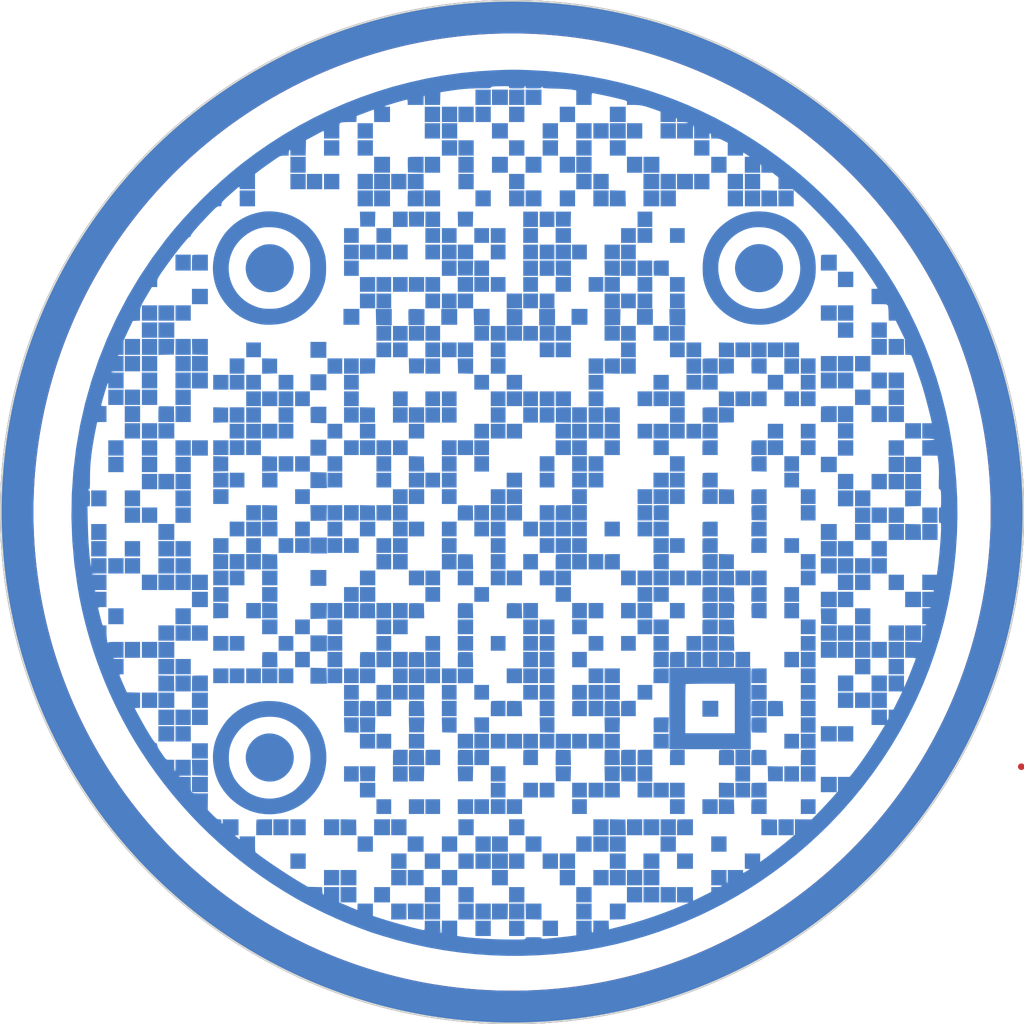
<source format=kicad_pcb>
(kicad_pcb (version 20221018) (generator pcbnew)
  (layers (0 "F.Cu" signal) (31 "B.Cu" signal) (34 "B.Paste" user) (35 "F.Paste" user) (36 "B.SilkS" user "B.Silkscreen") (37 "F.SilkS" user "F.Silkscreen") (38 "B.Mask" user) (39 "F.Mask" user) (44 "Edge.Cuts" user))
  (net 0 "")
  (gr_circle (center 101.6 76.2) (end 131.25 76.2) (stroke (width 2)) (fill none) (layer "F.Cu"))
  (gr_circle (center 132.08 91.44) (end 132.08 91.44) (stroke (width 0.2)) (fill none) (layer "F.Cu"))
  (gr_poly (pts (xy 77.324723 75.855555) (xy 76.4075 75.855555) (xy 76.4075 74.903055) (xy 77.324723 74.903055)) (fill solid) (layer "B.Cu"))
  (gr_poly (pts (xy 117.823611 68.870555) (xy 116.90639 68.870555) (xy 116.90639 67.988611) (xy 117.823611 67.988611)) (fill solid) (layer "B.Cu"))
  (gr_poly (pts (xy 125.055557 70.810833) (xy 124.138332 70.810833) (xy 124.138332 69.858333) (xy 125.055557 69.858333)) (fill solid) (layer "B.Cu"))
  (gr_poly (pts (xy 110.979723 83.510834) (xy 110.062499 83.510834) (xy 110.062499 82.628888) (xy 110.979723 82.628888)) (fill solid) (layer "B.Cu"))
  (gr_poly (pts (xy 107.063891 73.774167) (xy 106.181945 73.774167) (xy 106.181945 72.856945) (xy 107.063891 72.856945)) (fill solid) (layer "B.Cu"))
  (gr_poly (pts (xy 94.293334 95.540555) (xy 93.340833 95.540555) (xy 93.340833 94.588056) (xy 94.293334 94.588056)) (fill solid) (layer "B.Cu"))
  (gr_poly (pts (xy 91.435833 86.438889) (xy 90.553889 86.438889) (xy 90.553889 85.556943) (xy 91.435833 85.556943)) (fill solid) (layer "B.Cu"))
  (gr_poly (pts (xy 92.423612 60.086389) (xy 91.541667 60.086389) (xy 91.541667 59.204444) (xy 92.423612 59.204444)) (fill solid) (layer "B.Cu"))
  (gr_poly (pts (xy 82.369445 79.877222) (xy 81.452223 79.877222) (xy 81.452223 78.960001) (xy 82.369445 78.960001)) (fill solid) (layer "B.Cu"))
  (gr_poly (pts (xy 107.063891 87.426667) (xy 106.181945 87.426667) (xy 106.181945 86.544721) (xy 107.063891 86.544721)) (fill solid) (layer "B.Cu"))
  (gr_poly (pts (xy 91.435833 73.774167) (xy 90.553889 73.774167) (xy 90.553889 72.856945) (xy 91.435833 72.856945)) (fill solid) (layer "B.Cu"))
  (gr_poly (pts (xy 124.032501 84.921946) (xy 123.11528 84.921946) (xy 123.11528 83.969443) (xy 124.032501 83.969443)) (fill solid) (layer "B.Cu"))
  (gr_poly (pts (xy 93.270278 53.842222) (xy 92.353056 53.842222) (xy 92.353056 52.925) (xy 93.270278 52.925)) (fill solid) (layer "B.Cu"))
  (gr_poly (pts (xy 87.174278 60.171056) (xy 87.254317 60.177285) (xy 87.332966 60.187942) (xy 87.410117 60.202885) (xy 87.48566 60.221974) (xy 87.559488 60.245068) (xy 87.631491 60.272026) (xy 87.701562 60.302707) (xy 87.769591 60.336971) (xy 87.835471 60.374677) (xy 87.899092 60.415683) (xy 87.960347 60.459849) (xy 88.019126 60.507035) (xy 88.075322 60.557099) (xy 88.128825 60.6099) (xy 88.179528 60.665298) (xy 88.227321 60.723153) (xy 88.272096 60.783322) (xy 88.313744 60.845665) (xy 88.352158 60.910042) (xy 88.387228 60.976312) (xy 88.418846 61.044334) (xy 88.446904 61.113966) (xy 88.471293 61.185069) (xy 88.491904 61.257501) (xy 88.508629 61.331122) (xy 88.521359 61.40579) (xy 88.529987 61.481365) (xy 88.534402 61.557706) (xy 88.534498 61.634673) (xy 88.530165 61.712124) (xy 88.521294 61.789919) (xy 88.507778 61.867916) (xy 88.491569 61.938628) (xy 88.472113 62.00784) (xy 88.449513 62.075479) (xy 88.42387 62.14147) (xy 88.395286 62.205741) (xy 88.363865 62.268217) (xy 88.329707 62.328825) (xy 88.292915 62.387491) (xy 88.253591 62.444142) (xy 88.211836 62.498704) (xy 88.167754 62.551103) (xy 88.121446 62.601266) (xy 88.073013 62.649119) (xy 88.022559 62.694588) (xy 87.970185 62.7376) (xy 87.915994 62.778082) (xy 87.860087 62.815958) (xy 87.802566 62.851157) (xy 87.743533 62.883604) (xy 87.683092 62.913226) (xy 87.621342 62.939948) (xy 87.558388 62.963698) (xy 87.49433 62.984401) (xy 87.429271 63.001985) (xy 87.363312 63.016375) (xy 87.296557 63.027498) (xy 87.229107 63.03528) (xy 87.161063 63.039647) (xy 87.092529 63.040526) (xy 87.023606 63.037844) (xy 86.954396 63.031525) (xy 86.885001 63.021498) (xy 86.795988 63.003585) (xy 86.709589 62.981048) (xy 86.625897 62.954059) (xy 86.545004 62.92279) (xy 86.467003 62.887413) (xy 86.391984 62.848099) (xy 86.320042 62.80502) (xy 86.251269 62.758349) (xy 86.185756 62.708257) (xy 86.123596 62.654915) (xy 86.064882 62.598497) (xy 86.009705 62.539172) (xy 85.958159 62.477114) (xy 85.910336 62.412494) (xy 85.866328 62.345485) (xy 85.826227 62.276256) (xy 85.790125 62.204982) (xy 85.758116 62.131833) (xy 85.730291 62.056981) (xy 85.706744 61.980598) (xy 85.687565 61.902856) (xy 85.672848 61.823927) (xy 85.662685 61.743983) (xy 85.657169 61.663194) (xy 85.656391 61.581734) (xy 85.660444 61.499774) (xy 85.669421 61.417486) (xy 85.683413 61.335042) (xy 85.702514 61.252613) (xy 85.726816 61.170371) (xy 85.75641 61.088489) (xy 85.79139 61.007138) (xy 85.82755 60.935009) (xy 85.867189 60.86551) (xy 85.910228 60.798709) (xy 85.956589 60.734672) (xy 86.006196 60.673468) (xy 86.05897 60.615162) (xy 86.114835 60.559823) (xy 86.173713 60.507517) (xy 86.235526 60.458312) (xy 86.300196 60.412274) (xy 86.367647 60.369472) (xy 86.4378 60.329971) (xy 86.510579 60.29384) (xy 86.585905 60.261145) (xy 86.663701 60.231954) (xy 86.74389 60.206334) (xy 86.762637 60.201209) (xy 86.783074 60.196425) (xy 86.828501 60.187922) (xy 86.879137 60.180908) (xy 86.933949 60.175464) (xy 86.991902 60.171675) (xy 87.051964 60.169622) (xy 87.1131 60.169388)) (fill solid) (layer "B.Cu"))
  (gr_poly (pts (xy 115.848055 66.930278) (xy 114.966113 66.930278) (xy 114.966113 66.048333) (xy 115.848055 66.048333)) (fill solid) (layer "B.Cu"))
  (gr_poly (pts (xy 97.291944 59.133889) (xy 96.41 59.133889) (xy 96.41 58.216667) (xy 97.291944 58.216667)) (fill solid) (layer "B.Cu"))
  (gr_poly (pts (xy 116.835833 66.930278) (xy 115.918612 66.930278) (xy 115.918612 66.048333) (xy 116.835833 66.048333)) (fill solid) (layer "B.Cu"))
  (gr_poly (pts (xy 103.148055 69.858333) (xy 102.266113 69.858333) (xy 102.266113 68.976389) (xy 103.148055 68.976389)) (fill solid) (layer "B.Cu"))
  (gr_poly (pts (xy 98.315 96.528333) (xy 97.397778 96.528333) (xy 97.397778 95.611112) (xy 98.315 95.611112)) (fill solid) (layer "B.Cu"))
  (gr_poly (pts (xy 97.291944 74.726667) (xy 96.41 74.726667) (xy 96.41 73.844722) (xy 97.291944 73.844722)) (fill solid) (layer "B.Cu"))
  (gr_poly (pts (xy 94.363889 84.498612) (xy 93.481945 84.498612) (xy 93.481945 83.616666) (xy 94.363889 83.616666)) (fill solid) (layer "B.Cu"))
  (gr_poly (pts (xy 124.032501 74.8325) (xy 123.11528 74.8325) (xy 123.11528 73.915277) (xy 124.032501 73.915277)) (fill solid) (layer "B.Cu"))
  (gr_poly (pts (xy 105.123611 71.79861) (xy 104.20639 71.79861) (xy 104.20639 70.916666) (xy 105.123611 70.916666)) (fill solid) (layer "B.Cu"))
  (gr_poly (pts (xy 90.483334 66.965555) (xy 89.530834 66.965555) (xy 89.530834 66.013056) (xy 90.483334 66.013056)) (fill solid) (layer "B.Cu"))
  (gr_poly (pts (xy 102.195556 94.270557) (xy 101.278335 94.270557) (xy 101.278335 93.388611) (xy 102.195556 93.388611)) (fill solid) (layer "B.Cu"))
  (gr_poly (pts (xy 81.381667 88.94361) (xy 80.429167 88.94361) (xy 80.429167 88.026389) (xy 81.381667 88.026389)) (fill solid) (layer "B.Cu"))
  (gr_poly (pts (xy 116.835833 88.414444) (xy 115.918612 88.414444) (xy 115.918612 87.980527) (xy 115.919094 87.892381) (xy 115.920486 87.809155) (xy 115.922705 87.732791) (xy 115.925668 87.665232) (xy 115.929293 87.608422) (xy 115.931327 87.584655) (xy 115.933496 87.564304) (xy 115.935789 87.547611) (xy 115.938196 87.534821) (xy 115.940707 87.526174) (xy 115.941997 87.523481) (xy 115.94331 87.521915) (xy 115.947568 87.519313) (xy 115.956214 87.516803) (xy 115.985697 87.512105) (xy 116.029814 87.507902) (xy 116.086624 87.504279) (xy 116.154182 87.501316) (xy 116.230546 87.499097) (xy 116.313772 87.497706) (xy 116.401919 87.497223) (xy 116.835833 87.497223)) (fill solid) (layer "B.Cu"))
  (gr_poly (pts (xy 105.116555 58.664692) (xy 105.105972 59.11625) (xy 104.224029 59.11625) (xy 104.213445 58.664692) (xy 104.202862 58.216667) (xy 105.127142 58.216667)) (fill solid) (layer "B.Cu"))
  (gr_poly (pts (xy 122.021667 62.732222) (xy 121.104446 62.732222) (xy 121.104446 61.815) (xy 122.021667 61.815)) (fill solid) (layer "B.Cu"))
  (gr_poly (pts (xy 121.033889 61.744445) (xy 120.08139 61.744445) (xy 120.08139 61.292887) (xy 120.081872 61.200944) (xy 120.083264 61.114294) (xy 120.085483 61.034919) (xy 120.088446 60.964805) (xy 120.09207 60.905935) (xy 120.094105 60.881337) (xy 120.096274 60.860294) (xy 120.098567 60.843055) (xy 120.100974 60.829867) (xy 120.103484 60.820978) (xy 120.104775 60.818224) (xy 120.106088 60.816637) (xy 120.110428 60.814034) (xy 120.119316 60.811524) (xy 120.149742 60.806825) (xy 120.195382 60.802623) (xy 120.254251 60.798999) (xy 120.324365 60.796036) (xy 120.40374 60.793818) (xy 120.490392 60.792427) (xy 120.582336 60.791944) (xy 121.033889 60.791944)) (fill solid) (layer "B.Cu"))
  (gr_poly (pts (xy 123.044723 75.855555) (xy 122.127502 75.855555) (xy 122.127502 74.903055) (xy 123.044723 74.903055)) (fill solid) (layer "B.Cu"))
  (gr_poly (pts (xy 100.220001 76.702222) (xy 99.338056 76.702222) (xy 99.338056 75.785001) (xy 100.220001 75.785001)) (fill solid) (layer "B.Cu"))
  (gr_poly (pts (xy 94.293334 99.562223) (xy 93.340833 99.562223) (xy 93.340833 98.644998) (xy 94.293334 98.644998)) (fill solid) (layer "B.Cu"))
  (gr_poly (pts (xy 89.495556 85.486389) (xy 88.613612 85.486389) (xy 88.613612 84.569165) (xy 89.495556 84.569165)) (fill solid) (layer "B.Cu"))
  (gr_poly (pts (xy 123.044723 80.865) (xy 122.127502 80.865) (xy 122.127502 79.947779) (xy 123.044723 79.947779)) (fill solid) (layer "B.Cu"))
  (gr_poly (pts (xy 115.424722 57.899166) (xy 114.507501 57.899166) (xy 114.507501 56.946666) (xy 115.424722 56.946666)) (fill solid) (layer "B.Cu"))
  (gr_poly (pts (xy 100.325834 97.551389) (xy 99.408611 97.551389) (xy 99.408611 96.634168) (xy 100.325834 96.634168)) (fill solid) (layer "B.Cu"))
  (gr_poly (pts (xy 110.979723 69.858333) (xy 110.062499 69.858333) (xy 110.062499 68.976389) (xy 110.979723 68.976389)) (fill solid) (layer "B.Cu"))
  (gr_poly (pts (xy 98.315 64.99) (xy 97.362501 64.99) (xy 97.362501 64.0375) (xy 98.315 64.0375)) (fill solid) (layer "B.Cu"))
  (gr_poly (pts (xy 102.336666 54.865277) (xy 101.419445 54.865277) (xy 101.419445 53.948055) (xy 102.336666 53.948055)) (fill solid) (layer "B.Cu"))
  (gr_poly (pts (xy 98.315 98.539167) (xy 97.397778 98.539167) (xy 97.397778 97.621946) (xy 98.315 97.621946)) (fill solid) (layer "B.Cu"))
  (gr_poly (pts (xy 125.055557 72.821666) (xy 124.138332 72.821666) (xy 124.138332 71.904444) (xy 125.055557 71.904444)) (fill solid) (layer "B.Cu"))
  (gr_poly (pts (xy 97.291944 53.842222) (xy 96.374723 53.842222) (xy 96.374723 52.925) (xy 97.291944 52.925)) (fill solid) (layer "B.Cu"))
  (gr_poly (pts (xy 104.3475 54.865277) (xy 103.430279 54.865277) (xy 103.430279 53.948055) (xy 104.3475 53.948055)) (fill solid) (layer "B.Cu"))
  (gr_poly (pts (xy 80.898362 85.987332) (xy 81.364028 85.997916) (xy 81.374612 86.463581) (xy 81.385195 86.932776) (xy 80.429167 86.932776) (xy 80.429167 85.976752)) (fill solid) (layer "B.Cu"))
  (gr_poly (pts (xy 109.991946 62.061944) (xy 109.11 62.061944) (xy 109.11 61.144722) (xy 109.991946 61.144722)) (fill solid) (layer "B.Cu"))
  (gr_poly (pts (xy 83.3925 80.865) (xy 82.44 80.865) (xy 82.44 79.947779) (xy 83.3925 79.947779)) (fill solid) (layer "B.Cu"))
  (gr_poly (pts (xy 82.369445 83.898889) (xy 81.452223 83.898889) (xy 81.452223 82.981665) (xy 82.369445 82.981665)) (fill solid) (layer "B.Cu"))
  (gr_poly (pts (xy 91.259445 54.865277) (xy 90.342223 54.865277) (xy 90.342223 53.948055) (xy 91.259445 53.948055)) (fill solid) (layer "B.Cu"))
  (gr_poly (pts (xy 87.089612 78.720111) (xy 87.53764 78.730695) (xy 87.548223 79.178723) (xy 87.558806 79.630277) (xy 86.638056 79.630277) (xy 86.638056 78.709525)) (fill solid) (layer "B.Cu"))
  (gr_poly (pts (xy 101.207778 69.858333) (xy 100.325834 69.858333) (xy 100.325834 68.976389) (xy 101.207778 68.976389)) (fill solid) (layer "B.Cu"))
  (gr_poly (pts (xy 95.351667 75.714444) (xy 94.469723 75.714444) (xy 94.469723 74.8325) (xy 95.351667 74.8325)) (fill solid) (layer "B.Cu"))
  (gr_poly (pts (xy 122.021667 75.855555) (xy 121.104446 75.855555) (xy 121.104446 74.903055) (xy 122.021667 74.903055)) (fill solid) (layer "B.Cu"))
  (gr_poly (pts (xy 81.381667 64.743056) (xy 80.429167 64.743056) (xy 80.429167 63.825833) (xy 81.381667 63.825833)) (fill solid) (layer "B.Cu"))
  (gr_poly (pts (xy 101.207778 93.282776) (xy 100.325834 93.282776) (xy 100.325834 92.400833) (xy 101.207778 92.400833)) (fill solid) (layer "B.Cu"))
  (gr_poly (pts (xy 88.507778 84.498612) (xy 87.625834 84.498612) (xy 87.625834 83.616666) (xy 88.507778 83.616666)) (fill solid) (layer "B.Cu"))
  (gr_poly (pts (xy 119.763891 80.582776) (xy 118.881945 80.582776) (xy 118.881945 79.700833) (xy 119.763891 79.700833)) (fill solid) (layer "B.Cu"))
  (gr_poly (pts (xy 81.381667 77.866388) (xy 80.429167 77.866388) (xy 80.429167 76.913889) (xy 81.381667 76.913889)) (fill solid) (layer "B.Cu"))
  (gr_poly (pts (xy 91.435833 83.510834) (xy 90.553889 83.510834) (xy 90.553889 82.628888) (xy 91.435833 82.628888)) (fill solid) (layer "B.Cu"))
  (gr_poly (pts (xy 107.38139 53.842222) (xy 106.464169 53.842222) (xy 106.464169 52.925) (xy 107.38139 52.925)) (fill solid) (layer "B.Cu"))
  (gr_poly (pts (xy 108.051669 67.921582) (xy 107.60364 67.910999) (xy 107.152084 67.900417) (xy 107.1415 67.498249) (xy 107.140502 67.416049) (xy 107.140123 67.337405) (xy 107.140323 67.264217) (xy 107.14106 67.198388) (xy 107.142293 67.14182) (xy 107.143981 67.096414) (xy 107.146082 67.064071) (xy 107.147275 67.053393) (xy 107.148556 67.046694) (xy 107.152428 67.040365) (xy 107.158864 67.034594) (xy 107.168028 67.029361) (xy 107.180086 67.024645) (xy 107.195203 67.020425) (xy 107.213545 67.01668) (xy 107.260564 67.010534) (xy 107.322465 67.006042) (xy 107.400573 67.003038) (xy 107.496209 67.001357) (xy 107.610696 67.000833) (xy 108.051669 67.000833)) (fill solid) (layer "B.Cu"))
  (gr_poly (pts (xy 83.3925 72.821666) (xy 82.44 72.821666) (xy 82.44 71.904444) (xy 83.3925 71.904444)) (fill solid) (layer "B.Cu"))
  (gr_poly (pts (xy 95.894946 90.432331) (xy 96.321806 90.442917) (xy 96.332389 90.890943) (xy 96.342974 91.342499) (xy 95.422222 91.342499) (xy 95.422222 90.908582) (xy 95.422705 90.82043) (xy 95.424096 90.737155) (xy 95.426315 90.660661) (xy 95.429278 90.592848) (xy 95.432902 90.535618) (xy 95.434937 90.511566) (xy 95.437105 90.490873) (xy 95.439398 90.473777) (xy 95.441804 90.460515) (xy 95.444314 90.451325) (xy 95.445605 90.448331) (xy 95.446917 90.446445) (xy 95.451716 90.444504) (xy 95.46067 90.442655) (xy 95.490133 90.439279) (xy 95.533486 90.436399) (xy 95.588911 90.434097) (xy 95.654588 90.432457) (xy 95.728699 90.431561) (xy 95.809424 90.431491)) (fill solid) (layer "B.Cu"))
  (gr_poly (pts (xy 93.270278 96.528333) (xy 92.353056 96.528333) (xy 92.353056 95.611112) (xy 93.270278 95.611112)) (fill solid) (layer "B.Cu"))
  (gr_poly (pts (xy 98.823002 78.720111) (xy 99.249862 78.730695) (xy 99.260444 79.178723) (xy 99.271029 79.630277) (xy 98.350279 79.630277) (xy 98.350279 79.196363) (xy 98.350761 79.108208) (xy 98.352153 79.024933) (xy 98.354371 78.948438) (xy 98.357334 78.880625) (xy 98.360958 78.823395) (xy 98.362992 78.799343) (xy 98.365161 78.77865) (xy 98.367454 78.761554) (xy 98.36986 78.748292) (xy 98.37237 78.739103) (xy 98.373661 78.736109) (xy 98.374973 78.734223) (xy 98.379772 78.732281) (xy 98.388726 78.730433) (xy 98.418189 78.727057) (xy 98.461542 78.724177) (xy 98.516966 78.721875) (xy 98.582643 78.720235) (xy 98.656754 78.71934) (xy 98.73748 78.719271)) (fill solid) (layer "B.Cu"))
  (gr_poly (pts (xy 98.279723 89.40575) (xy 97.849334 89.395169) (xy 97.415417 89.384583) (xy 97.404835 88.933026) (xy 97.394251 88.485001) (xy 98.279723 88.485001)) (fill solid) (layer "B.Cu"))
  (gr_poly (pts (xy 88.507778 73.774167) (xy 87.625834 73.774167) (xy 87.625834 72.856945) (xy 88.507778 72.856945)) (fill solid) (layer "B.Cu"))
  (gr_poly (pts (xy 104.135833 90.354721) (xy 103.25389 90.354721) (xy 103.25389 89.472779) (xy 104.135833 89.472779)) (fill solid) (layer "B.Cu"))
  (gr_poly (pts (xy 123.044723 69.787778) (xy 122.127502 69.787778) (xy 122.127502 68.870555) (xy 123.044723 68.870555)) (fill solid) (layer "B.Cu"))
  (gr_poly (pts (xy 114.429891 74.839556) (xy 114.877917 74.850139) (xy 114.888503 75.280529) (xy 114.899084 75.714444) (xy 113.978335 75.714444) (xy 113.978335 74.828971)) (fill solid) (layer "B.Cu"))
  (gr_poly (pts (xy 111.932223 63.014444) (xy 111.050277 63.014444) (xy 111.050277 62.1325) (xy 111.932223 62.1325)) (fill solid) (layer "B.Cu"))
  (gr_poly (pts (xy 109.991946 93.282776) (xy 109.11 93.282776) (xy 109.11 92.400833) (xy 109.991946 92.400833)) (fill solid) (layer "B.Cu"))
  (gr_poly (pts (xy 123.044723 67.776944) (xy 122.127502 67.776944) (xy 122.127502 66.859722) (xy 123.044723 66.859722)) (fill solid) (layer "B.Cu"))
  (gr_poly (pts (xy 103.148055 91.342499) (xy 102.266113 91.342499) (xy 102.266113 90.908582) (xy 102.266595 90.820436) (xy 102.267986 90.73721) (xy 102.270205 90.660847) (xy 102.273167 90.593288) (xy 102.276791 90.536478) (xy 102.278826 90.512711) (xy 102.280994 90.49236) (xy 102.283287 90.475667) (xy 102.285694 90.462876) (xy 102.288204 90.454229) (xy 102.289495 90.451536) (xy 102.290807 90.44997) (xy 102.294985 90.447368) (xy 102.303389 90.444858) (xy 102.331928 90.44016) (xy 102.374523 90.435957) (xy 102.429273 90.432333) (xy 102.494274 90.429371) (xy 102.567627 90.427152) (xy 102.647428 90.42576) (xy 102.731777 90.425278) (xy 103.148055 90.425278)) (fill solid) (layer "B.Cu"))
  (gr_poly (pts (xy 96.339445 80.582776) (xy 95.422222 80.582776) (xy 95.422222 79.700833) (xy 96.339445 79.700833)) (fill solid) (layer "B.Cu"))
  (gr_poly (pts (xy 126.078613 83.898889) (xy 125.126113 83.898889) (xy 125.126113 82.981665) (xy 126.078613 82.981665)) (fill solid) (layer "B.Cu"))
  (gr_poly (pts (xy 108.051669 71.79861) (xy 107.134445 71.79861) (xy 107.134445 70.916666) (xy 108.051669 70.916666)) (fill solid) (layer "B.Cu"))
  (gr_poly (pts (xy 115.848055 69.858333) (xy 114.966113 69.858333) (xy 114.966113 68.976389) (xy 115.848055 68.976389)) (fill solid) (layer "B.Cu"))
  (gr_poly (pts (xy 107.063891 63.014444) (xy 106.181945 63.014444) (xy 106.181945 62.1325) (xy 107.063891 62.1325)) (fill solid) (layer "B.Cu"))
  (gr_poly (pts (xy 81.381667 84.921946) (xy 80.429167 84.921946) (xy 80.429167 83.969443) (xy 81.381667 83.969443)) (fill solid) (layer "B.Cu"))
  (gr_poly (pts (xy 105.123611 65.942499) (xy 104.20639 65.942499) (xy 104.20639 65.060555) (xy 105.123611 65.060555)) (fill solid) (layer "B.Cu"))
  (gr_poly (pts (xy 122.021667 79.877222) (xy 121.104446 79.877222) (xy 121.104446 78.960001) (xy 122.021667 78.960001)) (fill solid) (layer "B.Cu"))
  (gr_poly (pts (xy 111.932223 94.270557) (xy 111.050277 94.270557) (xy 111.050277 93.388611) (xy 111.932223 93.388611)) (fill solid) (layer "B.Cu"))
  (gr_poly (pts (xy 96.339445 70.846111) (xy 95.422222 70.846111) (xy 95.422222 69.928888) (xy 96.339445 69.928888)) (fill solid) (layer "B.Cu"))
  (gr_poly (pts (xy 110.41528 56.876111) (xy 109.462777 56.876111) (xy 109.462777 55.958889) (xy 110.41528 55.958889)) (fill solid) (layer "B.Cu"))
  (gr_poly (pts (xy 96.304167 100.588803) (xy 95.8385 100.578223) (xy 95.369306 100.567639) (xy 95.358723 100.098444) (xy 95.348141 99.632779) (xy 96.304167 99.632779)) (fill solid) (layer "B.Cu"))
  (gr_poly (pts (xy 91.435833 71.79861) (xy 90.553889 71.79861) (xy 90.553889 70.916666) (xy 91.435833 70.916666)) (fill solid) (layer "B.Cu"))
  (gr_poly (pts (xy 97.291944 67.918056) (xy 96.41 67.918056) (xy 96.41 67.000833) (xy 97.291944 67.000833)) (fill solid) (layer "B.Cu"))
  (gr_poly (pts (xy 84.627223 84.498612) (xy 83.710001 84.498612) (xy 83.710001 83.616666) (xy 84.627223 83.616666)) (fill solid) (layer "B.Cu"))
  (gr_poly (pts (xy 108.39739 100.098444) (xy 108.386807 100.567639) (xy 107.921139 100.578223) (xy 107.451946 100.588803) (xy 107.451946 99.632779) (xy 108.407974 99.632779)) (fill solid) (layer "B.Cu"))
  (gr_poly (pts (xy 88.507778 70.846111) (xy 87.625834 70.846111) (xy 87.625834 69.928888) (xy 88.507778 69.928888)) (fill solid) (layer "B.Cu"))
  (gr_poly (pts (xy 106.07611 90.354721) (xy 105.194167 90.354721) (xy 105.194167 89.472779) (xy 106.07611 89.472779)) (fill solid) (layer "B.Cu"))
  (gr_poly (pts (xy 88.225556 95.540555) (xy 87.308334 95.540555) (xy 87.308334 94.588056) (xy 88.225556 94.588056)) (fill solid) (layer "B.Cu"))
  (gr_poly (pts (xy 113.907778 80.582776) (xy 112.990557 80.582776) (xy 112.990557 80.166501) (xy 112.99104 80.082151) (xy 112.992431 80.002349) (xy 112.99465 79.928996) (xy 112.997613 79.863994) (xy 113.001237 79.809244) (xy 113.003272 79.786309) (xy 113.00544 79.766649) (xy 113.007733 79.750504) (xy 113.010139 79.73811) (xy 113.012649 79.729705) (xy 113.01394 79.727074) (xy 113.015252 79.725528) (xy 113.019511 79.722925) (xy 113.028157 79.720416) (xy 113.057639 79.715716) (xy 113.101757 79.711513) (xy 113.158567 79.707889) (xy 113.226126 79.704926) (xy 113.30249 79.702708) (xy 113.385718 79.701316) (xy 113.473864 79.700833) (xy 113.907778 79.700833)) (fill solid) (layer "B.Cu"))
  (gr_poly (pts (xy 82.369445 89.931388) (xy 81.452223 89.931388) (xy 81.452223 89.014167) (xy 82.369445 89.014167)) (fill solid) (layer "B.Cu"))
  (gr_poly (pts (xy 116.835833 81.570557) (xy 115.918612 81.570557) (xy 115.918612 81.154279) (xy 115.919094 81.069929) (xy 115.920486 80.990127) (xy 115.922705 80.916774) (xy 115.925668 80.851771) (xy 115.929293 80.797022) (xy 115.931327 80.774086) (xy 115.933496 80.754427) (xy 115.935789 80.738281) (xy 115.938196 80.725888) (xy 115.940707 80.717483) (xy 115.941997 80.714851) (xy 115.94331 80.713306) (xy 115.947568 80.710703) (xy 115.956214 80.708193) (xy 115.985697 80.703494) (xy 116.029814 80.699291) (xy 116.086624 80.695667) (xy 116.154182 80.692704) (xy 116.230546 80.690485) (xy 116.313772 80.689093) (xy 116.401919 80.688611) (xy 116.835833 80.688611)) (fill solid) (layer "B.Cu"))
  (gr_poly (pts (xy 94.363889 76.702222) (xy 93.481945 76.702222) (xy 93.481945 75.785001) (xy 94.363889 75.785001)) (fill solid) (layer "B.Cu"))
  (gr_poly (pts (xy 92.945724 75.792057) (xy 93.393751 75.80264) (xy 93.404333 76.250666) (xy 93.414918 76.702222) (xy 92.494167 76.702222) (xy 92.494167 75.78147)) (fill solid) (layer "B.Cu"))
  (gr_poly (pts (xy 106.07611 74.726667) (xy 105.194167 74.726667) (xy 105.194167 73.844722) (xy 106.07611 73.844722)) (fill solid) (layer "B.Cu"))
  (gr_poly (pts (xy 116.98753 94.595108) (xy 117.453195 94.605695) (xy 117.463781 95.07136) (xy 117.474362 95.540555) (xy 116.518334 95.540555) (xy 116.518334 94.584528)) (fill solid) (layer "B.Cu"))
  (gr_poly (pts (xy 81.381667 85.909723) (xy 80.429167 85.909723) (xy 80.429167 84.992499) (xy 81.381667 84.992499)) (fill solid) (layer "B.Cu"))
  (gr_poly (pts (xy 101.207778 70.846111) (xy 100.325834 70.846111) (xy 100.325834 69.928888) (xy 101.207778 69.928888)) (fill solid) (layer "B.Cu"))
  (gr_poly (pts (xy 102.336666 101.573053) (xy 101.419445 101.573053) (xy 101.419445 100.655832) (xy 102.336666 100.655832)) (fill solid) (layer "B.Cu"))
  (gr_poly (pts (xy 119.763891 85.486389) (xy 118.881945 85.486389) (xy 118.881945 84.569165) (xy 119.763891 84.569165)) (fill solid) (layer "B.Cu"))
  (gr_poly (pts (xy 86.5675 76.702222) (xy 85.685556 76.702222) (xy 85.685556 75.785001) (xy 86.5675 75.785001)) (fill solid) (layer "B.Cu"))
  (gr_poly (pts (xy 104.135833 69.858333) (xy 103.25389 69.858333) (xy 103.25389 68.976389) (xy 104.135833 68.976389)) (fill solid) (layer "B.Cu"))
  (gr_poly (pts (xy 101.906719 49.722901) (xy 102.154325 49.728227) (xy 102.76 49.75) (xy 103.657073 49.800787) (xy 104.547516 49.8803) (xy 105.430899 49.988412) (xy 106.306795 50.124992) (xy 107.174775 50.289911) (xy 108.034408 50.48304) (xy 108.885267 50.704251) (xy 109.726922 50.953413) (xy 110.558944 51.230398) (xy 111.380905 51.535076) (xy 112.192376 51.867318) (xy 112.992927 52.226995) (xy 113.782131 52.613978) (xy 114.559557 53.028138) (xy 115.324776 53.469345) (xy 116.077361 53.93747) (xy 116.807962 54.425303) (xy 117.52165 54.937155) (xy 118.217798 55.472323) (xy 118.895782 56.030105) (xy 119.554976 56.609798) (xy 120.194756 57.210698) (xy 120.814495 57.832104) (xy 121.413569 58.473312) (xy 121.991352 59.13362) (xy 122.547219 59.812325) (xy 123.080544 60.508723) (xy 123.590703 61.222113) (xy 124.07707 61.951791) (xy 124.53902 62.697055) (xy 124.975927 63.457202) (xy 125.387167 64.231528) (xy 125.847711 65.181763) (xy 126.26876 66.148999) (xy 126.65009 67.1318) (xy 126.991479 68.12873) (xy 127.292705 69.138351) (xy 127.553546 70.159228) (xy 127.77378 71.189923) (xy 127.953184 72.228999) (xy 128.091537 73.275022) (xy 128.188615 74.326553) (xy 128.244197 75.382156) (xy 128.258061 76.440394) (xy 128.229984 77.499832) (xy 128.159745 78.559032) (xy 128.04712 79.616557) (xy 127.891888 80.670972) (xy 127.702624 81.678426) (xy 127.475136 82.674784) (xy 127.209893 83.659123) (xy 126.907365 84.630517) (xy 126.568022 85.588041) (xy 126.192336 86.53077) (xy 125.780776 87.457779) (xy 125.333812 88.368143) (xy 124.851914 89.260937) (xy 124.335554 90.135235) (xy 123.785201 90.990114) (xy 123.201325 91.824648) (xy 122.584397 92.637912) (xy 121.934887 93.428981) (xy 121.253265 94.196929) (xy 120.540002 94.940833) (xy 119.911849 95.551857) (xy 119.267232 96.139912) (xy 118.606554 96.704764) (xy 117.930218 97.24618) (xy 117.238628 97.763929) (xy 116.532185 98.257777) (xy 115.811293 98.727493) (xy 115.076356 99.172843) (xy 114.327776 99.593595) (xy 113.565957 99.989517) (xy 112.791301 100.360375) (xy 112.004212 100.705939) (xy 111.205093 101.025974) (xy 110.394346 101.320248) (xy 109.572376 101.588529) (xy 108.739584 101.830585) (xy 107.823914 102.063298) (xy 106.901846 102.262716) (xy 105.974342 102.428865) (xy 105.042363 102.56177) (xy 104.10687 102.661459) (xy 103.168824 102.727955) (xy 102.229186 102.761285) (xy 101.288917 102.761476) (xy 100.34898 102.728552) (xy 99.410334 102.662539) (xy 98.473942 102.563464) (xy 97.540763 102.431353) (xy 96.611761 102.26623) (xy 95.687895 102.068122) (xy 94.770126 101.837054) (xy 93.859417 101.573053) (xy 93.579896 101.486349) (xy 93.340393 101.411219) (xy 93.166375 101.355271) (xy 93.11188 101.336867) (xy 93.083306 101.326111) (xy 92.86767 101.24409) (xy 92.458889 101.09328) (xy 92.002249 100.918889) (xy 91.51576 100.719446) (xy 91.010916 100.500323) (xy 90.499209 100.266897) (xy 89.992133 100.024541) (xy 89.501179 99.778629) (xy 89.037841 99.534537) (xy 88.613612 99.297638) (xy 87.912711 98.879965) (xy 87.227009 98.443331) (xy 86.556737 97.98796) (xy 85.902129 97.514073) (xy 85.263416 97.021892) (xy 84.640831 96.51164) (xy 84.034607 95.983539) (xy 83.444976 95.43781) (xy 82.872172 94.874678) (xy 82.316425 94.294362) (xy 81.77797 93.697087) (xy 81.257038 93.083073) (xy 80.753862 92.452543) (xy 80.268674 91.80572) (xy 79.801708 91.142825) (xy 79.353195 90.464081) (xy 79.007454 89.907469) (xy 78.67549 89.341297) (xy 78.357519 88.766092) (xy 78.05376 88.182381) (xy 77.764429 87.590691) (xy 77.489743 86.991549) (xy 77.229919 86.385483) (xy 76.985174 85.773019) (xy 76.755726 85.154685) (xy 76.54179 84.531008) (xy 76.343585 83.902514) (xy 76.161328 83.269731) (xy 75.995234 82.633186) (xy 75.845523 81.993406) (xy 75.712409 81.350919) (xy 75.596112 80.70625) (xy 75.398891 79.309578) (xy 75.275118 77.913883) (xy 75.224158 76.521629) (xy 75.234351 75.855555) (xy 76.185251 75.855555) (xy 76.206417 76.871555) (xy 76.214982 77.209663) (xy 76.227308 77.544423) (xy 76.24319 77.872486) (xy 76.262421 78.190503) (xy 76.284793 78.495125) (xy 76.310101 78.783004) (xy 76.338137 79.050792) (xy 76.368695 79.295139) (xy 76.396917 79.506806) (xy 76.403973 79.231638) (xy 76.4075 78.960001) (xy 77.324723 78.960001) (xy 77.324723 79.877222) (xy 76.88375 79.877222) (xy 76.786812 79.87787) (xy 76.742185 79.878664) (xy 76.700251 79.879758) (xy 76.661107 79.881141) (xy 76.624851 79.882803) (xy 76.591583 79.884734) (xy 76.5614 79.886924) (xy 76.5344 79.889361) (xy 76.510681 79.892036) (xy 76.490342 79.894939) (xy 76.473481 79.898058) (xy 76.460196 79.901385) (xy 76.454925 79.903122) (xy 76.450585 79.904907) (xy 76.447188 79.906739) (xy 76.444746 79.908616) (xy 76.443272 79.910537) (xy 76.442778 79.9125) (xy 76.443272 79.914464) (xy 76.444746 79.916384) (xy 76.450585 79.920093) (xy 76.460196 79.923615) (xy 76.473481 79.926941) (xy 76.510681 79.932963) (xy 76.5614 79.938076) (xy 76.624851 79.942197) (xy 76.700251 79.945243) (xy 76.786812 79.947131) (xy 76.88375 79.947779) (xy 77.324723 79.947779) (xy 77.324723 80.865) (xy 76.971945 80.865) (xy 76.920312 80.865129) (xy 76.873732 80.865537) (xy 76.831969 80.866255) (xy 76.794784 80.867315) (xy 76.777835 80.867982) (xy 76.76194 80.868746) (xy 76.747072 80.869611) (xy 76.7332 80.870581) (xy 76.720294 80.871659) (xy 76.708324 80.872849) (xy 76.697262 80.874156) (xy 76.687077 80.875583) (xy 76.677739 80.877134) (xy 76.669219 80.878813) (xy 76.661487 80.880624) (xy 76.654514 80.88257) (xy 76.648269 80.884656) (xy 76.642723 80.886885) (xy 76.637846 80.889262) (xy 76.633609 80.891789) (xy 76.629981 80.894472) (xy 76.626934 80.897313) (xy 76.625619 80.898795) (xy 76.624437 80.900318) (xy 76.623386 80.901882) (xy 76.622461 80.903489) (xy 76.620975 80.90683) (xy 76.619951 80.910346) (xy 76.619358 80.914041) (xy 76.619167 80.917917) (xy 76.619951 80.925488) (xy 76.622461 80.932345) (xy 76.626934 80.938521) (xy 76.633609 80.944045) (xy 76.642723 80.948949) (xy 76.654514 80.953264) (xy 76.669219 80.957021) (xy 76.687077 80.960251) (xy 76.708324 80.962985) (xy 76.7332 80.965254) (xy 76.794784 80.96852) (xy 76.873732 80.970297) (xy 76.971945 80.970835) (xy 77.324723 80.970835) (xy 77.324723 81.888056) (xy 77.077778 81.888056) (xy 77.041867 81.888186) (xy 77.009434 81.8886) (xy 76.980319 81.889335) (xy 76.966955 81.889833) (xy 76.954361 81.890426) (xy 76.942516 81.891117) (xy 76.9314 81.89191) (xy 76.920994 81.89281) (xy 76.911277 81.893823) (xy 76.902229 81.894951) (xy 76.89383 81.896201) (xy 76.88606 81.897575) (xy 76.8789 81.89908) (xy 76.872328 81.900719) (xy 76.866326 81.902496) (xy 76.860873 81.904418) (xy 76.855948 81.906487) (xy 76.851533 81.908708) (xy 76.847607 81.911086) (xy 76.84415 81.913626) (xy 76.841141 81.916332) (xy 76.838562 81.919209) (xy 76.836392 81.92226) (xy 76.83461 81.925491) (xy 76.833197 81.928906) (xy 76.832133 81.93251) (xy 76.831398 81.936307) (xy 76.830971 81.940301) (xy 76.830834 81.944498) (xy 76.832605 81.962234) (xy 76.837724 81.993116) (xy 76.845903 82.035408) (xy 76.856851 82.087374) (xy 76.8859 82.213382) (xy 76.903422 82.283951) (xy 76.922556 82.357248) (xy 76.97765 82.580574) (xy 76.999668 82.669013) (xy 77.018688 82.743541) (xy 77.035228 82.805335) (xy 77.042729 82.831826) (xy 77.049804 82.855575) (xy 77.056517 82.87673) (xy 77.062933 82.895438) (xy 77.069117 82.911847) (xy 77.075132 82.926103) (xy 77.081045 82.938354) (xy 77.086918 82.948748) (xy 77.092817 82.957431) (xy 77.098807 82.96455) (xy 77.101856 82.96757) (xy 77.104952 82.970254) (xy 77.108103 82.972621) (xy 77.111316 82.974689) (xy 77.114601 82.976477) (xy 77.117965 82.978003) (xy 77.124962 82.980343) (xy 77.132373 82.981855) (xy 77.140262 82.982689) (xy 77.148693 82.98299) (xy 77.157732 82.982906) (xy 77.177889 82.982172) (xy 77.20125 82.981665) (xy 77.324723 82.981665) (xy 77.324723 83.37678) (xy 77.325366 83.444992) (xy 77.327224 83.512874) (xy 77.330187 83.579682) (xy 77.334148 83.64467) (xy 77.338998 83.707095) (xy 77.344628 83.766213) (xy 77.35093 83.821279) (xy 77.357796 83.87155) (xy 77.365116 83.916281) (xy 77.372782 83.954728) (xy 77.380686 83.986147) (xy 77.388719 84.009794) (xy 77.39275 84.01847) (xy 77.396773 84.024924) (xy 77.400773 84.029064) (xy 77.404739 84.030795) (xy 77.408655 84.030024) (xy 77.412508 84.02666) (xy 77.416285 84.020609) (xy 77.419973 84.011777) (xy 77.423382 84.006069) (xy 77.429722 84.000842) (xy 77.439111 83.99608) (xy 77.451668 83.991768) (xy 77.467511 83.987889) (xy 77.486759 83.984429) (xy 77.535948 83.978704) (xy 77.600186 83.974466) (xy 77.680422 83.971593) (xy 77.777608 83.96996) (xy 77.892695 83.969443) (xy 78.347778 83.969443) (xy 78.347778 84.921946) (xy 78.030278 84.921946) (xy 77.9959 84.922109) (xy 77.962954 84.922593) (xy 77.931548 84.923387) (xy 77.90179 84.924481) (xy 77.873789 84.925864) (xy 77.847654 84.927527) (xy 77.823492 84.929457) (xy 77.801414 84.931647) (xy 77.781526 84.934084) (xy 77.763938 84.936759) (xy 77.748758 84.939661) (xy 77.736095 84.94278) (xy 77.726056 84.946106) (xy 77.722056 84.947844) (xy 77.718752 84.949629) (xy 77.716159 84.95146) (xy 77.71429 84.953337) (xy 77.713158 84.955258) (xy 77.712778 84.957221) (xy 77.713158 84.959184) (xy 77.71429 84.961105) (xy 77.718752 84.964814) (xy 77.726056 84.968337) (xy 77.736095 84.971663) (xy 77.748758 84.974782) (xy 77.763938 84.977685) (xy 77.801414 84.982798) (xy 77.847654 84.986918) (xy 77.90179 84.989963) (xy 77.962954 84.991851) (xy 78.030278 84.992499) (xy 78.347778 84.992499) (xy 78.347778 85.909723) (xy 78.224306 85.909723) (xy 78.217123 85.909775) (xy 78.21013 85.909927) (xy 78.203327 85.91018) (xy 78.196718 85.910529) (xy 78.190305 85.910975) (xy 78.184091 85.911514) (xy 78.178079 85.912145) (xy 78.172271 85.912865) (xy 78.16667 85.913674) (xy 78.161278 85.914568) (xy 78.156098 85.915546) (xy 78.151132 85.916606) (xy 78.146384 85.917747) (xy 78.141855 85.918965) (xy 78.137548 85.92026) (xy 78.133466 85.921629) (xy 78.129611 85.923071) (xy 78.125986 85.924582) (xy 78.122594 85.926163) (xy 78.119437 85.92781) (xy 78.116518 85.929521) (xy 78.113839 85.931295) (xy 78.111403 85.93313) (xy 78.109212 85.935023) (xy 78.10727 85.936973) (xy 78.105578 85.938979) (xy 78.104139 85.941037) (xy 78.102956 85.943146) (xy 78.102031 85.945304) (xy 78.101368 85.94751) (xy 78.100968 85.94976) (xy 78.100834 85.952054) (xy 78.106477 85.971196) (xy 78.120181 86.008611) (xy 78.168303 86.129328) (xy 78.238252 86.296346) (xy 78.323084 86.491806) (xy 78.541806 86.985694) (xy 78.940445 86.99628) (xy 79.335556 87.006861) (xy 79.335556 87.920557) (xy 79.176806 87.920557) (xy 79.160489 87.920639) (xy 79.144663 87.920881) (xy 79.129406 87.921278) (xy 79.114794 87.921824) (xy 79.100906 87.922516) (xy 79.087819 87.923347) (xy 79.075611 87.924312) (xy 79.064358 87.925406) (xy 79.054139 87.926625) (xy 79.045031 87.927962) (xy 79.037112 87.929413) (xy 79.030458 87.930973) (xy 79.025148 87.932635) (xy 79.023022 87.933504) (xy 79.02126 87.934397) (xy 79.019873 87.935312) (xy 79.01887 87.936251) (xy 79.018261 87.937211) (xy 79.018056 87.938193) (xy 79.036963 87.982174) (xy 79.088611 88.08366) (xy 79.259709 88.40342) (xy 79.470494 88.786018) (xy 79.660112 89.119998) (xy 79.729254 89.23727) (xy 79.793885 89.345777) (xy 79.854123 89.445685) (xy 79.910088 89.537159) (xy 79.961898 89.620365) (xy 80.009672 89.695468) (xy 80.053529 89.762634) (xy 80.093587 89.822028) (xy 80.129967 89.873814) (xy 80.162786 89.91816) (xy 80.192163 89.955229) (xy 80.205598 89.971087) (xy 80.218217 89.985188) (xy 80.230036 89.997552) (xy 80.241068 90.008201) (xy 80.251329 90.017155) (xy 80.260833 90.024434) (xy 80.269596 90.03006) (xy 80.277632 90.034053) (xy 80.284957 90.036434) (xy 80.291584 90.037223) (xy 80.300476 90.03752) (xy 80.308644 90.038442) (xy 80.31611 90.040036) (xy 80.319585 90.0411) (xy 80.322893 90.042349) (xy 80.326035 90.043789) (xy 80.329015 90.045426) (xy 80.331834 90.047266) (xy 80.334496 90.049314) (xy 80.337003 90.051577) (xy 80.339357 90.05406) (xy 80.341561 90.05677) (xy 80.343618 90.059711) (xy 80.345531 90.06289) (xy 80.347301 90.066312) (xy 80.348932 90.069984) (xy 80.350426 90.073911) (xy 80.353013 90.082554) (xy 80.355084 90.092287) (xy 80.356658 90.103157) (xy 80.357757 90.115211) (xy 80.358401 90.128495) (xy 80.358611 90.143055) (xy 80.359395 90.156404) (xy 80.36174 90.171305) (xy 80.365634 90.187734) (xy 80.371069 90.205673) (xy 80.378033 90.2251) (xy 80.386517 90.245994) (xy 80.396509 90.268336) (xy 80.408001 90.292104) (xy 80.42098 90.317277) (xy 80.435437 90.343835) (xy 80.468745 90.401023) (xy 80.50784 90.463504) (xy 80.552639 90.53111) (xy 80.671137 90.705273) (xy 80.71866 90.774498) (xy 80.759786 90.83301) (xy 80.795579 90.881704) (xy 80.811808 90.902649) (xy 80.827103 90.921474) (xy 80.841597 90.938291) (xy 80.855424 90.953213) (xy 80.868715 90.96635) (xy 80.881605 90.977815) (xy 80.894226 90.98772) (xy 80.906711 90.996175) (xy 80.919193 91.003294) (xy 80.931807 91.009187) (xy 80.944683 91.013966) (xy 80.957957 91.017744) (xy 80.97176 91.020631) (xy 80.986225 91.02274) (xy 81.001487 91.024182) (xy 81.017677 91.02507) (xy 81.053377 91.025627) (xy 81.141778 91.025) (xy 81.381667 91.025) (xy 81.381667 91.35661) (xy 81.382315 91.425168) (xy 81.384203 91.489674) (xy 81.385586 91.519968) (xy 81.387248 91.548722) (xy 81.389179 91.575761) (xy 81.391369 91.600909) (xy 81.393806 91.623989) (xy 81.396481 91.644827) (xy 81.399384 91.663246) (xy 81.402503 91.679071) (xy 81.405829 91.692126) (xy 81.409352 91.702236) (xy 81.411184 91.706131) (xy 81.413061 91.709224) (xy 81.414982 91.711493) (xy 81.416945 91.712915) (xy 81.418908 91.713847) (xy 81.420829 91.713998) (xy 81.422706 91.713373) (xy 81.424538 91.711979) (xy 81.428061 91.706902) (xy 81.431387 91.698806) (xy 81.434506 91.687733) (xy 81.437409 91.673726) (xy 81.442521 91.63707) (xy 81.446642 91.589169) (xy 81.449687 91.530354) (xy 81.451575 91.460956) (xy 81.452223 91.381305) (xy 81.452223 91.025) (xy 82.369445 91.025) (xy 82.369445 91.9775) (xy 81.995501 91.9775) (xy 81.952473 91.977663) (xy 81.912054 91.978147) (xy 81.874291 91.978942) (xy 81.839231 91.980035) (xy 81.80692 91.981419) (xy 81.777406 91.983081) (xy 81.750733 91.985012) (xy 81.726949 91.987201) (xy 81.7061 91.989639) (xy 81.688233 91.992314) (xy 81.673394 91.995216) (xy 81.661629 91.998336) (xy 81.656915 91.999974) (xy 81.652986 92.001662) (xy 81.64985 92.0034) (xy 81.647511 92.005185) (xy 81.645976 92.007017) (xy 81.64525 92.008894) (xy 81.64534 92.010815) (xy 81.64625 92.012778) (xy 81.650024 92.016662) (xy 81.657254 92.020371) (xy 81.667761 92.023894) (xy 81.681363 92.02722) (xy 81.71713 92.033242) (xy 81.763108 92.038355) (xy 81.817851 92.042475) (xy 81.879911 92.045521) (xy 81.947841 92.047409) (xy 82.020195 92.048056) (xy 82.369445 92.048056) (xy 82.369445 92.481974) (xy 82.369852 92.669855) (xy 82.371747 92.745306) (xy 82.376005 92.809616) (xy 82.379308 92.83787) (xy 82.383548 92.863673) (xy 82.388842 92.887134) (xy 82.395304 92.908366) (xy 82.40305 92.927479) (xy 82.412196 92.944584) (xy 82.422857 92.959793) (xy 82.43515 92.973216) (xy 82.449189 92.984965) (xy 82.46509 92.995151) (xy 82.48297 93.003885) (xy 82.502942 93.011278) (xy 82.525124 93.01744) (xy 82.549631 93.022484) (xy 82.576578 93.026521) (xy 82.606082 93.029661) (xy 82.673219 93.033695) (xy 82.751968 93.035476) (xy 82.948 93.035834) (xy 83.396028 93.035834) (xy 83.388973 93.533249) (xy 83.385445 94.030664) (xy 83.660612 94.30936) (xy 83.704585 94.353766) (xy 83.744176 94.393248) (xy 83.779798 94.428089) (xy 83.811865 94.458573) (xy 83.84079 94.484986) (xy 83.866987 94.507611) (xy 83.879191 94.517592) (xy 83.890868 94.526732) (xy 83.90207 94.535068) (xy 83.912848 94.542634) (xy 83.923254 94.549467) (xy 83.933339 94.555601) (xy 83.943156 94.561072) (xy 83.952756 94.565917) (xy 83.96219 94.570169) (xy 83.971511 94.573866) (xy 83.980769 94.577041) (xy 83.990018 94.579732) (xy 83.999307 94.581973) (xy 84.00869 94.5838) (xy 84.018218 94.585248) (xy 84.027941 94.586354) (xy 84.048185 94.587678) (xy 84.069834 94.588056) (xy 84.092849 94.588124) (xy 84.11307 94.588435) (xy 84.130675 94.589149) (xy 84.145846 94.590426) (xy 84.152576 94.591326) (xy 84.158765 94.592427) (xy 84.164435 94.593749) (xy 84.169611 94.595311) (xy 84.174313 94.597135) (xy 84.178565 94.59924) (xy 84.18239 94.601645) (xy 84.18581 94.604372) (xy 84.188847 94.60744) (xy 84.191524 94.610869) (xy 84.193864 94.614679) (xy 84.19589 94.61889) (xy 84.197624 94.623522) (xy 84.199088 94.628596) (xy 84.200306 94.63413) (xy 84.201299 94.640146) (xy 84.202704 94.653702) (xy 84.203483 94.669423) (xy 84.203818 94.68747) (xy 84.20389 94.708002) (xy 84.204092 94.720556) (xy 84.204682 94.733027) (xy 84.205634 94.745333) (xy 84.206921 94.757391) (xy 84.208519 94.769118) (xy 84.210401 94.780431) (xy 84.212541 94.791248) (xy 84.214914 94.801487) (xy 84.217493 94.811064) (xy 84.220254 94.819897) (xy 84.223169 94.827903) (xy 84.226213 94.835) (xy 84.229361 94.841105) (xy 84.230966 94.843759) (xy 84.232587 94.846135) (xy 84.234221 94.848221) (xy 84.235864 94.850008) (xy 84.237514 94.851484) (xy 84.239167 94.85264) (xy 84.241131 94.853778) (xy 84.243052 94.854549) (xy 84.244928 94.854958) (xy 84.24676 94.85501) (xy 84.248545 94.854711) (xy 84.250283 94.854066) (xy 84.251971 94.85308) (xy 84.253609 94.851758) (xy 84.256729 94.848127) (xy 84.259631 94.843214) (xy 84.262306 94.837061) (xy 84.264744 94.829709) (xy 84.266933 94.8212) (xy 84.268864 94.811574) (xy 84.270526 94.800873) (xy 84.271909 94.789139) (xy 84.273003 94.776413) (xy 84.273797 94.762735) (xy 84.274281 94.748149) (xy 84.274445 94.732694) (xy 84.274445 94.588056) (xy 85.226945 94.588056) (xy 85.226945 95.537027) (xy 85.114057 95.547611) (xy 85.001167 95.558194) (xy 85.149335 95.674613) (xy 85.297501 95.794553) (xy 85.297501 95.611112) (xy 86.214723 95.611112) (xy 86.214723 96.073249) (xy 86.214816 96.144843) (xy 86.215136 96.209109) (xy 86.215746 96.266493) (xy 86.216707 96.317437) (xy 86.218082 96.362387) (xy 86.219932 96.401787) (xy 86.221055 96.419545) (xy 86.222319 96.436081) (xy 86.223734 96.451453) (xy 86.225306 96.465714) (xy 86.227044 96.478922) (xy 86.228955 96.49113) (xy 86.231046 96.502396) (xy 86.233327 96.512774) (xy 86.235803 96.52232) (xy 86.238484 96.53109) (xy 86.241377 96.539139) (xy 86.244489 96.546522) (xy 86.247829 96.553296) (xy 86.251403 96.559515) (xy 86.255221 96.565236) (xy 86.259289 96.570513) (xy 86.263616 96.575403) (xy 86.268209 96.579961) (xy 86.273075 96.584242) (xy 86.278224 96.588303) (xy 86.504676 96.760366) (xy 86.792728 96.967982) (xy 87.126915 97.200733) (xy 87.491779 97.448202) (xy 87.871855 97.69997) (xy 88.251684 97.945619) (xy 88.615803 98.174732) (xy 88.948751 98.376889) (xy 89.372083 98.627362) (xy 89.802473 98.637946) (xy 90.232861 98.652054) (xy 90.243446 98.867252) (xy 90.244932 98.891221) (xy 90.246739 98.914146) (xy 90.248856 98.935976) (xy 90.251272 98.956658) (xy 90.253978 98.976142) (xy 90.256963 98.994375) (xy 90.260217 99.011306) (xy 90.263729 99.026883) (xy 90.26749 99.041054) (xy 90.271488 99.053768) (xy 90.275713 99.064973) (xy 90.277908 99.069994) (xy 90.280156 99.074618) (xy 90.282455 99.078839) (xy 90.284805 99.082651) (xy 90.287204 99.086046) (xy 90.289651 99.089019) (xy 90.292144 99.091563) (xy 90.294682 99.093672) (xy 90.297265 99.095339) (xy 90.29989 99.096558) (xy 90.305597 99.097706) (xy 90.310824 99.097143) (xy 90.315586 99.094813) (xy 90.319899 99.090659) (xy 90.323777 99.084623) (xy 90.327237 99.076651) (xy 90.330294 99.066683) (xy 90.332963 99.054664) (xy 90.33526 99.040536) (xy 90.3372 99.024243) (xy 90.3388 99.005729) (xy 90.340074 98.984935) (xy 90.341707 98.936283) (xy 90.342223 98.877832) (xy 90.342223 98.644999) (xy 91.259445 98.644999) (xy 91.259445 99.562223) (xy 91.393501 99.618665) (xy 91.604727 99.709506) (xy 91.929723 99.847971) (xy 92.335417 100.017307) (xy 92.346002 99.823279) (xy 92.356584 99.632779) (xy 93.270278 99.632779) (xy 93.270278 100.370084) (xy 93.757111 100.528833) (xy 94.087703 100.632482) (xy 94.469061 100.745515) (xy 94.874563 100.860781) (xy 95.277584 100.971127) (xy 95.651501 101.069402) (xy 95.96969 101.148453) (xy 96.205527 101.201128) (xy 96.284244 101.21534) (xy 96.332389 101.220276) (xy 96.337516 101.2192) (xy 96.342312 101.215963) (xy 96.346777 101.210556) (xy 96.350911 101.202969) (xy 96.354714 101.19319) (xy 96.358187 101.18121) (xy 96.361329 101.167018) (xy 96.36414 101.150605) (xy 96.366621 101.131958) (xy 96.36877 101.111069) (xy 96.372077 101.062521) (xy 96.374062 101.004878) (xy 96.374723 100.938056) (xy 96.374723 100.655832) (xy 97.288418 100.655832) (xy 97.299001 101.033301) (xy 97.30213 101.114496) (xy 97.30404 101.152303) (xy 97.306167 101.188085) (xy 97.308501 101.221716) (xy 97.311032 101.253074) (xy 97.313748 101.282034) (xy 97.31664 101.308472) (xy 97.319698 101.332264) (xy 97.32291 101.353286) (xy 97.326268 101.371415) (xy 97.329759 101.386525) (xy 97.333375 101.398494) (xy 97.335226 101.403261) (xy 97.337104 101.407196) (xy 97.339008 101.410284) (xy 97.340936 101.412509) (xy 97.342888 101.413855) (xy 97.344862 101.414307) (xy 97.346836 101.413855) (xy 97.348788 101.412509) (xy 97.352621 101.407196) (xy 97.35635 101.398494) (xy 97.359966 101.386525) (xy 97.366815 101.353286) (xy 97.373085 101.308472) (xy 97.378693 101.253074) (xy 97.383557 101.188085) (xy 97.387594 101.114496) (xy 97.390722 101.033301) (xy 97.401307 100.655832) (xy 98.315 100.655832) (xy 98.315 101.566004) (xy 98.431417 101.587165) (xy 98.683571 101.625027) (xy 99.006004 101.661194) (xy 99.382677 101.694633) (xy 99.797549 101.724309) (xy 100.23458 101.74919) (xy 100.677729 101.768242) (xy 101.110957 101.780431) (xy 101.518221 101.784723) (xy 101.670639 101.784667) (xy 101.804571 101.784441) (xy 101.921213 101.783956) (xy 102.021757 101.783125) (xy 102.066366 101.782552) (xy 102.107398 101.781859) (xy 102.145003 101.781037) (xy 102.179329 101.780072) (xy 102.210527 101.778955) (xy 102.238744 101.777675) (xy 102.264131 101.776221) (xy 102.286837 101.774581) (xy 102.307011 101.772744) (xy 102.324801 101.770701) (xy 102.340358 101.768439) (xy 102.347346 101.767222) (xy 102.353831 101.765947) (xy 102.359832 101.764612) (xy 102.365368 101.763215) (xy 102.370457 101.761756) (xy 102.375119 101.760233) (xy 102.379371 101.758643) (xy 102.383233 101.756987) (xy 102.386723 101.755263) (xy 102.389859 101.753469) (xy 102.392662 101.751604) (xy 102.395148 101.749666) (xy 102.397336 101.747655) (xy 102.399247 101.745568) (xy 102.400897 101.743405) (xy 102.402306 101.741164) (xy 102.403492 101.738844) (xy 102.404474 101.736443) (xy 102.40527 101.73396) (xy 102.4059 101.731394) (xy 102.406735 101.726005) (xy 102.407126 101.720266) (xy 102.407223 101.714167) (xy 102.40761 101.702328) (xy 102.409166 101.69189) (xy 102.412478 101.682765) (xy 102.418137 101.674864) (xy 102.426731 101.668101) (xy 102.438849 101.662386) (xy 102.455081 101.657633) (xy 102.476015 101.653752) (xy 102.502241 101.650658) (xy 102.534347 101.648261) (xy 102.61856 101.645208) (xy 102.733364 101.643892) (xy 102.883474 101.64361) (xy 102.956842 101.643701) (xy 103.022442 101.64401) (xy 103.080695 101.644587) (xy 103.132017 101.645484) (xy 103.15521 101.646069) (xy 103.176828 101.646754) (xy 103.196923 101.647544) (xy 103.215546 101.648447) (xy 103.232752 101.649469) (xy 103.248591 101.650616) (xy 103.263116 101.651894) (xy 103.27638 101.653311) (xy 103.288434 101.654873) (xy 103.299331 101.656586) (xy 103.309124 101.658457) (xy 103.317865 101.660491) (xy 103.325606 101.662696) (xy 103.332399 101.665078) (xy 103.335456 101.666338) (xy 103.338297 101.667644) (xy 103.340926 101.668998) (xy 103.343352 101.670399) (xy 103.345579 101.67185) (xy 103.347616 101.673351) (xy 103.349468 101.674903) (xy 103.351142 101.676506) (xy 103.352644 101.678161) (xy 103.353981 101.67987) (xy 103.355161 101.681632) (xy 103.356188 101.68345) (xy 103.357069 101.685322) (xy 103.357813 101.687252) (xy 103.358423 101.689238) (xy 103.358908 101.691282) (xy 103.359528 101.695548) (xy 103.359722 101.700055) (xy 103.360216 101.708784) (xy 103.361851 101.716468) (xy 103.364862 101.723139) (xy 103.369479 101.728829) (xy 103.375936 101.733568) (xy 103.384465 101.737387) (xy 103.395299 101.740317) (xy 103.408671 101.742389) (xy 103.424812 101.743635) (xy 103.443955 101.744084) (xy 103.466334 101.743769) (xy 103.49218 101.74272) (xy 103.555205 101.738544) (xy 103.63489 101.731806) (xy 104.0612 101.692559) (xy 104.500078 101.648021) (xy 104.890007 101.604806) (xy 105.169473 101.569532) (xy 105.441113 101.530725) (xy 105.441113 100.655832) (xy 106.358334 100.655832) (xy 106.358334 101.008612) (xy 106.358463 101.060245) (xy 106.358871 101.106825) (xy 106.359589 101.148588) (xy 106.360649 101.185772) (xy 106.361316 101.202722) (xy 106.36208 101.218616) (xy 106.362945 101.233484) (xy 106.363915 101.247357) (xy 106.364993 101.260263) (xy 106.366183 101.272232) (xy 106.36749 101.283294) (xy 106.368917 101.293479) (xy 106.370468 101.302817) (xy 106.372147 101.311337) (xy 106.373958 101.319069) (xy 106.375904 101.326043) (xy 106.37799 101.332287) (xy 106.380219 101.337833) (xy 106.382596 101.34271) (xy 106.385123 101.346947) (xy 106.387806 101.350575) (xy 106.390647 101.353622) (xy 106.392129 101.354938) (xy 106.393652 101.35612) (xy 106.395216 101.357171) (xy 106.396823 101.358096) (xy 106.400164 101.359581) (xy 106.40368 101.360606) (xy 106.407375 101.361198) (xy 106.411251 101.361389) (xy 106.418822 101.360606) (xy 106.425679 101.358096) (xy 106.431855 101.353622) (xy 106.437379 101.346947) (xy 106.442283 101.337833) (xy 106.446598 101.326043) (xy 106.450355 101.311337) (xy 106.453585 101.293479) (xy 106.456319 101.272232) (xy 106.458588 101.247357) (xy 106.461854 101.185772) (xy 106.463631 101.106825) (xy 106.464169 101.008612) (xy 106.464169 100.655832) (xy 107.377862 100.655832) (xy 107.388445 100.916889) (xy 107.399029 101.174414) (xy 107.998751 101.022724) (xy 108.45103 100.904475) (xy 108.90302 100.777213) (xy 109.354762 100.640856) (xy 109.806297 100.495321) (xy 110.257666 100.340526) (xy 110.708912 100.176387) (xy 111.160075 100.002823) (xy 111.611196 99.819751) (xy 112.193279 99.579862) (xy 111.833447 99.569275) (xy 111.473611 99.558695) (xy 111.473611 98.644999) (xy 112.42611 98.644999) (xy 112.42611 99.050693) (xy 112.426434 99.131936) (xy 112.427378 99.207846) (xy 112.428902 99.276727) (xy 112.430962 99.336885) (xy 112.433519 99.386625) (xy 112.43653 99.424252) (xy 112.438193 99.437994) (xy 112.439954 99.448071) (xy 112.441808 99.454273) (xy 112.442768 99.455855) (xy 112.443749 99.456388) (xy 112.45842 99.450951) (xy 112.492975 99.435387) (xy 112.612645 99.378336) (xy 112.784569 99.294166) (xy 112.990557 99.191806) (xy 113.519723 98.927222) (xy 113.519723 98.644999) (xy 113.759612 98.644999) (xy 113.806489 98.644709) (xy 113.850528 98.643841) (xy 113.891704 98.642394) (xy 113.929992 98.640369) (xy 113.965365 98.637764) (xy 113.997798 98.634581) (xy 114.027265 98.630819) (xy 114.05374 98.626479) (xy 114.065847 98.624092) (xy 114.077197 98.62156) (xy 114.087786 98.618883) (xy 114.09761 98.616061) (xy 114.106667 98.613095) (xy 114.114954 98.609984) (xy 114.122466 98.606729) (xy 114.129202 98.603329) (xy 114.135157 98.599784) (xy 114.140329 98.596094) (xy 114.144714 98.59226) (xy 114.148309 98.588281) (xy 114.15111 98.584157) (xy 114.153115 98.579888) (xy 114.154321 98.575475) (xy 114.154724 98.570917) (xy 114.154313 98.569274) (xy 114.153096 98.567654) (xy 114.148316 98.564488) (xy 114.140538 98.561437) (xy 114.129918 98.558515) (xy 114.100773 98.553119) (xy 114.062118 98.548427) (xy 114.015196 98.544562) (xy 113.961245 98.541647) (xy 113.901507 98.539807) (xy 113.837222 98.539167) (xy 113.519723 98.539167) (xy 113.519723 97.621946) (xy 114.436944 97.621946) (xy 114.436944 98.031165) (xy 114.437108 98.078659) (xy 114.437592 98.123218) (xy 114.438386 98.164801) (xy 114.43948 98.203365) (xy 114.440863 98.238871) (xy 114.442526 98.271276) (xy 114.444457 98.300538) (xy 114.446647 98.326618) (xy 114.449084 98.349473) (xy 114.451759 98.369062) (xy 114.454662 98.385344) (xy 114.457781 98.398277) (xy 114.459419 98.403475) (xy 114.461108 98.40782) (xy 114.462845 98.411307) (xy 114.46463 98.413932) (xy 114.466462 98.415688) (xy 114.468338 98.416571) (xy 114.470259 98.416575) (xy 114.472222 98.415696) (xy 114.476107 98.411215) (xy 114.479815 98.403175) (xy 114.483338 98.391734) (xy 114.486664 98.377054) (xy 114.492686 98.338613) (xy 114.497799 98.289134) (xy 114.501919 98.229899) (xy 114.504965 98.16219) (xy 114.506853 98.087287) (xy 114.507501 98.006473) (xy 114.507501 97.621946) (xy 115.424722 97.621946) (xy 115.424722 97.710138) (xy 115.424804 97.719268) (xy 115.425046 97.728108) (xy 115.425443 97.736618) (xy 115.42599 97.744755) (xy 115.426682 97.752479) (xy 115.427513 97.759748) (xy 115.428479 97.766522) (xy 115.429574 97.772757) (xy 115.430792 97.778414) (xy 115.43213 97.783451) (xy 115.432842 97.785724) (xy 115.433581 97.787826) (xy 115.434348 97.789753) (xy 115.435141 97.791499) (xy 115.43596 97.793059) (xy 115.436804 97.794427) (xy 115.437673 97.795599) (xy 115.438565 97.79657) (xy 115.439481 97.797334) (xy 115.440419 97.797886) (xy 115.441379 97.798221) (xy 115.442361 97.798334) (xy 115.44524 97.797724) (xy 115.449845 97.795936) (xy 115.46386 97.789074) (xy 115.483663 97.778242) (xy 115.508509 97.763938) (xy 115.570355 97.726895) (xy 115.643447 97.681916) (xy 115.830416 97.569028) (xy 115.682253 97.558442) (xy 115.530557 97.547861) (xy 115.530557 96.634168) (xy 116.447778 96.634168) (xy 116.447778 97.135111) (xy 116.740585 96.9305) (xy 116.892796 96.820022) (xy 117.081842 96.677712) (xy 117.520664 96.336951) (xy 117.957502 95.986929) (xy 118.144068 95.833044) (xy 118.292806 95.70636) (xy 118.529168 95.498224) (xy 118.529168 94.584528) (xy 119.033642 94.591584) (xy 119.534585 94.595108) (xy 120.074337 94.037723) (xy 120.30287 93.79629) (xy 120.526774 93.556181) (xy 120.72025 93.345176) (xy 120.797516 93.259269) (xy 120.857501 93.191056) (xy 121.104446 92.905307) (xy 121.104446 92.048056) (xy 121.806475 92.048056) (xy 122.011086 91.790525) (xy 122.181328 91.574484) (xy 122.375548 91.313671) (xy 122.587297 91.017551) (xy 122.810125 90.695594) (xy 123.037584 90.357264) (xy 123.263223 90.012031) (xy 123.480594 89.669361) (xy 123.683248 89.338721) (xy 123.923141 88.94361) (xy 123.11528 88.94361) (xy 123.11528 88.026389) (xy 124.032501 88.026389) (xy 124.032501 88.343888) (xy 124.032663 88.37594) (xy 124.033141 88.407161) (xy 124.033919 88.437379) (xy 124.034981 88.466424) (xy 124.036312 88.494126) (xy 124.037896 88.520313) (xy 124.039717 88.544815) (xy 124.041761 88.567463) (xy 124.044012 88.588084) (xy 124.046453 88.606509) (xy 124.049071 88.622568) (xy 124.051849 88.636089) (xy 124.054771 88.646902) (xy 124.056281 88.65124) (xy 124.057822 88.654837) (xy 124.059392 88.657672) (xy 124.060988 88.659723) (xy 124.062608 88.660969) (xy 124.064251 88.661389) (xy 124.068809 88.660987) (xy 124.073222 88.659781) (xy 124.081614 88.654968) (xy 124.089428 88.646972) (xy 124.096663 88.635813) (xy 124.103318 88.621512) (xy 124.109395 88.60409) (xy 124.114894 88.583567) (xy 124.119813 88.559965) (xy 124.124154 88.533303) (xy 124.127915 88.503602) (xy 124.131098 88.470884) (xy 124.133703 88.435169) (xy 124.137175 88.354828) (xy 124.138332 88.262747) (xy 124.138332 88.026389) (xy 124.420556 88.026389) (xy 124.68514 87.497223) (xy 124.7875 87.291235) (xy 124.87167 87.119311) (xy 124.904143 87.051807) (xy 124.928721 86.999641) (xy 124.944285 86.965086) (xy 124.948339 86.955123) (xy 124.949722 86.950415) (xy 124.947607 86.948473) (xy 124.941405 86.946619) (xy 124.917586 86.943194) (xy 124.879959 86.940183) (xy 124.830219 86.937627) (xy 124.70118 86.934044) (xy 124.544027 86.932776) (xy 124.138332 86.932776) (xy 124.138332 85.980277) (xy 125.055557 85.980277) (xy 125.059084 86.34011) (xy 125.059084 86.703473) (xy 125.147277 86.509446) (xy 125.212142 86.361727) (xy 125.299744 86.151873) (xy 125.504466 85.643817) (xy 125.684051 85.181401) (xy 125.740234 85.028597) (xy 125.761111 84.960749) (xy 125.759832 84.956244) (xy 125.756005 84.951992) (xy 125.749647 84.947999) (xy 125.740771 84.944269) (xy 125.729395 84.940808) (xy 125.715533 84.93762) (xy 125.6992 84.934712) (xy 125.680414 84.932088) (xy 125.635538 84.927713) (xy 125.58103 84.924536) (xy 125.517013 84.9226) (xy 125.443612 84.921946) (xy 125.126113 84.921946) (xy 125.126113 83.965915) (xy 125.616473 83.976502) (xy 126.110363 83.987082) (xy 126.128002 83.884778) (xy 126.13195 83.856018) (xy 126.135774 83.81345) (xy 126.13935 83.759142) (xy 126.142553 83.695159) (xy 126.147348 83.546441) (xy 126.149166 83.383832) (xy 126.149166 82.981665) (xy 126.27264 82.981665) (xy 126.285073 82.981463) (xy 126.29719 82.980873) (xy 126.308925 82.979921) (xy 126.32021 82.978634) (xy 126.330979 82.977036) (xy 126.341163 82.975154) (xy 126.350697 82.973014) (xy 126.359512 82.970641) (xy 126.367541 82.968062) (xy 126.37124 82.966703) (xy 126.374718 82.965302) (xy 126.377966 82.963862) (xy 126.380975 82.962386) (xy 126.383738 82.960879) (xy 126.386245 82.959342) (xy 126.388489 82.95778) (xy 126.390461 82.956194) (xy 126.392152 82.95459) (xy 126.393555 82.952969) (xy 126.394661 82.951336) (xy 126.395461 82.949693) (xy 126.395947 82.948043) (xy 126.396111 82.94639) (xy 126.395947 82.944426) (xy 126.395461 82.942505) (xy 126.394661 82.940628) (xy 126.393555 82.938796) (xy 126.392152 82.937011) (xy 126.390461 82.935273) (xy 126.386245 82.931947) (xy 126.380975 82.928827) (xy 126.374718 82.925925) (xy 126.367541 82.923249) (xy 126.359512 82.920812) (xy 126.350697 82.918623) (xy 126.341163 82.916692) (xy 126.330979 82.91503) (xy 126.32021 82.913647) (xy 126.308925 82.912553) (xy 126.29719 82.911759) (xy 126.285073 82.911275) (xy 126.27264 82.911112) (xy 126.149166 82.911112) (xy 126.149166 81.958612) (xy 126.392584 81.958612) (xy 126.418152 81.958449) (xy 126.443172 81.957965) (xy 126.46751 81.95717) (xy 126.491032 81.956076) (xy 126.513603 81.954693) (xy 126.535088 81.95303) (xy 126.555354 81.951099) (xy 126.574266 81.94891) (xy 126.59169 81.946472) (xy 126.60749 81.943797) (xy 126.621534 81.940894) (xy 126.633686 81.937775) (xy 126.643813 81.934449) (xy 126.648074 81.932711) (xy 126.651779 81.930926) (xy 126.65491 81.929095) (xy 126.65745 81.927218) (xy 126.659383 81.925297) (xy 126.660693 81.923334) (xy 126.661707 81.92137) (xy 126.662106 81.919449) (xy 126.661897 81.917572) (xy 126.661086 81.91574) (xy 126.657678 81.912217) (xy 126.651929 81.908891) (xy 126.643886 81.905771) (xy 126.633595 81.902869) (xy 126.621103 81.900193) (xy 126.606455 81.897756) (xy 126.570882 81.893636) (xy 126.527247 81.890591) (xy 126.475921 81.888703) (xy 126.417278 81.888056) (xy 126.149166 81.888056) (xy 126.149166 80.970835) (xy 126.501946 80.970835) (xy 126.553579 80.970705) (xy 126.600159 80.970297) (xy 126.641922 80.969579) (xy 126.679106 80.96852) (xy 126.696056 80.967852) (xy 126.71195 80.967088) (xy 126.726818 80.966223) (xy 126.740691 80.965254) (xy 126.753597 80.964175) (xy 126.765566 80.962985) (xy 126.776628 80.961678) (xy 126.786814 80.960251) (xy 126.796151 80.9587) (xy 126.804671 80.957021) (xy 126.812403 80.955211) (xy 126.819377 80.953264) (xy 126.825621 80.951179) (xy 126.831167 80.948949) (xy 126.836044 80.946573) (xy 126.840282 80.944045) (xy 126.843909 80.941363) (xy 126.846956 80.938521) (xy 126.848272 80.937039) (xy 126.849453 80.935517) (xy 126.850505 80.933952) (xy 126.85143 80.932345) (xy 126.852915 80.929004) (xy 126.85394 80.925488) (xy 126.854532 80.921794) (xy 126.854723 80.917917) (xy 126.85394 80.910346) (xy 126.85143 80.903489) (xy 126.846956 80.897313) (xy 126.840282 80.891789) (xy 126.831167 80.886885) (xy 126.819377 80.88257) (xy 126.804671 80.878813) (xy 126.786814 80.875583) (xy 126.765566 80.872849) (xy 126.740691 80.870581) (xy 126.679106 80.867315) (xy 126.600159 80.865537) (xy 126.501946 80.865) (xy 126.149166 80.865) (xy 126.149166 79.947779) (xy 127.024059 79.947779) (xy 127.059338 79.69025) (xy 127.096082 79.42014) (xy 127.133694 79.092401) (xy 127.170398 78.728448) (xy 127.204414 78.349694) (xy 127.233967 77.977554) (xy 127.257276 77.633445) (xy 127.272566 77.338779) (xy 127.278057 77.114972) (xy 127.277962 77.071226) (xy 127.27763 77.0324) (xy 127.276987 76.998204) (xy 127.275963 76.968349) (xy 127.275284 76.954958) (xy 127.274483 76.942545) (xy 127.27355 76.931072) (xy 127.272476 76.920503) (xy 127.271252 76.910802) (xy 127.26987 76.901934) (xy 127.268319 76.893861) (xy 127.266592 76.886548) (xy 127.264678 76.879958) (xy 127.26257 76.874056) (xy 127.260257 76.868805) (xy 127.257731 76.864168) (xy 127.254983 76.860111) (xy 127.252003 76.856596) (xy 127.248784 76.853588) (xy 127.245315 76.851049) (xy 127.241587 76.848945) (xy 127.237592 76.847239) (xy 127.233321 76.845895) (xy 127.228764 76.844876) (xy 127.223913 76.844146) (xy 127.218758 76.84367) (xy 127.21329 76.843411) (xy 127.207501 76.843332) (xy 127.195662 76.842949) (xy 127.185224 76.841424) (xy 127.176099 76.838193) (xy 127.168198 76.832694) (xy 127.161435 76.824363) (xy 127.15572 76.812636) (xy 127.150967 76.796952) (xy 127.147086 76.776746) (xy 127.143992 76.751454) (xy 127.141595 76.720515) (xy 127.138542 76.639438) (xy 127.137226 76.52901) (xy 127.136944 76.384723) (xy 127.137 76.308065) (xy 127.137226 76.240436) (xy 127.137711 76.18127) (xy 127.138542 76.130006) (xy 127.139115 76.107161) (xy 127.139808 76.08608) (xy 127.140631 76.066693) (xy 127.141595 76.048929) (xy 127.142712 76.032718) (xy 127.143992 76.01799) (xy 127.145446 76.004673) (xy 127.147086 75.992698) (xy 127.148923 75.981995) (xy 127.150967 75.972492) (xy 127.153229 75.964119) (xy 127.15572 75.956807) (xy 127.157055 75.953526) (xy 127.158452 75.950484) (xy 127.159911 75.947672) (xy 127.161435 75.945081) (xy 127.163024 75.942702) (xy 127.16468 75.940526) (xy 127.166404 75.938545) (xy 127.168198 75.93675) (xy 127.170063 75.935131) (xy 127.172001 75.933681) (xy 127.174012 75.932391) (xy 127.176099 75.93125) (xy 127.178262 75.930252) (xy 127.180503 75.929387) (xy 127.185224 75.92802) (xy 127.190274 75.927079) (xy 127.195662 75.926494) (xy 127.201401 75.926195) (xy 127.207501 75.926111) (xy 127.219339 75.925725) (xy 127.229777 75.924182) (xy 127.238902 75.920902) (xy 127.246803 75.915307) (xy 127.253567 75.906818) (xy 127.259281 75.894857) (xy 127.264035 75.878844) (xy 127.267915 75.858201) (xy 127.271009 75.832349) (xy 127.273406 75.800709) (xy 127.276459 75.717751) (xy 127.277775 75.604697) (xy 127.278057 75.456916) (xy 127.277839 75.365025) (xy 127.277141 75.282208) (xy 127.275895 75.208032) (xy 127.274033 75.142061) (xy 127.272851 75.112018) (xy 127.27149 75.083864) (xy 127.269942 75.057544) (xy 127.268198 75.033004) (xy 127.266249 75.01019) (xy 127.264089 74.989048) (xy 127.261707 74.969523) (xy 127.259096 74.951562) (xy 127.256247 74.935109) (xy 127.253152 74.920112) (xy 127.249803 74.906514) (xy 127.246191 74.894263) (xy 127.242308 74.883304) (xy 127.238145 74.873582) (xy 127.233693 74.865044) (xy 127.228946 74.857635) (xy 127.226458 74.854337) (xy 127.223893 74.851301) (xy 127.22125 74.84852) (xy 127.218527 74.845987) (xy 127.215724 74.843696) (xy 127.21284 74.84164) (xy 127.209873 74.839812) (xy 127.206823 74.838205) (xy 127.203687 74.836813) (xy 127.200467 74.835628) (xy 127.193764 74.833854) (xy 127.186706 74.832829) (xy 127.179284 74.8325) (xy 127.171174 74.8315) (xy 127.16402 74.828138) (xy 127.157786 74.821873) (xy 127.152436 74.81216) (xy 127.147934 74.798458) (xy 127.144243 74.780224) (xy 127.141327 74.756915) (xy 127.13915 74.727989) (xy 127.13687 74.651115) (xy 127.137112 74.545261) (xy 127.144006 74.229248) (xy 127.148145 74.078843) (xy 127.150011 73.93683) (xy 127.149644 73.802671) (xy 127.147087 73.67583) (xy 127.142381 73.555768) (xy 127.135566 73.441949) (xy 127.126684 73.333834) (xy 127.115777 73.230887) (xy 127.096153 73.078256) (xy 127.080499 72.951752) (xy 127.070136 72.864275) (xy 127.066387 72.828722) (xy 127.057099 72.827406) (xy 127.030449 72.826131) (xy 126.932333 72.823871) (xy 126.786594 72.822273) (xy 126.607781 72.821666) (xy 126.149166 72.821666) (xy 126.149166 71.907971) (xy 126.519586 71.897388) (xy 126.605782 71.894187) (xy 126.680486 71.889974) (xy 126.743697 71.884893) (xy 126.795414 71.879088) (xy 126.83564 71.872704) (xy 126.864372 71.865886) (xy 126.874428 71.86236) (xy 126.881611 71.858779) (xy 126.885921 71.855162) (xy 126.887357 71.851527) (xy 126.885921 71.847892) (xy 126.881611 71.844275) (xy 126.874428 71.840695) (xy 126.864372 71.837168) (xy 126.83564 71.830351) (xy 126.795414 71.823967) (xy 126.743697 71.818162) (xy 126.680486 71.813081) (xy 126.605782 71.808868) (xy 126.519586 71.805667) (xy 126.149166 71.795082) (xy 126.149166 70.881389) (xy 126.720672 70.881389) (xy 126.695971 70.747333) (xy 126.665751 70.601998) (xy 126.617588 70.396263) (xy 126.484306 69.867593) (xy 126.329856 69.289313) (xy 126.187972 68.789417) (xy 126.114303 68.553972) (xy 126.022608 68.274416) (xy 125.81491 67.667142) (xy 125.624411 67.135936) (xy 125.554214 66.951466) (xy 125.510641 66.84914) (xy 125.505668 66.840908) (xy 125.499962 66.833395) (xy 125.493449 66.826574) (xy 125.486058 66.82042) (xy 125.477716 66.814907) (xy 125.46835 66.810009) (xy 125.457889 66.8057) (xy 125.446261 66.801954) (xy 125.433391 66.798746) (xy 125.419209 66.79605) (xy 125.403643 66.793839) (xy 125.386619 66.792088) (xy 125.368065 66.790771) (xy 125.347909 66.789862) (xy 125.326079 66.789336) (xy 125.302502 66.789167) (xy 125.133169 66.789167) (xy 125.119058 66.319971) (xy 125.108474 65.854305) (xy 124.836837 65.296915) (xy 124.565194 64.743056) (xy 124.145391 64.743056) (xy 124.13128 64.309137) (xy 124.128123 64.202401) (xy 124.126147 64.154224) (xy 124.123892 64.109432) (xy 124.121347 64.067967) (xy 124.118503 64.029774) (xy 124.115349 63.994795) (xy 124.111875 63.962974) (xy 124.108069 63.934253) (xy 124.103923 63.908576) (xy 124.099426 63.885885) (xy 124.094567 63.866125) (xy 124.089336 63.849238) (xy 124.083722 63.835168) (xy 124.080769 63.829171) (xy 124.077716 63.823857) (xy 124.074562 63.819218) (xy 124.071307 63.815248) (xy 124.063433 63.806436) (xy 124.054122 63.798491) (xy 124.043014 63.791374) (xy 124.029745 63.785042) (xy 124.013954 63.779454) (xy 123.99528 63.774569) (xy 123.97336 63.770346) (xy 123.947834 63.766742) (xy 123.884513 63.761231) (xy 123.802424 63.757703) (xy 123.698672 63.755829) (xy 123.570364 63.755278) (xy 123.11528 63.755278) (xy 123.11528 62.838056) (xy 123.291668 62.838056) (xy 123.309927 62.837974) (xy 123.327608 62.837732) (xy 123.344627 62.837335) (xy 123.360901 62.836787) (xy 123.376349 62.836096) (xy 123.390887 62.835264) (xy 123.404433 62.834299) (xy 123.416905 62.833204) (xy 123.428218 62.831985) (xy 123.438291 62.830647) (xy 123.447042 62.829196) (xy 123.454387 62.827636) (xy 123.460243 62.825973) (xy 123.462588 62.825105) (xy 123.464529 62.824212) (xy 123.466057 62.823297) (xy 123.467161 62.822358) (xy 123.467831 62.821398) (xy 123.468057 62.820417) (xy 123.456788 62.787972) (xy 123.424373 62.727054) (xy 123.304456 62.53191) (xy 123.125008 62.25921) (xy 122.90273 61.93318) (xy 122.654324 61.578045) (xy 122.396493 61.218033) (xy 122.145938 60.877368) (xy 121.91936 60.580278) (xy 121.566348 60.139415) (xy 121.178858 59.679371) (xy 120.768052 59.21205) (xy 120.345091 58.74936) (xy 119.921137 58.303207) (xy 119.507354 57.885495) (xy 119.114903 57.508133) (xy 118.754946 57.183026) (xy 118.395113 56.876111) (xy 117.54139 56.876111) (xy 117.54139 56.170555) (xy 117.361474 56.029444) (xy 117.181558 55.888333) (xy 116.518334 55.888333) (xy 116.518334 55.644916) (xy 116.518171 55.619348) (xy 116.517687 55.594328) (xy 116.516893 55.56999) (xy 116.515799 55.546468) (xy 116.514415 55.523897) (xy 116.512753 55.502412) (xy 116.510822 55.482146) (xy 116.508633 55.463234) (xy 116.506195 55.445811) (xy 116.50352 55.43001) (xy 116.500618 55.415966) (xy 116.497498 55.403814) (xy 116.494172 55.393687) (xy 116.492434 55.389425) (xy 116.490649 55.385721) (xy 116.488817 55.382589) (xy 116.48694 55.380049) (xy 116.485019 55.378115) (xy 116.483056 55.376805) (xy 116.481092 55.375792) (xy 116.479172 55.375392) (xy 116.477295 55.375601) (xy 116.475463 55.376412) (xy 116.47194 55.37982) (xy 116.468614 55.385569) (xy 116.465494 55.393612) (xy 116.462592 55.403904) (xy 116.459917 55.416396) (xy 116.457479 55.431044) (xy 116.453359 55.466618) (xy 116.450313 55.510254) (xy 116.448425 55.56158) (xy 116.447778 55.620223) (xy 116.447778 55.888333) (xy 115.530557 55.888333) (xy 115.530557 54.935833) (xy 115.830416 54.935833) (xy 115.646975 54.812361) (xy 115.609244 54.787811) (xy 115.573332 54.764791) (xy 115.540066 54.743838) (xy 115.510273 54.725489) (xy 115.484779 54.710283) (xy 115.464411 54.698755) (xy 115.456408 54.69454) (xy 115.449996 54.691445) (xy 115.445279 54.689539) (xy 115.443589 54.689053) (xy 115.442361 54.688889) (xy 115.441379 54.689002) (xy 115.440419 54.689337) (xy 115.439481 54.689889) (xy 115.438565 54.690653) (xy 115.436804 54.692796) (xy 115.435141 54.695724) (xy 115.433581 54.699396) (xy 115.43213 54.703771) (xy 115.430792 54.708808) (xy 115.429574 54.714465) (xy 115.428479 54.7207) (xy 115.427513 54.727473) (xy 115.426682 54.734743) (xy 115.42599 54.742467) (xy 115.425046 54.759113) (xy 115.424722 54.777083) (xy 115.424722 54.865277) (xy 114.507501 54.865277) (xy 114.507501 54.092693) (xy 114.257031 53.969221) (xy 114.182417 53.932366) (xy 114.149076 53.916891) (xy 114.117849 53.903241) (xy 114.088337 53.891307) (xy 114.060144 53.880979) (xy 114.03287 53.87215) (xy 114.006118 53.864712) (xy 113.97949 53.858554) (xy 113.952588 53.85357) (xy 113.925014 53.849651) (xy 113.896371 53.846687) (xy 113.866259 53.844571) (xy 113.834282 53.843194) (xy 113.800042 53.842447) (xy 113.76314 53.842222) (xy 113.523251 53.842222) (xy 113.51267 53.694053) (xy 113.511145 53.675109) (xy 113.509235 53.657308) (xy 113.506968 53.640654) (xy 113.504373 53.625152) (xy 113.501479 53.610808) (xy 113.498313 53.597626) (xy 113.494905 53.585612) (xy 113.491281 53.574772) (xy 113.487472 53.565109) (xy 113.483506 53.55663) (xy 113.47941 53.54934) (xy 113.475213 53.543243) (xy 113.470944 53.538345) (xy 113.466631 53.534651) (xy 113.462303 53.532166) (xy 113.457988 53.530896) (xy 113.453714 53.530845) (xy 113.449509 53.532019) (xy 113.445403 53.534423) (xy 113.441424 53.538062) (xy 113.437599 53.542941) (xy 113.433958 53.549065) (xy 113.430529 53.556441) (xy 113.42734 53.565071) (xy 113.42442 53.574963) (xy 113.421797 53.586121) (xy 113.4195 53.59855) (xy 113.417556 53.612256) (xy 113.415995 53.627243) (xy 113.414845 53.643516) (xy 113.414134 53.661082) (xy 113.413891 53.679945) (xy 113.413891 53.842222) (xy 112.496667 53.842222) (xy 112.496667 53.457693) (xy 112.496019 53.376878) (xy 112.494131 53.301975) (xy 112.491086 53.234265) (xy 112.489155 53.203508) (xy 112.486965 53.17503) (xy 112.484528 53.148992) (xy 112.481853 53.125552) (xy 112.47895 53.104872) (xy 112.475831 53.087112) (xy 112.472504 53.072432) (xy 112.468982 53.060992) (xy 112.46715 53.056537) (xy 112.465273 53.052952) (xy 112.463352 53.050257) (xy 112.461389 53.048472) (xy 112.459425 53.047593) (xy 112.457505 53.047597) (xy 112.453796 53.050236) (xy 112.450274 53.056347) (xy 112.446948 53.06589) (xy 112.443828 53.078823) (xy 112.440926 53.095105) (xy 112.435813 53.137548) (xy 112.431692 53.19289) (xy 112.428646 53.2608) (xy 112.426758 53.340947) (xy 112.42611 53.433001) (xy 112.42611 53.842222) (xy 111.473611 53.842222) (xy 111.473611 52.925) (xy 111.819335 52.925) (xy 111.861341 52.924875) (xy 111.900061 52.924497) (xy 111.935514 52.92386) (xy 111.967722 52.92296) (xy 111.996706 52.921791) (xy 112.022486 52.920349) (xy 112.045082 52.918627) (xy 112.064515 52.916621) (xy 112.080807 52.914325) (xy 112.087781 52.913068) (xy 112.093978 52.911735) (xy 112.099399 52.910328) (xy 112.104047 52.908846) (xy 112.107926 52.907287) (xy 112.111037 52.905651) (xy 112.113384 52.903938) (xy 112.114968 52.902147) (xy 112.115793 52.900277) (xy 112.115921 52.899312) (xy 112.11586 52.898327) (xy 112.115173 52.896298) (xy 112.113734 52.894187) (xy 112.111546 52.891996) (xy 112.108611 52.889722) (xy 112.101862 52.886419) (xy 112.092317 52.883142) (xy 112.080157 52.879916) (xy 112.065563 52.876768) (xy 112.029797 52.870808) (xy 111.986464 52.865468) (xy 111.937014 52.860955) (xy 111.882891 52.857476) (xy 111.825543 52.855237) (xy 111.766418 52.854444) (xy 111.473611 52.854444) (xy 111.473611 52.730972) (xy 111.473447 52.718539) (xy 111.472963 52.706422) (xy 111.472169 52.694687) (xy 111.471075 52.683402) (xy 111.469692 52.672633) (xy 111.46803 52.662449) (xy 111.466099 52.652915) (xy 111.463909 52.6441) (xy 111.462721 52.639983) (xy 111.461472 52.636071) (xy 111.460163 52.632371) (xy 111.458797 52.628894) (xy 111.457373 52.625646) (xy 111.455894 52.622637) (xy 111.454361 52.619874) (xy 111.452775 52.617366) (xy 111.451137 52.615123) (xy 111.449448 52.613151) (xy 111.447711 52.611459) (xy 111.445926 52.610056) (xy 111.444094 52.60895) (xy 111.442217 52.60815) (xy 111.440296 52.607664) (xy 111.438332 52.6075) (xy 111.43668 52.607664) (xy 111.43503 52.60815) (xy 111.433387 52.60895) (xy 111.431753 52.610056) (xy 111.428528 52.613151) (xy 111.42538 52.617366) (xy 111.422336 52.622637) (xy 111.419421 52.628894) (xy 111.416661 52.636071) (xy 111.414081 52.6441) (xy 111.411709 52.652915) (xy 111.409568 52.662449) (xy 111.407687 52.672633) (xy 111.406089 52.683402) (xy 111.404801 52.694687) (xy 111.40385 52.706422) (xy 111.40326 52.718539) (xy 111.403057 52.730972) (xy 111.403057 52.854444) (xy 110.485833 52.854444) (xy 110.485833 52.230025) (xy 110.178918 52.120665) (xy 109.941819 52.037335) (xy 109.743292 51.971286) (xy 109.655767 51.944147) (xy 109.574613 51.920615) (xy 109.498741 51.900453) (xy 109.42706 51.883423) (xy 109.358479 51.869286) (xy 109.291909 51.857805) (xy 109.226258 51.848743) (xy 109.160437 51.841861) (xy 109.093355 51.836923) (xy 109.023921 51.83369) (xy 108.951046 51.831924) (xy 108.873638 51.831389) (xy 108.474999 51.831389) (xy 108.474999 51.707916) (xy 108.476109 51.664398) (xy 108.475767 51.646927) (xy 108.473291 51.631628) (xy 108.467529 51.617982) (xy 108.457327 51.605473) (xy 108.441534 51.593584) (xy 108.418998 51.581798) (xy 108.388565 51.569599) (xy 108.349083 51.55647) (xy 108.238365 51.525354) (xy 107.857641 51.429221) (xy 107.682051 51.386812) (xy 107.470908 51.338656) (xy 107.010092 51.239162) (xy 106.611453 51.158851) (xy 106.478031 51.134673) (xy 106.411251 51.125833) (xy 106.40368 51.126656) (xy 106.396823 51.129271) (xy 106.390647 51.133902) (xy 106.385123 51.140771) (xy 106.380219 51.1501) (xy 106.375904 51.16211) (xy 106.372147 51.177025) (xy 106.368917 51.195066) (xy 106.366183 51.216456) (xy 106.363915 51.241416) (xy 106.360649 51.302939) (xy 106.358871 51.381411) (xy 106.358334 51.478611) (xy 106.358334 51.831389) (xy 105.441113 51.831389) (xy 105.441113 50.960025) (xy 105.151833 50.914167) (xy 105.078102 50.904788) (xy 104.981343 50.895369) (xy 104.735116 50.877564) (xy 104.445893 50.863067) (xy 104.146417 50.854192) (xy 104.043031 50.85154) (xy 103.949536 50.848853) (xy 103.865488 50.846093) (xy 103.790442 50.843224) (xy 103.723954 50.840211) (xy 103.665578 50.837017) (xy 103.614872 50.833605) (xy 103.57139 50.829941) (xy 103.534687 50.825987) (xy 103.51874 50.82389) (xy 103.504321 50.821707) (xy 103.491374 50.819434) (xy 103.479845 50.817066) (xy 103.469677 50.814598) (xy 103.460816 50.812027) (xy 103.453205 50.809347) (xy 103.446789 50.806553) (xy 103.441513 50.803643) (xy 103.437321 50.80061) (xy 103.434157 50.79745) (xy 103.431965 50.79416) (xy 103.430691 50.790734) (xy 103.430279 50.787167) (xy 103.430238 50.784542) (xy 103.430115 50.781961) (xy 103.429913 50.779427) (xy 103.429631 50.776942) (xy 103.429272 50.774508) (xy 103.428837 50.772129) (xy 103.428327 50.769806) (xy 103.427743 50.767543) (xy 103.427087 50.765342) (xy 103.42636 50.763206) (xy 103.425563 50.761136) (xy 103.424698 50.759137) (xy 103.423765 50.75721) (xy 103.422767 50.755358) (xy 103.421704 50.753583) (xy 103.420577 50.751888) (xy 103.419389 50.750277) (xy 103.41814 50.74875) (xy 103.416831 50.747311) (xy 103.415465 50.745963) (xy 103.414041 50.744708) (xy 103.412562 50.743548) (xy 103.411029 50.742486) (xy 103.409443 50.741526) (xy 103.407805 50.740668) (xy 103.406116 50.739917) (xy 103.404379 50.739274) (xy 103.402594 50.738742) (xy 103.400762 50.738324) (xy 103.398885 50.738022) (xy 103.396964 50.737839) (xy 103.395001 50.737778) (xy 103.393347 50.737849) (xy 103.391698 50.738062) (xy 103.390054 50.738411) (xy 103.38842 50.738894) (xy 103.386799 50.739505) (xy 103.385195 50.740242) (xy 103.38361 50.741101) (xy 103.382047 50.742077) (xy 103.379002 50.744366) (xy 103.376087 50.747079) (xy 103.373326 50.750185) (xy 103.370747 50.753652) (xy 103.368374 50.75745) (xy 103.366234 50.761548) (xy 103.364352 50.765915) (xy 103.362754 50.770519) (xy 103.361466 50.77533) (xy 103.360515 50.780317) (xy 103.359925 50.785449) (xy 103.359722 50.790694) (xy 103.358753 50.798846) (xy 103.355609 50.806134) (xy 103.349932 50.812607) (xy 103.341367 50.818309) (xy 103.329556 50.823288) (xy 103.314143 50.82759) (xy 103.294773 50.831262) (xy 103.271087 50.83435) (xy 103.209344 50.838959) (xy 103.126062 50.841792) (xy 103.01839 50.843218) (xy 102.883474 50.843611) (xy 102.803711 50.843555) (xy 102.733364 50.843328) (xy 102.671843 50.842844) (xy 102.61856 50.842013) (xy 102.594823 50.84144) (xy 102.572924 50.840747) (xy 102.55279 50.839925) (xy 102.534347 50.83896) (xy 102.517522 50.837844) (xy 102.502241 50.836563) (xy 102.48843 50.835109) (xy 102.476015 50.833469) (xy 102.464923 50.831633) (xy 102.455081 50.829589) (xy 102.446414 50.827327) (xy 102.438849 50.824836) (xy 102.435457 50.8235) (xy 102.432313 50.822104) (xy 102.429407 50.820644) (xy 102.426731 50.819121) (xy 102.424275 50.817532) (xy 102.42203 50.815876) (xy 102.419987 50.814151) (xy 102.418137 50.812357) (xy 102.41647 50.810492) (xy 102.414978 50.808555) (xy 102.41365 50.806543) (xy 102.412478 50.804457) (xy 102.411453 50.802294) (xy 102.410566 50.800053) (xy 102.409166 50.795332) (xy 102.408205 50.790282) (xy 102.40761 50.784894) (xy 102.407307 50.779155) (xy 102.407223 50.773055) (xy 102.407182 50.769439) (xy 102.407059 50.765868) (xy 102.406857 50.762348) (xy 102.406575 50.758882) (xy 102.406216 50.755476) (xy 102.405781 50.752134) (xy 102.405271 50.748861) (xy 102.404687 50.74566) (xy 102.404031 50.742537) (xy 102.403304 50.739496) (xy 102.402507 50.736542) (xy 102.401642 50.733678) (xy 102.400709 50.73091) (xy 102.399711 50.728243) (xy 102.398648 50.72568) (xy 102.397521 50.723226) (xy 102.396333 50.720886) (xy 102.395084 50.718664) (xy 102.393775 50.716564) (xy 102.392409 50.714592) (xy 102.390985 50.712752) (xy 102.389506 50.711048) (xy 102.387973 50.709485) (xy 102.386387 50.708067) (xy 102.384749 50.706799) (xy 102.38306 50.705686) (xy 102.381323 50.704731) (xy 102.379538 50.70394) (xy 102.377706 50.703317) (xy 102.375829 50.702866) (xy 102.373908 50.702592) (xy 102.371945 50.7025) (xy 102.370291 50.702592) (xy 102.368642 50.702866) (xy 102.366998 50.703317) (xy 102.365364 50.70394) (xy 102.363743 50.704731) (xy 102.362139 50.705686) (xy 102.358991 50.708067) (xy 102.355946 50.711048) (xy 102.353031 50.714592) (xy 102.35027 50.718664) (xy 102.347691 50.723226) (xy 102.345318 50.728243) (xy 102.343178 50.733678) (xy 102.341296 50.739496) (xy 102.339698 50.74566) (xy 102.33841 50.752134) (xy 102.337459 50.758882) (xy 102.336869 50.765868) (xy 102.336666 50.773055) (xy 102.336283 50.784894) (xy 102.334758 50.795332) (xy 102.331527 50.804457) (xy 102.326028 50.812357) (xy 102.317697 50.819121) (xy 102.30597 50.824836) (xy 102.290286 50.829589) (xy 102.27008 50.833469) (xy 102.244788 50.836563) (xy 102.213849 50.83896) (xy 102.132772 50.842013) (xy 102.022344 50.843328) (xy 101.878057 50.843611) (xy 101.801399 50.843555) (xy 101.73377 50.843328) (xy 101.674604 50.842844) (xy 101.62334 50.842013) (xy 101.600495 50.84144) (xy 101.579414 50.840747) (xy 101.560027 50.839925) (xy 101.542263 50.83896) (xy 101.526052 50.837844) (xy 101.511324 50.836563) (xy 101.498007 50.835109) (xy 101.486032 50.833469) (xy 101.475329 50.831633) (xy 101.465826 50.829589) (xy 101.457453 50.827327) (xy 101.450141 50.824836) (xy 101.44686 50.8235) (xy 101.443818 50.822104) (xy 101.441006 50.820644) (xy 101.438415 50.819121) (xy 101.436036 50.817532) (xy 101.43386 50.815876) (xy 101.431879 50.814151) (xy 101.430084 50.812357) (xy 101.428465 50.810492) (xy 101.427015 50.808555) (xy 101.425725 50.806543) (xy 101.424584 50.804457) (xy 101.423586 50.802294) (xy 101.422721 50.800053) (xy 101.421354 50.795332) (xy 101.420413 50.790282) (xy 101.419828 50.784894) (xy 101.419529 50.779155) (xy 101.419445 50.773055) (xy 101.419112 50.761219) (xy 101.417771 50.750793) (xy 101.414911 50.7417) (xy 101.410019 50.733864) (xy 101.402586 50.727205) (xy 101.392098 50.721647) (xy 101.378044 50.717113) (xy 101.359914 50.713524) (xy 101.337194 50.710803) (xy 101.309374 50.708873) (xy 101.236386 50.707074) (xy 101.136858 50.707508) (xy 101.006695 50.709554) (xy 100.906031 50.71097) (xy 100.815382 50.712614) (xy 100.734262 50.714546) (xy 100.662185 50.716831) (xy 100.598666 50.719528) (xy 100.569964 50.721051) (xy 100.543219 50.722701) (xy 100.518371 50.724485) (xy 100.495358 50.726411) (xy 100.47412 50.728487) (xy 100.454597 50.730721) (xy 100.436728 50.73312) (xy 100.420451 50.735692) (xy 100.405707 50.738445) (xy 100.392434 50.741387) (xy 100.380572 50.744525) (xy 100.37006 50.747867) (xy 100.360837 50.751421) (xy 100.352843 50.755195) (xy 100.346017 50.759196) (xy 100.340298 50.763432) (xy 100.335626 50.767911) (xy 100.331939 50.772641) (xy 100.329177 50.777629) (xy 100.327279 50.782883) (xy 100.326185 50.788411) (xy 100.325834 50.794221) (xy 100.324466 50.801751) (xy 100.320019 50.80849) (xy 100.311975 50.814475) (xy 100.299817 50.819742) (xy 100.283029 50.824326) (xy 100.261094 50.828265) (xy 100.199716 50.83435) (xy 100.11155 50.838284) (xy 99.99246 50.840359) (xy 99.644973 50.840084) (xy 99.404857 50.841869) (xy 99.181236 50.847746) (xy 98.965139 50.858501) (xy 98.747595 50.87492) (xy 98.519633 50.897789) (xy 98.272282 50.927891) (xy 97.996571 50.966014) (xy 97.683529 51.012942) (xy 97.309583 51.072916) (xy 97.299001 51.453914) (xy 97.288418 51.831389) (xy 96.374723 51.831389) (xy 96.374723 51.549166) (xy 96.37456 51.518673) (xy 96.374076 51.489435) (xy 96.373282 51.461551) (xy 96.372188 51.435119) (xy 96.370805 51.410238) (xy 96.369142 51.387005) (xy 96.367212 51.365519) (xy 96.365022 51.345877) (xy 96.362585 51.328179) (xy 96.35991 51.312522) (xy 96.357007 51.299005) (xy 96.353888 51.287725) (xy 96.35225 51.282954) (xy 96.350561 51.278781) (xy 96.348824 51.275215) (xy 96.347038 51.27227) (xy 96.345207 51.269959) (xy 96.34333 51.268292) (xy 96.341409 51.267283) (xy 96.339445 51.266944) (xy 96.337481 51.267283) (xy 96.335561 51.268292) (xy 96.331852 51.27227) (xy 96.32833 51.278781) (xy 96.325003 51.287725) (xy 96.321884 51.299005) (xy 96.318981 51.312522) (xy 96.313869 51.345877) (xy 96.309748 51.387005) (xy 96.306702 51.435119) (xy 96.304814 51.489435) (xy 96.304167 51.549166) (xy 96.304167 51.831389) (xy 95.351667 51.831389) (xy 95.351667 51.672639) (xy 95.351464 51.656322) (xy 95.350868 51.640496) (xy 95.3499 51.625238) (xy 95.34858 51.610627) (xy 95.34693 51.596739) (xy 95.34497 51.583652) (xy 95.34272 51.571443) (xy 95.340202 51.560191) (xy 95.337435 51.549972) (xy 95.335966 51.545274) (xy 95.334442 51.540864) (xy 95.332866 51.536751) (xy 95.331241 51.532944) (xy 95.32957 51.529455) (xy 95.327855 51.526291) (xy 95.326098 51.523463) (xy 95.324303 51.520981) (xy 95.322472 51.518854) (xy 95.320607 51.517093) (xy 95.318711 51.515705) (xy 95.316786 51.514703) (xy 95.314836 51.514094) (xy 95.312863 51.513889) (xy 95.286806 51.517355) (xy 95.240833 51.527235) (xy 95.099763 51.563112) (xy 94.695501 51.677489) (xy 94.270073 51.807079) (xy 94.102545 51.861974) (xy 93.993473 51.901944) (xy 93.985169 51.905789) (xy 93.978797 51.909385) (xy 93.974389 51.912734) (xy 93.972931 51.914315) (xy 93.971976 51.915835) (xy 93.971527 51.917292) (xy 93.971588 51.918687) (xy 93.972164 51.92002) (xy 93.973258 51.921292) (xy 93.974873 51.922501) (xy 93.977014 51.923648) (xy 93.98289 51.925757) (xy 93.990915 51.927617) (xy 94.001121 51.92923) (xy 94.013539 51.930594) (xy 94.028199 51.93171) (xy 94.045133 51.932579) (xy 94.064372 51.933199) (xy 94.109889 51.933695) (xy 94.293334 51.937222) (xy 94.293334 52.854444) (xy 93.340833 52.854444) (xy 93.340833 52.484028) (xy 93.340351 52.409365) (xy 93.338959 52.339829) (xy 93.336741 52.276908) (xy 93.333778 52.222089) (xy 93.332044 52.198184) (xy 93.330154 52.176862) (xy 93.32812 52.158311) (xy 93.325951 52.142715) (xy 93.323658 52.130261) (xy 93.321252 52.121135) (xy 93.320009 52.117878) (xy 93.318742 52.115523) (xy 93.317451 52.114093) (xy 93.316139 52.113611) (xy 93.299781 52.1176) (xy 93.265317 52.12899) (xy 93.150333 52.170496) (xy 92.794029 52.304112) (xy 92.30014 52.491081) (xy 92.289556 52.670997) (xy 92.278973 52.854444) (xy 91.859167 52.854444) (xy 91.769471 52.85525) (xy 91.683991 52.857586) (xy 91.604299 52.861327) (xy 91.531966 52.86635) (xy 91.468562 52.872531) (xy 91.4407 52.876016) (xy 91.415659 52.879744) (xy 91.393636 52.8837) (xy 91.374828 52.887867) (xy 91.35943 52.892231) (xy 91.347639 52.896776) (xy 91.318528 52.910618) (xy 91.30675 52.918069) (xy 91.296652 52.926817) (xy 91.288103 52.93757) (xy 91.280976 52.951036) (xy 91.275141 52.967923) (xy 91.270469 52.98894) (xy 91.26683 53.014793) (xy 91.264095 53.04619) (xy 91.262136 53.083841) (xy 91.260823 53.128452) (xy 91.259617 53.241389) (xy 91.259445 53.390665) (xy 91.259445 53.842222) (xy 90.342223 53.842222) (xy 90.342223 53.612916) (xy 90.342101 53.589412) (xy 90.341741 53.566601) (xy 90.341154 53.544595) (xy 90.340349 53.52351) (xy 90.339338 53.503458) (xy 90.338131 53.484553) (xy 90.336737 53.466908) (xy 90.335168 53.450639) (xy 90.333433 53.435858) (xy 90.331543 53.422678) (xy 90.329509 53.411215) (xy 90.32734 53.401581) (xy 90.325048 53.393889) (xy 90.323858 53.390808) (xy 90.322641 53.388255) (xy 90.321399 53.386244) (xy 90.320131 53.384791) (xy 90.318841 53.383908) (xy 90.317529 53.383611) (xy 90.311661 53.385074) (xy 90.300847 53.389364) (xy 90.265439 53.405825) (xy 90.146872 53.466072) (xy 89.978696 53.554763) (xy 89.777778 53.662306) (xy 89.26625 53.93747) (xy 89.255668 54.403139) (xy 89.245083 54.865277) (xy 88.33139 54.865277) (xy 88.33139 54.685362) (xy 88.331146 54.664256) (xy 88.330435 54.644592) (xy 88.329285 54.626364) (xy 88.327724 54.609569) (xy 88.325781 54.594199) (xy 88.323483 54.58025) (xy 88.32086 54.567718) (xy 88.31794 54.556596) (xy 88.314751 54.54688) (xy 88.311322 54.538564) (xy 88.307681 54.531644) (xy 88.303857 54.526113) (xy 88.299877 54.521968) (xy 88.295771 54.519202) (xy 88.291567 54.517811) (xy 88.287293 54.51779) (xy 88.282977 54.519132) (xy 88.278649 54.521834) (xy 88.274336 54.52589) (xy 88.270067 54.531294) (xy 88.265871 54.538042) (xy 88.261775 54.546129) (xy 88.257808 54.555548) (xy 88.253999 54.566296) (xy 88.250376 54.578367) (xy 88.246968 54.591755) (xy 88.243802 54.606456) (xy 88.240908 54.622465) (xy 88.238313 54.639776) (xy 88.236047 54.658383) (xy 88.232612 54.699469) (xy 88.222028 54.865277) (xy 87.989195 54.865277) (xy 87.957172 54.86549) (xy 87.927142 54.866152) (xy 87.898953 54.867301) (xy 87.872448 54.868971) (xy 87.847473 54.871199) (xy 87.823872 54.874021) (xy 87.801491 54.877474) (xy 87.780174 54.881593) (xy 87.759767 54.886416) (xy 87.740115 54.891977) (xy 87.721061 54.898313) (xy 87.702453 54.90546) (xy 87.684133 54.913456) (xy 87.665949 54.922334) (xy 87.647743 54.932133) (xy 87.629362 54.942887) (xy 87.529516 55.008021) (xy 87.378945 55.110733) (xy 86.993921 55.380774) (xy 86.610881 55.656767) (xy 86.462791 55.76692) (xy 86.366418 55.84247) (xy 86.214723 55.962416) (xy 86.214723 56.876111) (xy 85.301029 56.876111) (xy 85.290446 56.787916) (xy 85.288406 56.773723) (xy 85.286036 56.761685) (xy 85.283004 56.751972) (xy 85.281137 56.748041) (xy 85.27898 56.744755) (xy 85.276493 56.742136) (xy 85.273633 56.740205) (xy 85.27036 56.738983) (xy 85.266633 56.738492) (xy 85.262409 56.738752) (xy 85.257648 56.739786) (xy 85.252308 56.741614) (xy 85.246348 56.744259) (xy 85.232402 56.75208) (xy 85.21548 56.76342) (xy 85.19525 56.77845) (xy 85.171383 56.797341) (xy 85.11141 56.847385) (xy 85.032917 56.914916) (xy 84.787634 57.129159) (xy 84.685241 57.219595) (xy 84.595308 57.299995) (xy 84.517053 57.371176) (xy 84.449697 57.433954) (xy 84.39246 57.489146) (xy 84.367391 57.514153) (xy 84.34456 57.537569) (xy 84.323868 57.559497) (xy 84.305218 57.580038) (xy 84.288512 57.599296) (xy 84.273653 57.617371) (xy 84.260543 57.634366) (xy 84.249085 57.650383) (xy 84.239181 57.665525) (xy 84.230734 57.679892) (xy 84.223646 57.693588) (xy 84.217819 57.706714) (xy 84.213156 57.719372) (xy 84.20956 57.731665) (xy 84.206933 57.743694) (xy 84.205177 57.755562) (xy 84.204195 57.76737) (xy 84.20389 57.779221) (xy 84.203819 57.799753) (xy 84.20349 57.8178) (xy 84.202727 57.833521) (xy 84.201354 57.847076) (xy 84.200384 57.853092) (xy 84.199196 57.858627) (xy 84.197767 57.863701) (xy 84.196076 57.868333) (xy 84.194101 57.872544) (xy 84.19182 57.876354) (xy 84.18921 57.879783) (xy 84.186251 57.882851) (xy 84.182919 57.885577) (xy 84.179193 57.887983) (xy 84.175052 57.890088) (xy 84.170472 57.891911) (xy 84.165432 57.893474) (xy 84.159911 57.894796) (xy 84.153886 57.895896) (xy 84.147335 57.896796) (xy 84.132567 57.898074) (xy 84.115433 57.898787) (xy 84.095756 57.899098) (xy 84.073361 57.899166) (xy 84.051045 57.899633) (xy 84.029933 57.901413) (xy 84.009327 57.905073) (xy 83.98853 57.911183) (xy 83.966844 57.920311) (xy 83.943571 57.933025) (xy 83.918015 57.949894) (xy 83.889476 57.971486) (xy 83.857259 57.99837) (xy 83.820664 58.031114) (xy 83.778995 58.070286) (xy 83.731553 58.116455) (xy 83.616562 58.232058) (xy 83.470111 58.38247) (xy 83.23949 58.623428) (xy 83.028754 58.848965) (xy 82.841251 59.055237) (xy 82.680331 59.238399) (xy 82.610885 59.320112) (xy 82.549341 59.394606) (xy 82.496117 59.461401) (xy 82.451631 59.520015) (xy 82.416303 59.569968) (xy 82.39055 59.610779) (xy 82.374791 59.641969) (xy 82.37079 59.653805) (xy 82.369445 59.663056) (xy 82.369373 59.667293) (xy 82.369157 59.671405) (xy 82.368797 59.675392) (xy 82.368295 59.679254) (xy 82.36765 59.682988) (xy 82.366864 59.686596) (xy 82.365937 59.690075) (xy 82.36487 59.693426) (xy 82.363663 59.696648) (xy 82.362318 59.69974) (xy 82.360834 59.702702) (xy 82.359213 59.705532) (xy 82.357455 59.708231) (xy 82.35556 59.710797) (xy 82.35353 59.71323) (xy 82.351365 59.71553) (xy 82.349066 59.717695) (xy 82.346632 59.719725) (xy 82.344066 59.72162) (xy 82.341367 59.723378) (xy 82.338537 59.725) (xy 82.335575 59.726483) (xy 82.332483 59.727829) (xy 82.329261 59.729035) (xy 82.32591 59.730102) (xy 82.32243 59.731029) (xy 82.318823 59.731815) (xy 82.315088 59.73246) (xy 82.311227 59.732963) (xy 82.307239 59.733322) (xy 82.303127 59.733539) (xy 82.298889 59.733611) (xy 82.277599 59.743) (xy 82.243492 59.770356) (xy 82.140801 59.874115) (xy 81.998753 60.035173) (xy 81.825285 60.243815) (xy 81.628336 60.490325) (xy 81.415843 60.764989) (xy 81.195742 61.05809) (xy 80.975973 61.359915) (xy 80.769157 61.650647) (xy 80.68582 61.768642) (xy 80.614596 61.870727) (xy 80.554534 61.958652) (xy 80.504684 62.034169) (xy 80.48329 62.067822) (xy 80.464093 62.099031) (xy 80.446974 62.128013) (xy 80.431813 62.154989) (xy 80.418492 62.180176) (xy 80.406891 62.203794) (xy 80.396893 62.226063) (xy 80.388377 62.2472) (xy 80.381226 62.267425) (xy 80.37532 62.286957) (xy 80.370541 62.306015) (xy 80.366769 62.324818) (xy 80.363887 62.343584) (xy 80.361774 62.362534) (xy 80.360312 62.381885) (xy 80.359383 62.401857) (xy 80.358646 62.444539) (xy 80.358611 62.492331) (xy 80.358611 62.732222) (xy 80.04464 62.732222) (xy 79.755362 63.215526) (xy 79.617806 63.447251) (xy 79.56204 63.542925) (xy 79.51415 63.62734) (xy 79.473536 63.702142) (xy 79.439598 63.768981) (xy 79.411737 63.829506) (xy 79.389355 63.885364) (xy 79.38003 63.912058) (xy 79.37185 63.938203) (xy 79.36474 63.964007) (xy 79.358624 63.989674) (xy 79.349078 64.041423) (xy 79.342612 64.0951) (xy 79.338626 64.152353) (xy 79.336521 64.214831) (xy 79.335556 64.362053) (xy 79.335556 64.739528) (xy 79.116834 64.750109) (xy 78.898111 64.760694) (xy 78.622945 65.342778) (xy 78.351306 65.924861) (xy 78.347778 66.355248) (xy 78.347778 66.789167) (xy 78.171389 66.789167) (xy 78.153712 66.78933) (xy 78.136463 66.789814) (xy 78.119741 66.790608) (xy 78.103645 66.791702) (xy 78.088272 66.793085) (xy 78.073721 66.794747) (xy 78.060089 66.796678) (xy 78.047476 66.798868) (xy 78.035979 66.801305) (xy 78.025696 66.80398) (xy 78.016726 66.806883) (xy 78.012764 66.808416) (xy 78.009167 66.810002) (xy 78.005947 66.81164) (xy 78.003116 66.813329) (xy 78.000687 66.815066) (xy 77.998673 66.816851) (xy 77.997085 66.818683) (xy 77.995935 66.82056) (xy 77.995236 66.822481) (xy 77.995 66.824445) (xy 77.995236 66.826098) (xy 77.995935 66.827748) (xy 77.998673 66.831025) (xy 78.003116 66.83425) (xy 78.009167 66.837398) (xy 78.016726 66.840442) (xy 78.025696 66.843358) (xy 78.035979 66.846118) (xy 78.047476 66.848697) (xy 78.060089 66.85107) (xy 78.073721 66.85321) (xy 78.088272 66.855092) (xy 78.103645 66.85669) (xy 78.119741 66.857978) (xy 78.136463 66.858929) (xy 78.153712 66.859519) (xy 78.171389 66.859722) (xy 78.347778 66.859722) (xy 78.347778 67.776944) (xy 77.977362 67.776944) (xy 77.936576 67.777108) (xy 77.897635 67.777592) (xy 77.860648 67.778386) (xy 77.825722 67.77948) (xy 77.792967 67.780863) (xy 77.762491 67.782525) (xy 77.734402 67.784456) (xy 77.70881 67.786645) (xy 77.685821 67.789083) (xy 77.665546 67.791758) (xy 77.648092 67.79466) (xy 77.633569 67.79778) (xy 77.622084 67.801106) (xy 77.617514 67.802844) (xy 77.613746 67.804629) (xy 77.610791 67.806461) (xy 77.608663 67.808338) (xy 77.607377 67.810259) (xy 77.606945 67.812223) (xy 77.607377 67.814186) (xy 77.608663 67.816107) (xy 77.613746 67.819815) (xy 77.622084 67.823338) (xy 77.633569 67.826664) (xy 77.648092 67.829783) (xy 77.665546 67.832686) (xy 77.70881 67.837798) (xy 77.762491 67.841918) (xy 77.825722 67.844964) (xy 77.897635 67.846852) (xy 77.977362 67.847499) (xy 78.347778 67.847499) (xy 78.347778 68.8) (xy 77.430556 68.8) (xy 77.427028 68.613028) (xy 77.426904 68.589707) (xy 77.426532 68.568676) (xy 77.425912 68.549908) (xy 77.425044 68.533377) (xy 77.424517 68.525943) (xy 77.423928 68.519059) (xy 77.423277 68.512721) (xy 77.422563 68.506926) (xy 77.421788 68.501671) (xy 77.420951 68.496953) (xy 77.420052 68.492769) (xy 77.419091 68.489114) (xy 77.418068 68.485988) (xy 77.416982 68.483384) (xy 77.415835 68.481302) (xy 77.414626 68.479737) (xy 77.413998 68.479147) (xy 77.413355 68.478686) (xy 77.412696 68.478352) (xy 77.412021 68.478146) (xy 77.411332 68.478067) (xy 77.410626 68.478114) (xy 77.409905 68.478287) (xy 77.409169 68.478586) (xy 77.40765 68.47956) (xy 77.406068 68.481031) (xy 77.404425 68.482998) (xy 77.40272 68.485456) (xy 77.400952 68.488402) (xy 77.399123 68.491834) (xy 77.397232 68.495747) (xy 77.395278 68.500139) (xy 77.355308 68.609211) (xy 77.300414 68.776739) (xy 77.236838 68.981474) (xy 77.170823 69.202166) (xy 77.108612 69.417567) (xy 77.056446 69.606427) (xy 77.020569 69.747497) (xy 77.010689 69.79347) (xy 77.007223 69.819527) (xy 77.007428 69.821501) (xy 77.008037 69.823451) (xy 77.009039 69.825376) (xy 77.010427 69.827272) (xy 77.014315 69.830968) (xy 77.019625 69.83452) (xy 77.026278 69.837907) (xy 77.034198 69.841107) (xy 77.043306 69.844101) (xy 77.053525 69.846868) (xy 77.064777 69.849386) (xy 77.076986 69.851636) (xy 77.090073 69.853596) (xy 77.103961 69.855246) (xy 77.118572 69.856566) (xy 77.13383 69.857534) (xy 77.149656 69.85813) (xy 77.165973 69.858333) (xy 77.324723 69.858333) (xy 77.324723 70.810833) (xy 77.0425 70.810833) (xy 76.985808 70.81115) (xy 76.932919 70.812045) (xy 76.884991 70.813437) (xy 76.843181 70.815243) (xy 76.808647 70.817379) (xy 76.794471 70.818545) (xy 76.782547 70.819762) (xy 76.773022 70.821021) (xy 76.766038 70.822311) (xy 76.761742 70.823622) (xy 76.760647 70.824281) (xy 76.760278 70.824942) (xy 76.753498 70.862922) (xy 76.735143 70.956794) (xy 76.675612 71.255332) (xy 76.59204 71.685342) (xy 76.520996 72.088605) (xy 76.462105 72.468468) (xy 76.414997 72.828281) (xy 76.379299 73.171392) (xy 76.354639 73.50115) (xy 76.340645 73.820903) (xy 76.336945 74.134) (xy 76.336854 74.240676) (xy 76.336552 74.3362) (xy 76.335991 74.421161) (xy 76.335126 74.496148) (xy 76.333909 74.561752) (xy 76.332294 74.61856) (xy 76.331323 74.643849) (xy 76.330235 74.667161) (xy 76.329024 74.688569) (xy 76.327685 74.708146) (xy 76.326211 74.725966) (xy 76.324597 74.742102) (xy 76.322837 74.756629) (xy 76.320925 74.76962) (xy 76.318856 74.781148) (xy 76.316623 74.791288) (xy 76.314221 74.800112) (xy 76.311644 74.807695) (xy 76.308886 74.81411) (xy 76.305942 74.819431) (xy 76.302805 74.823731) (xy 76.299469 74.827084) (xy 76.297725 74.828429) (xy 76.29593 74.829564) (xy 76.29218 74.831244) (xy 76.288215 74.832198) (xy 76.284028 74.8325) (xy 76.281393 74.832541) (xy 76.278783 74.832664) (xy 76.276201 74.832866) (xy 76.273652 74.833148) (xy 76.271138 74.833507) (xy 76.268665 74.833942) (xy 76.266235 74.834452) (xy 76.263854 74.835035) (xy 76.261524 74.835691) (xy 76.259249 74.836419) (xy 76.257034 74.837215) (xy 76.254883 74.838081) (xy 76.252798 74.839013) (xy 76.250785 74.840012) (xy 76.248846 74.841075) (xy 76.246987 74.842201) (xy 76.24521 74.843389) (xy 76.243519 74.844638) (xy 76.241919 74.845947) (xy 76.240413 74.847313) (xy 76.239006 74.848737) (xy 76.2377 74.850216) (xy 76.236501 74.851749) (xy 76.235411 74.853336) (xy 76.234435 74.854974) (xy 76.233577 74.856662) (xy 76.23284 74.858399) (xy 76.232228 74.860185) (xy 76.231745 74.862017) (xy 76.231396 74.863894) (xy 76.231183 74.865815) (xy 76.231112 74.867778) (xy 76.231183 74.869431) (xy 76.231396 74.871081) (xy 76.231745 74.872724) (xy 76.232228 74.874358) (xy 76.23284 74.875979) (xy 76.233577 74.877583) (xy 76.234435 74.879169) (xy 76.235411 74.880731) (xy 76.2377 74.883776) (xy 76.240413 74.886691) (xy 76.243519 74.889451) (xy 76.246987 74.892031) (xy 76.250785 74.894404) (xy 76.254883 74.896544) (xy 76.259249 74.898426) (xy 76.263854 74.900023) (xy 76.268665 74.901311) (xy 76.273652 74.902263) (xy 76.278783 74.902853) (xy 76.284028 74.903055) (xy 76.29218 74.904024) (xy 76.299469 74.907169) (xy 76.305942 74.912845) (xy 76.311644 74.921411) (xy 76.316623 74.933222) (xy 76.320925 74.948634) (xy 76.324597 74.968005) (xy 76.327685 74.991691) (xy 76.332294 75.053434) (xy 76.335126 75.136716) (xy 76.336552 75.244389) (xy 76.336945 75.379306) (xy 76.336888 75.460813) (xy 76.336656 75.532454) (xy 76.336154 75.594866) (xy 76.335291 75.648684) (xy 76.334695 75.672569) (xy 76.333973 75.694544) (xy 76.333115 75.714689) (xy 76.332108 75.733082) (xy 76.330941 75.749803) (xy 76.329602 75.764932) (xy 76.328079 75.778549) (xy 76.326362 75.790732) (xy 76.324437 75.801561) (xy 76.322295 75.811115) (xy 76.319922 75.819475) (xy 76.318646 75.823232) (xy 76.317308 75.826719) (xy 76.315907 75.829948) (xy 76.31444 75.832927) (xy 76.312908 75.835667) (xy 76.311308 75.838178) (xy 76.309639 75.84047) (xy 76.307899 75.842552) (xy 76.306088 75.844435) (xy 76.304203 75.846129) (xy 76.302243 75.847643) (xy 76.300206 75.848987) (xy 76.298092 75.850171) (xy 76.295898 75.851206) (xy 76.293624 75.852101) (xy 76.291267 75.852866) (xy 76.286302 75.854046) (xy 76.28099 75.854825) (xy 76.275321 75.855283) (xy 76.269282 75.8555) (xy 76.262862 75.855555) (xy 76.185251 75.855555) (xy 75.234351 75.855555) (xy 75.245373 75.135282) (xy 75.33813 73.757307) (xy 75.501792 72.390168) (xy 75.735723 71.03633) (xy 76.039289 69.69826) (xy 76.411853 68.37842) (xy 76.852779 67.079277) (xy 77.361433 65.803296) (xy 77.937178 64.552941) (xy 78.579379 63.330677) (xy 79.287401 62.13897) (xy 80.060607 60.980283) (xy 80.898362 59.857083) (xy 81.385484 59.260145) (xy 81.904109 58.663372) (xy 82.449027 58.07189) (xy 83.015028 57.490827) (xy 83.596905 56.925307) (xy 84.189448 56.380459) (xy 84.787447 55.861407) (xy 85.385695 55.373278) (xy 86.210787 54.749929) (xy 87.058068 54.160763) (xy 87.926331 53.60623) (xy 88.814364 53.086781) (xy 89.72096 52.602865) (xy 90.644909 52.154931) (xy 91.585001 51.743429) (xy 92.540028 51.368808) (xy 93.508781 51.031519) (xy 94.490049 50.73201) (xy 95.482624 50.470731) (xy 96.485296 50.248132) (xy 97.496857 50.064663) (xy 98.516097 49.920772) (xy 99.541807 49.81691) (xy 100.572778 49.753527) (xy 101.190359 49.72966) (xy 101.440942 49.723576) (xy 101.674326 49.721337)) (fill solid) (layer "B.Cu"))
  (gr_poly (pts (xy 92.423612 88.414444) (xy 91.541667 88.414444) (xy 91.541667 87.497223) (xy 92.423612 87.497223)) (fill solid) (layer "B.Cu"))
  (gr_poly (pts (xy 93.270278 57.899166) (xy 92.353056 57.899166) (xy 92.353056 56.946666) (xy 93.270278 56.946666)) (fill solid) (layer "B.Cu"))
  (gr_poly (pts (xy 107.38139 57.899166) (xy 106.464169 57.899166) (xy 106.464169 56.946666) (xy 107.38139 56.946666)) (fill solid) (layer "B.Cu"))
  (gr_poly (pts (xy 85.579723 79.630277) (xy 84.697778 79.630277) (xy 84.697778 78.713056) (xy 85.579723 78.713056)) (fill solid) (layer "B.Cu"))
  (gr_poly (pts (xy 80.358611 76.843332) (xy 79.441389 76.843332) (xy 79.441389 75.926111) (xy 80.358611 75.926111)) (fill solid) (layer "B.Cu"))
  (gr_poly (pts (xy 103.148055 61.074166) (xy 102.266113 61.074166) (xy 102.266113 60.192222) (xy 103.148055 60.192222)) (fill solid) (layer "B.Cu"))
  (gr_poly (pts (xy 124.032501 79.877222) (xy 123.11528 79.877222) (xy 123.11528 78.960001) (xy 124.032501 78.960001)) (fill solid) (layer "B.Cu"))
  (gr_poly (pts (xy 80.358611 64.743056) (xy 79.441389 64.743056) (xy 79.441389 63.825833) (xy 80.358611 63.825833)) (fill solid) (layer "B.Cu"))
  (gr_poly (pts (xy 102.195556 74.726667) (xy 101.278335 74.726667) (xy 101.278335 73.844722) (xy 102.195556 73.844722)) (fill solid) (layer "B.Cu"))
  (gr_poly (pts (xy 97.291944 97.551389) (xy 96.374723 97.551389) (xy 96.374723 96.634168) (xy 97.291944 96.634168)) (fill solid) (layer "B.Cu"))
  (gr_poly (pts (xy 109.991946 64.002222) (xy 109.11 64.002222) (xy 109.11 63.120278) (xy 109.991946 63.120278)) (fill solid) (layer "B.Cu"))
  (gr_poly (pts (xy 96.339445 90.354721) (xy 95.422222 90.354721) (xy 95.422222 89.472779) (xy 96.339445 89.472779)) (fill solid) (layer "B.Cu"))
  (gr_poly (pts (xy 81.374612 66.302332) (xy 81.364028 66.771527) (xy 80.898362 66.782111) (xy 80.429167 66.792693) (xy 80.429167 65.836667) (xy 81.385195 65.836667)) (fill solid) (layer "B.Cu"))
  (gr_poly (pts (xy 95.894946 81.648166) (xy 96.321806 81.65875) (xy 96.332389 82.106778) (xy 96.342974 82.558335) (xy 95.422222 82.558335) (xy 95.422222 82.124417) (xy 95.422705 82.036264) (xy 95.424096 81.952989) (xy 95.426315 81.876494) (xy 95.429278 81.808681) (xy 95.432902 81.751451) (xy 95.434937 81.727399) (xy 95.437105 81.706706) (xy 95.439398 81.689609) (xy 95.441804 81.676347) (xy 95.444314 81.667158) (xy 95.445605 81.664164) (xy 95.446917 81.662278) (xy 95.451716 81.660336) (xy 95.46067 81.658488) (xy 95.490133 81.655112) (xy 95.533486 81.652231) (xy 95.588911 81.64993) (xy 95.654588 81.64829) (xy 95.728699 81.647395) (xy 95.809424 81.647326)) (fill solid) (layer "B.Cu"))
  (gr_poly (pts (xy 94.363889 73.774167) (xy 93.481945 73.774167) (xy 93.481945 72.856945) (xy 94.363889 72.856945)) (fill solid) (layer "B.Cu"))
  (gr_poly (pts (xy 98.279723 87.426667) (xy 97.397778 87.426667) (xy 97.397778 86.544721) (xy 98.279723 86.544721)) (fill solid) (layer "B.Cu"))
  (gr_poly (pts (xy 121.033889 64.743056) (xy 120.08139 64.743056) (xy 120.08139 63.825833) (xy 121.033889 63.825833)) (fill solid) (layer "B.Cu"))
  (gr_poly (pts (xy 118.77611 90.354721) (xy 117.894167 90.354721) (xy 117.894167 89.472779) (xy 118.77611 89.472779)) (fill solid) (layer "B.Cu"))
  (gr_poly (pts (xy 93.404333 67.448862) (xy 93.393751 67.900417) (xy 92.945724 67.910999) (xy 92.494167 67.921582) (xy 92.494167 67.000833) (xy 93.414918 67.000833)) (fill solid) (layer "B.Cu"))
  (gr_poly (pts (xy 103.148055 86.438889) (xy 102.266113 86.438889) (xy 102.266113 85.556943) (xy 103.148055 85.556943)) (fill solid) (layer "B.Cu"))
  (gr_poly (pts (xy 122.021667 74.8325) (xy 121.104446 74.8325) (xy 121.104446 73.915277) (xy 122.021667 73.915277)) (fill solid) (layer "B.Cu"))
  (gr_poly (pts (xy 116.835833 87.426667) (xy 115.918612 87.426667) (xy 115.918612 86.544721) (xy 116.835833 86.544721)) (fill solid) (layer "B.Cu"))
  (gr_poly (pts (xy 109.991946 82.558335) (xy 109.11 82.558335) (xy 109.11 81.641111) (xy 109.991946 81.641111)) (fill solid) (layer "B.Cu"))
  (gr_poly (pts (xy 118.77611 81.570557) (xy 117.894167 81.570557) (xy 117.894167 80.688611) (xy 118.77611 80.688611)) (fill solid) (layer "B.Cu"))
  (gr_poly (pts (xy 87.555278 69.858333) (xy 86.638056 69.858333) (xy 86.638056 68.976389) (xy 87.555278 68.976389)) (fill solid) (layer "B.Cu"))
  (gr_poly (pts (xy 106.358334 54.865277) (xy 105.441113 54.865277) (xy 105.441113 53.948055) (xy 106.358334 53.948055)) (fill solid) (layer "B.Cu"))
  (gr_poly (pts (xy 86.5675 66.930278) (xy 85.685556 66.930278) (xy 85.685556 66.048333) (xy 86.5675 66.048333)) (fill solid) (layer "B.Cu"))
  (gr_poly (pts (xy 110.41528 97.551389) (xy 109.462777 97.551389) (xy 109.462777 96.634168) (xy 110.41528 96.634168)) (fill solid) (layer "B.Cu"))
  (gr_poly (pts (xy 103.148055 82.558335) (xy 102.266113 82.558335) (xy 102.266113 81.641111) (xy 103.148055 81.641111)) (fill solid) (layer "B.Cu"))
  (gr_poly (pts (xy 109.991946 76.702222) (xy 109.11 76.702222) (xy 109.11 75.785001) (xy 109.991946 75.785001)) (fill solid) (layer "B.Cu"))
  (gr_poly (pts (xy 84.627223 86.438889) (xy 83.710001 86.438889) (xy 83.710001 85.556943) (xy 84.627223 85.556943)) (fill solid) (layer "B.Cu"))
  (gr_poly (pts (xy 100.220001 81.570557) (xy 99.338056 81.570557) (xy 99.338056 80.688611) (xy 100.220001 80.688611)) (fill solid) (layer "B.Cu"))
  (gr_poly (pts (xy 104.135833 84.498612) (xy 103.25389 84.498612) (xy 103.25389 83.616666) (xy 104.135833 83.616666)) (fill solid) (layer "B.Cu"))
  (gr_poly (pts (xy 107.38139 56.876111) (xy 106.464169 56.876111) (xy 106.464169 55.958889) (xy 107.38139 55.958889)) (fill solid) (layer "B.Cu"))
  (gr_poly (pts (xy 94.363889 94.270557) (xy 93.481945 94.270557) (xy 93.481945 93.388611) (xy 94.363889 93.388611)) (fill solid) (layer "B.Cu"))
  (gr_poly (pts (xy 106.07611 93.282776) (xy 105.194167 93.282776) (xy 105.194167 92.400833) (xy 106.07611 92.400833)) (fill solid) (layer "B.Cu"))
  (gr_poly (pts (xy 99.267501 90.354721) (xy 98.350279 90.354721) (xy 98.350279 89.472779) (xy 99.267501 89.472779)) (fill solid) (layer "B.Cu"))
  (gr_poly (pts (xy 108.051669 62.065471) (xy 107.60364 62.054886) (xy 107.152084 62.044306) (xy 107.1415 61.592748) (xy 107.130917 61.144722) (xy 108.051669 61.144722)) (fill solid) (layer "B.Cu"))
  (gr_poly (pts (xy 92.423612 86.438889) (xy 91.541667 86.438889) (xy 91.541667 85.556943) (xy 92.423612 85.556943)) (fill solid) (layer "B.Cu"))
  (gr_poly (pts (xy 104.135833 66.930278) (xy 103.25389 66.930278) (xy 103.25389 66.048333) (xy 104.135833 66.048333)) (fill solid) (layer "B.Cu"))
  (gr_poly (pts (xy 95.894946 84.576224) (xy 96.321806 84.586805) (xy 96.332389 85.03483) (xy 96.342974 85.486389) (xy 95.422222 85.486389) (xy 95.422222 85.052469) (xy 95.422705 84.964317) (xy 95.424096 84.881043) (xy 95.426315 84.804548) (xy 95.429278 84.736735) (xy 95.432902 84.679505) (xy 95.434937 84.655453) (xy 95.437105 84.63476) (xy 95.439398 84.617664) (xy 95.441804 84.604402) (xy 95.444314 84.595212) (xy 95.445605 84.592219) (xy 95.446917 84.590332) (xy 95.451716 84.588391) (xy 95.46067 84.586543) (xy 95.490133 84.583166) (xy 95.533486 84.580286) (xy 95.588911 84.577985) (xy 95.654588 84.576346) (xy 95.728699 84.575451) (xy 95.809424 84.575382)) (fill solid) (layer "B.Cu"))
  (gr_poly (pts (xy 110.41528 98.539167) (xy 109.462777 98.539167) (xy 109.462777 97.621946) (xy 110.41528 97.621946)) (fill solid) (layer "B.Cu"))
  (gr_poly (pts (xy 121.033889 68.8) (xy 120.08139 68.8) (xy 120.08139 67.847499) (xy 121.033889 67.847499)) (fill solid) (layer "B.Cu"))
  (gr_poly (pts (xy 109.004168 92.333805) (xy 108.573779 92.323224) (xy 108.139861 92.312638) (xy 108.129278 91.861081) (xy 108.118694 91.413056) (xy 109.004168 91.413056)) (fill solid) (layer "B.Cu"))
  (gr_poly (pts (xy 117.823611 72.786389) (xy 116.90639 72.786389) (xy 116.90639 71.904444) (xy 117.823611 71.904444)) (fill solid) (layer "B.Cu"))
  (gr_poly (pts (xy 125.055557 84.921946) (xy 124.138332 84.921946) (xy 124.138332 83.969443) (xy 125.055557 83.969443)) (fill solid) (layer "B.Cu"))
  (gr_poly (pts (xy 121.033889 92.965277) (xy 120.08139 92.965277) (xy 120.08139 92.048056) (xy 121.033889 92.048056)) (fill solid) (layer "B.Cu"))
  (gr_poly (pts (xy 105.123611 79.630277) (xy 104.20639 79.630277) (xy 104.20639 79.196363) (xy 104.206872 79.108215) (xy 104.208264 79.024988) (xy 104.210483 78.948624) (xy 104.213445 78.881066) (xy 104.21707 78.824256) (xy 104.219104 78.80049) (xy 104.221273 78.780139) (xy 104.223566 78.763447) (xy 104.225972 78.750656) (xy 104.228482 78.74201) (xy 104.229772 78.739316) (xy 104.231085 78.737751) (xy 104.235344 78.735148) (xy 104.24399 78.732638) (xy 104.273473 78.727939) (xy 104.317591 78.723736) (xy 104.374401 78.720111) (xy 104.441959 78.717149) (xy 104.518323 78.71493) (xy 104.60155 78.713538) (xy 104.689697 78.713056) (xy 105.123611 78.713056)) (fill solid) (layer "B.Cu"))
  (gr_poly (pts (xy 110.972668 88.933026) (xy 110.962084 89.384583) (xy 110.080139 89.384583) (xy 110.069558 88.982416) (xy 110.068559 88.900217) (xy 110.06818 88.821573) (xy 110.06838 88.748385) (xy 110.069117 88.682556) (xy 110.07035 88.625988) (xy 110.072039 88.580581) (xy 110.07414 88.548239) (xy 110.075333 88.537561) (xy 110.076614 88.530863) (xy 110.080486 88.524534) (xy 110.086921 88.518763) (xy 110.096084 88.51353) (xy 110.108142 88.508814) (xy 110.123259 88.504593) (xy 110.1416 88.500849) (xy 110.188619 88.494702) (xy 110.25052 88.49021) (xy 110.328628 88.487206) (xy 110.424263 88.485525) (xy 110.538751 88.485001) (xy 110.983251 88.485001)) (fill solid) (layer "B.Cu"))
  (gr_poly (pts (xy 105.370556 55.888333) (xy 104.453335 55.888333) (xy 104.453335 54.935833) (xy 105.370556 54.935833)) (fill solid) (layer "B.Cu"))
  (gr_poly (pts (xy 115.424722 56.876111) (xy 114.507501 56.876111) (xy 114.507501 55.958889) (xy 115.424722 55.958889)) (fill solid) (layer "B.Cu"))
  (gr_poly (pts (xy 116.835833 82.561859) (xy 116.387808 82.551276) (xy 115.936251 82.540696) (xy 115.925671 82.170276) (xy 115.923665 82.09401) (xy 115.922858 82.019851) (xy 115.923127 81.949579) (xy 115.924346 81.88497) (xy 115.926393 81.827802) (xy 115.929142 81.779853) (xy 115.932469 81.742901) (xy 115.934311 81.729104) (xy 115.936251 81.718723) (xy 115.939619 81.705642) (xy 115.943514 81.694118) (xy 115.948545 81.68405) (xy 115.955323 81.675342) (xy 115.964458 81.667894) (xy 115.976559 81.661609) (xy 115.992236 81.656389) (xy 116.012098 81.652135) (xy 116.036757 81.648749) (xy 116.06682 81.646134) (xy 116.145602 81.642819) (xy 116.253323 81.641407) (xy 116.39486 81.641111) (xy 116.835833 81.641111)) (fill solid) (layer "B.Cu"))
  (gr_poly (pts (xy 83.3925 90.954444) (xy 82.44 90.954444) (xy 82.44 90.037223) (xy 83.3925 90.037223)) (fill solid) (layer "B.Cu"))
  (gr_poly (pts (xy 97.291944 85.486389) (xy 96.41 85.486389) (xy 96.41 84.569165) (xy 97.291944 84.569165)) (fill solid) (layer "B.Cu"))
  (gr_poly (pts (xy 125.595309 76.920945) (xy 126.060973 76.931528) (xy 126.071557 77.397196) (xy 126.082137 77.866388) (xy 125.126113 77.866388) (xy 125.126113 76.910361)) (fill solid) (layer "B.Cu"))
  (gr_poly (pts (xy 91.435833 77.654721) (xy 90.553889 77.654721) (xy 90.553889 76.772779) (xy 91.435833 76.772779)) (fill solid) (layer "B.Cu"))
  (gr_poly (pts (xy 91.799195 94.595108) (xy 92.264861 94.605695) (xy 92.275445 95.07136) (xy 92.286028 95.540555) (xy 91.330001 95.540555) (xy 91.330001 94.584528)) (fill solid) (layer "B.Cu"))
  (gr_poly (pts (xy 114.429891 79.707889) (xy 114.877917 79.718473) (xy 114.888503 80.148862) (xy 114.899084 80.582776) (xy 113.978335 80.582776) (xy 113.978335 79.697306)) (fill solid) (layer "B.Cu"))
  (gr_poly (pts (xy 103.148055 70.846111) (xy 102.266113 70.846111) (xy 102.266113 69.928888) (xy 103.148055 69.928888)) (fill solid) (layer "B.Cu"))
  (gr_poly (pts (xy 82.369445 61.744445) (xy 81.452223 61.744445) (xy 81.452223 60.791944) (xy 82.369445 60.791944)) (fill solid) (layer "B.Cu"))
  (gr_poly (pts (xy 79.335556 69.787778) (xy 78.418334 69.787778) (xy 78.418334 68.870555) (xy 79.335556 68.870555)) (fill solid) (layer "B.Cu"))
  (gr_poly (pts (xy 106.07611 76.702222) (xy 105.194167 76.702222) (xy 105.194167 75.785001) (xy 106.07611 75.785001)) (fill solid) (layer "B.Cu"))
  (gr_poly (pts (xy 105.123611 81.570557) (xy 104.20639 81.570557) (xy 104.20639 80.688611) (xy 105.123611 80.688611)) (fill solid) (layer "B.Cu"))
  (gr_poly (pts (xy 107.063891 70.846111) (xy 106.181945 70.846111) (xy 106.181945 69.928888) (xy 107.063891 69.928888)) (fill solid) (layer "B.Cu"))
  (gr_poly (pts (xy 87.110778 84.576224) (xy 87.53764 84.586805) (xy 87.548223 85.03483) (xy 87.558806 85.486389) (xy 86.638056 85.486389) (xy 86.638056 85.052469) (xy 86.638539 84.964317) (xy 86.63993 84.881043) (xy 86.642149 84.804548) (xy 86.645112 84.736735) (xy 86.648736 84.679505) (xy 86.650771 84.655453) (xy 86.652939 84.63476) (xy 86.655232 84.617664) (xy 86.657639 84.604402) (xy 86.660148 84.595212) (xy 86.661439 84.592219) (xy 86.662751 84.590332) (xy 86.66755 84.588391) (xy 86.676504 84.586543) (xy 86.705966 84.583166) (xy 86.749319 84.580286) (xy 86.804744 84.577985) (xy 86.870421 84.576346) (xy 86.944532 84.575451) (xy 87.025257 84.575382)) (fill solid) (layer "B.Cu"))
  (gr_poly (pts (xy 79.335556 76.843332) (xy 78.418334 76.843332) (xy 78.418334 75.926111) (xy 79.335556 75.926111)) (fill solid) (layer "B.Cu"))
  (gr_poly (pts (xy 97.291944 86.438889) (xy 96.41 86.438889) (xy 96.41 85.556943) (xy 97.291944 85.556943)) (fill solid) (layer "B.Cu"))
  (gr_poly (pts (xy 121.033889 89.931388) (xy 120.08139 89.931388) (xy 120.08139 89.014167) (xy 121.033889 89.014167)) (fill solid) (layer "B.Cu"))
  (gr_poly (pts (xy 89.495556 83.510834) (xy 88.613612 83.510834) (xy 88.613612 82.628888) (xy 89.495556 82.628888)) (fill solid) (layer "B.Cu"))
  (gr_poly (pts (xy 91.435833 67.918056) (xy 90.553889 67.918056) (xy 90.553889 67.000833) (xy 91.435833 67.000833)) (fill solid) (layer "B.Cu"))
  (gr_poly (pts (xy 96.339445 63.014444) (xy 95.422222 63.014444) (xy 95.422222 62.1325) (xy 96.339445 62.1325)) (fill solid) (layer "B.Cu"))
  (gr_poly (pts (xy 89.495556 78.642499) (xy 88.613612 78.642499) (xy 88.613612 77.760556) (xy 89.495556 77.760556)) (fill solid) (layer "B.Cu"))
  (gr_poly (pts (xy 124.032501 70.810833) (xy 123.11528 70.810833) (xy 123.11528 69.858333) (xy 124.032501 69.858333)) (fill solid) (layer "B.Cu"))
  (gr_poly (pts (xy 95.763226 64.042604) (xy 95.88789 64.044553) (xy 96.357084 64.055139) (xy 96.357084 65.007639) (xy 95.404583 65.007639) (xy 95.394001 64.570194) (xy 95.393002 64.480401) (xy 95.392623 64.394907) (xy 95.392823 64.315697) (xy 95.39356 64.244756) (xy 95.394794 64.184067) (xy 95.396482 64.135615) (xy 95.398583 64.101384) (xy 95.399776 64.090222) (xy 95.401057 64.083359) (xy 95.404857 64.076451) (xy 95.411123 64.070261) (xy 95.420086 64.064763) (xy 95.431979 64.059933) (xy 95.447035 64.055743) (xy 95.465486 64.052168) (xy 95.487565 64.049182) (xy 95.513504 64.046759) (xy 95.577893 64.0435) (xy 95.660514 64.042184)) (fill solid) (layer "B.Cu"))
  (gr_poly (pts (xy 105.370556 57.899166) (xy 104.453335 57.899166) (xy 104.453335 56.946666) (xy 105.370556 56.946666)) (fill solid) (layer "B.Cu"))
  (gr_poly (pts (xy 116.835833 75.714444) (xy 115.918612 75.714444) (xy 115.918612 75.298166) (xy 115.919094 75.213817) (xy 115.920486 75.134015) (xy 115.922705 75.060662) (xy 115.925668 74.99566) (xy 115.929293 74.940911) (xy 115.931327 74.917975) (xy 115.933496 74.898316) (xy 115.935789 74.88217) (xy 115.938196 74.869776) (xy 115.940707 74.861372) (xy 115.941997 74.85874) (xy 115.94331 74.857195) (xy 115.947568 74.854592) (xy 115.956214 74.852082) (xy 115.985697 74.847383) (xy 116.029814 74.84318) (xy 116.086624 74.839556) (xy 116.154182 74.836593) (xy 116.230546 74.834374) (xy 116.313772 74.832982) (xy 116.401919 74.8325) (xy 116.835833 74.8325)) (fill solid) (layer "B.Cu"))
  (gr_poly (pts (xy 96.332389 91.861081) (xy 96.321806 92.312638) (xy 95.439861 92.312638) (xy 95.429279 91.861081) (xy 95.418696 91.413056) (xy 96.342974 91.413056)) (fill solid) (layer "B.Cu"))
  (gr_poly (pts (xy 127.066387 76.843332) (xy 126.149166 76.843332) (xy 126.149166 75.926111) (xy 127.066387 75.926111)) (fill solid) (layer "B.Cu"))
  (gr_poly (pts (xy 105.123611 69.858333) (xy 104.20639 69.858333) (xy 104.20639 68.976389) (xy 105.123611 68.976389)) (fill solid) (layer "B.Cu"))
  (gr_poly (pts (xy 107.063891 69.858333) (xy 106.181945 69.858333) (xy 106.181945 68.976389) (xy 107.063891 68.976389)) (fill solid) (layer "B.Cu"))
  (gr_poly (pts (xy 83.3925 88.94361) (xy 82.44 88.94361) (xy 82.44 88.026389) (xy 83.3925 88.026389)) (fill solid) (layer "B.Cu"))
  (gr_poly (pts (xy 89.248612 56.876111) (xy 88.33139 56.876111) (xy 88.33139 55.958889) (xy 89.248612 55.958889)) (fill solid) (layer "B.Cu"))
  (gr_poly (pts (xy 106.358334 100.585279) (xy 105.441113 100.585279) (xy 105.441113 99.632779) (xy 106.358334 99.632779)) (fill solid) (layer "B.Cu"))
  (gr_poly (pts (xy 109.991946 91.342499) (xy 109.11 91.342499) (xy 109.11 90.908582) (xy 109.110482 90.820436) (xy 109.111874 90.73721) (xy 109.114093 90.660847) (xy 109.117056 90.593288) (xy 109.12068 90.536478) (xy 109.122714 90.512711) (xy 109.124883 90.49236) (xy 109.127176 90.475667) (xy 109.129582 90.462876) (xy 109.132092 90.454229) (xy 109.133382 90.451536) (xy 109.134695 90.44997) (xy 109.138872 90.447368) (xy 109.147276 90.444858) (xy 109.175816 90.44016) (xy 109.218411 90.435957) (xy 109.27316 90.432333) (xy 109.338162 90.429371) (xy 109.411516 90.427152) (xy 109.491318 90.42576) (xy 109.575668 90.425278) (xy 109.991946 90.425278)) (fill solid) (layer "B.Cu"))
  (gr_poly (pts (xy 118.458611 95.540555) (xy 117.54139 95.540555) (xy 117.54139 94.588056) (xy 118.458611 94.588056)) (fill solid) (layer "B.Cu"))
  (gr_poly (pts (xy 114.429891 78.720111) (xy 114.877917 78.730695) (xy 114.877917 79.612638) (xy 114.429891 79.623221) (xy 113.978335 79.633805) (xy 113.978335 78.709525)) (fill solid) (layer "B.Cu"))
  (gr_poly (pts (xy 104.135833 86.438889) (xy 103.25389 86.438889) (xy 103.25389 85.556943) (xy 104.135833 85.556943)) (fill solid) (layer "B.Cu"))
  (gr_poly (pts (xy 104.135833 88.414444) (xy 103.25389 88.414444) (xy 103.25389 87.497223) (xy 104.135833 87.497223)) (fill solid) (layer "B.Cu"))
  (gr_poly (pts (xy 94.363889 65.942499) (xy 93.481945 65.942499) (xy 93.481945 65.060555) (xy 94.363889 65.060555)) (fill solid) (layer "B.Cu"))
  (gr_poly (pts (xy 119.763891 69.858333) (xy 118.881945 69.858333) (xy 118.881945 68.976389) (xy 119.763891 68.976389)) (fill solid) (layer "B.Cu"))
  (gr_poly (pts (xy 96.339445 74.726667) (xy 95.422222 74.726667) (xy 95.422222 73.844722) (xy 96.339445 73.844722)) (fill solid) (layer "B.Cu"))
  (gr_poly (pts (xy 106.358334 56.876111) (xy 105.441113 56.876111) (xy 105.441113 55.958889) (xy 106.358334 55.958889)) (fill solid) (layer "B.Cu"))
  (gr_poly (pts (xy 104.135833 89.40575) (xy 103.705444 89.395169) (xy 103.27153 89.384583) (xy 103.260946 88.933026) (xy 103.250363 88.485001) (xy 104.135833 88.485001)) (fill solid) (layer "B.Cu"))
  (gr_poly (pts (xy 101.341833 100.098444) (xy 101.331249 100.567639) (xy 100.865585 100.578223) (xy 100.396389 100.588803) (xy 100.396389 99.632779) (xy 101.352419 99.632779)) (fill solid) (layer "B.Cu"))
  (gr_poly (pts (xy 112.42611 56.876111) (xy 111.473611 56.876111) (xy 111.473611 55.958889) (xy 112.42611 55.958889)) (fill solid) (layer "B.Cu"))
  (gr_poly (pts (xy 104.171111 65.025278) (xy 103.218612 65.025278) (xy 103.218612 64.0375) (xy 104.171111 64.0375)) (fill solid) (layer "B.Cu"))
  (gr_poly (pts (xy 88.507778 86.438889) (xy 87.625834 86.438889) (xy 87.625834 85.556943) (xy 88.507778 85.556943)) (fill solid) (layer "B.Cu"))
  (gr_poly (pts (xy 92.945724 69.935945) (xy 93.393751 69.946527) (xy 93.393751 70.828472) (xy 92.945724 70.839055) (xy 92.494167 70.849637) (xy 92.494167 69.92536)) (fill solid) (layer "B.Cu"))
  (gr_poly (pts (xy 91.435833 85.486389) (xy 90.553889 85.486389) (xy 90.553889 84.569165) (xy 91.435833 84.569165)) (fill solid) (layer "B.Cu"))
  (gr_poly (pts (xy 95.351667 76.702222) (xy 94.469723 76.702222) (xy 94.469723 75.785001) (xy 95.351667 75.785001)) (fill solid) (layer "B.Cu"))
  (gr_poly (pts (xy 116.835833 72.786389) (xy 115.918612 72.786389) (xy 115.918612 72.370111) (xy 115.919094 72.285762) (xy 115.920486 72.205959) (xy 115.922705 72.132606) (xy 115.925668 72.067604) (xy 115.929293 72.012854) (xy 115.931327 71.989919) (xy 115.933496 71.970259) (xy 115.935789 71.954114) (xy 115.938196 71.94172) (xy 115.940707 71.933316) (xy 115.941997 71.930684) (xy 115.94331 71.929139) (xy 115.947568 71.926536) (xy 115.956214 71.924026) (xy 115.985697 71.919327) (xy 116.029814 71.915124) (xy 116.086624 71.911499) (xy 116.154182 71.908537) (xy 116.230546 71.906318) (xy 116.313772 71.904926) (xy 116.401919 71.904444) (xy 116.835833 71.904444)) (fill solid) (layer "B.Cu"))
  (gr_poly (pts (xy 79.335556 84.921946) (xy 78.418334 84.921946) (xy 78.418334 83.969443) (xy 79.335556 83.969443)) (fill solid) (layer "B.Cu"))
  (gr_poly (pts (xy 96.332389 67.448862) (xy 96.321806 67.900417) (xy 95.439861 67.900417) (xy 95.429279 67.448862) (xy 95.418696 67.000833) (xy 96.342974 67.000833)) (fill solid) (layer "B.Cu"))
  (gr_poly (pts (xy 107.063891 93.282776) (xy 106.181945 93.282776) (xy 106.181945 92.400833) (xy 107.063891 92.400833)) (fill solid) (layer "B.Cu"))
  (gr_poly (pts (xy 90.511556 82.106778) (xy 90.500973 82.575971) (xy 90.017668 82.586554) (xy 89.530834 82.597138) (xy 89.530834 81.641111) (xy 90.52214 81.641111)) (fill solid) (layer "B.Cu"))
  (gr_poly (pts (xy 103.148055 63.014444) (xy 102.266113 63.014444) (xy 102.266113 62.1325) (xy 103.148055 62.1325)) (fill solid) (layer "B.Cu"))
  (gr_poly (pts (xy 90.017668 73.8165) (xy 90.500973 73.827083) (xy 90.511556 74.292751) (xy 90.52214 74.761945) (xy 89.530834 74.761945) (xy 89.530834 73.805915)) (fill solid) (layer "B.Cu"))
  (gr_poly (pts (xy 105.123611 76.702222) (xy 104.20639 76.702222) (xy 104.20639 76.268305) (xy 104.206872 76.180158) (xy 104.208264 76.096932) (xy 104.210483 76.020568) (xy 104.213445 75.953009) (xy 104.21707 75.8962) (xy 104.219104 75.872433) (xy 104.221273 75.852083) (xy 104.223566 75.835391) (xy 104.225972 75.8226) (xy 104.228482 75.813954) (xy 104.229772 75.811261) (xy 104.231085 75.809696) (xy 104.235344 75.807092) (xy 104.24399 75.804582) (xy 104.273473 75.799883) (xy 104.317591 75.79568) (xy 104.374401 75.792055) (xy 104.441959 75.789093) (xy 104.518323 75.786875) (xy 104.60155 75.785483) (xy 104.689697 75.785001) (xy 105.123611 75.785001)) (fill solid) (layer "B.Cu"))
  (gr_poly (pts (xy 86.5675 70.846111) (xy 85.685556 70.846111) (xy 85.685556 69.928888) (xy 86.5675 69.928888)) (fill solid) (layer "B.Cu"))
  (gr_poly (pts (xy 83.3925 81.888056) (xy 82.44 81.888056) (xy 82.44 80.970835) (xy 83.3925 80.970835)) (fill solid) (layer "B.Cu"))
  (gr_poly (pts (xy 80.358611 68.8) (xy 79.441389 68.8) (xy 79.441389 67.847499) (xy 80.358611 67.847499)) (fill solid) (layer "B.Cu"))
  (gr_poly (pts (xy 78.347778 79.877222) (xy 77.430556 79.877222) (xy 77.430556 78.960001) (xy 78.347778 78.960001)) (fill solid) (layer "B.Cu"))
  (gr_poly (pts (xy 107.921139 56.95372) (xy 108.386807 56.964305) (xy 108.39739 57.42997) (xy 108.407974 57.899166) (xy 107.451946 57.899166) (xy 107.451946 56.943139)) (fill solid) (layer "B.Cu"))
  (gr_poly (pts (xy 98.315 52.854444) (xy 97.397778 52.854444) (xy 97.397778 51.937222) (xy 98.315 51.937222)) (fill solid) (layer "B.Cu"))
  (gr_poly (pts (xy 104.135833 70.846111) (xy 103.25389 70.846111) (xy 103.25389 69.928888) (xy 104.135833 69.928888)) (fill solid) (layer "B.Cu"))
  (gr_poly (pts (xy 84.627223 80.582776) (xy 83.710001 80.582776) (xy 83.710001 79.700833) (xy 84.627223 79.700833)) (fill solid) (layer "B.Cu"))
  (gr_poly (pts (xy 97.291944 70.846111) (xy 96.41 70.846111) (xy 96.41 69.928888) (xy 97.291944 69.928888)) (fill solid) (layer "B.Cu"))
  (gr_poly (pts (xy 112.920001 67.918056) (xy 112.038055 67.918056) (xy 112.038055 67.000833) (xy 112.920001 67.000833)) (fill solid) (layer "B.Cu"))
  (gr_poly (pts (xy 113.907778 81.570557) (xy 112.990557 81.570557) (xy 112.990557 81.154279) (xy 112.99104 81.069929) (xy 112.992431 80.990127) (xy 112.99465 80.916774) (xy 112.997613 80.851771) (xy 113.001237 80.797022) (xy 113.003272 80.774086) (xy 113.00544 80.754427) (xy 113.007733 80.738281) (xy 113.010139 80.725888) (xy 113.012649 80.717483) (xy 113.01394 80.714851) (xy 113.015252 80.713306) (xy 113.019511 80.710703) (xy 113.028157 80.708193) (xy 113.057639 80.703494) (xy 113.101757 80.699291) (xy 113.158567 80.695667) (xy 113.226126 80.692704) (xy 113.30249 80.690485) (xy 113.385718 80.689093) (xy 113.473864 80.688611) (xy 113.907778 80.688611)) (fill solid) (layer "B.Cu"))
  (gr_poly (pts (xy 90.483334 68.905834) (xy 89.530834 68.905834) (xy 89.530834 67.953333) (xy 90.483334 67.953333)) (fill solid) (layer "B.Cu"))
  (gr_poly (pts (xy 119.763891 83.510834) (xy 118.881945 83.510834) (xy 118.881945 82.628888) (xy 119.763891 82.628888)) (fill solid) (layer "B.Cu"))
  (gr_poly (pts (xy 107.607168 87.504276) (xy 108.03403 87.514862) (xy 108.04461 87.962888) (xy 108.055197 88.414444) (xy 107.134445 88.414444) (xy 107.134445 87.980527) (xy 107.134927 87.892375) (xy 107.136319 87.8091) (xy 107.138537 87.732605) (xy 107.1415 87.664791) (xy 107.145125 87.607561) (xy 107.147159 87.583509) (xy 107.149328 87.562816) (xy 107.15162 87.545719) (xy 107.154027 87.532457) (xy 107.156537 87.523267) (xy 107.157827 87.520274) (xy 107.159139 87.518387) (xy 107.163938 87.516446) (xy 107.172892 87.514598) (xy 107.202355 87.511223) (xy 107.245708 87.508342) (xy 107.301133 87.506041) (xy 107.36681 87.504401) (xy 107.440921 87.503505) (xy 107.521647 87.503435)) (fill solid) (layer "B.Cu"))
  (gr_poly (pts (xy 102.336666 51.831389) (xy 101.419445 51.831389) (xy 101.419445 50.914166) (xy 102.336666 50.914166)) (fill solid) (layer "B.Cu"))
  (gr_poly (pts (xy 98.279723 79.630277) (xy 97.397778 79.630277) (xy 97.397778 78.713056) (xy 98.279723 78.713056)) (fill solid) (layer "B.Cu"))
  (gr_poly (pts (xy 87.167223 87.50957) (xy 87.270524 87.51337) (xy 87.373515 87.519464) (xy 87.47539 87.527832) (xy 87.575342 87.538453) (xy 87.672566 87.551307) (xy 87.766256 87.566372) (xy 87.855604 87.583628) (xy 87.939806 87.603055) (xy 88.116496 87.651551) (xy 88.289207 87.709571) (xy 88.457681 87.776882) (xy 88.621659 87.853252) (xy 88.780883 87.938449) (xy 88.935094 88.032239) (xy 89.084034 88.13439) (xy 89.227445 88.24467) (xy 89.365068 88.362847) (xy 89.496644 88.488687) (xy 89.621917 88.621957) (xy 89.740626 88.762427) (xy 89.852514 88.909862) (xy 89.957322 89.064031) (xy 90.054793 89.224701) (xy 90.144666 89.391639) (xy 90.229214 89.576239) (xy 90.301632 89.766947) (xy 90.361948 89.962844) (xy 90.410187 90.163009) (xy 90.446376 90.366523) (xy 90.470539 90.572466) (xy 90.482703 90.779917) (xy 90.482893 90.987958) (xy 90.471136 91.195668) (xy 90.447457 91.402128) (xy 90.411882 91.606417) (xy 90.364437 91.807615) (xy 90.305147 92.004804) (xy 90.234039 92.197063) (xy 90.151139 92.383471) (xy 90.056472 92.563111) (xy 89.97684 92.69507) (xy 89.89219 92.822346) (xy 89.802713 92.944867) (xy 89.708601 93.062559) (xy 89.507235 93.283167) (xy 89.289622 93.483584) (xy 89.057292 93.663228) (xy 88.811774 93.821514) (xy 88.554597 93.957858) (xy 88.287292 94.071676) (xy 88.011388 94.162385) (xy 87.728415 94.2294) (xy 87.439902 94.272137) (xy 87.147379 94.290013) (xy 86.852375 94.282443) (xy 86.556421 94.248844) (xy 86.408565 94.222101) (xy 86.261045 94.188631) (xy 86.114053 94.148362) (xy 85.967778 94.101221) (xy 85.812696 94.042417) (xy 85.659945 93.974745) (xy 85.509953 93.898598) (xy 85.36315 93.814369) (xy 85.219964 93.722451) (xy 85.080825 93.623235) (xy 84.94616 93.517116) (xy 84.8164 93.404486) (xy 84.691972 93.285737) (xy 84.573307 93.161262) (xy 84.460832 93.031454) (xy 84.354978 92.896706) (xy 84.256171 92.75741) (xy 84.164843 92.61396) (xy 84.081421 92.466747) (xy 84.006334 92.316165) (xy 83.9478 92.181117) (xy 83.89525 92.043418) (xy 83.848716 91.903393) (xy 83.808227 91.761368) (xy 83.773816 91.617669) (xy 83.745513 91.472621) (xy 83.723349 91.32655) (xy 83.707355 91.179781) (xy 83.697562 91.03264) (xy 83.694002 90.885453) (xy 83.694079 90.881243) (xy 84.649271 90.881243) (xy 84.649893 90.964823) (xy 84.652427 91.047669) (xy 84.656883 91.128965) (xy 84.663272 91.207894) (xy 84.671604 91.283639) (xy 84.68189 91.355385) (xy 84.694139 91.422315) (xy 84.708362 91.483612) (xy 84.723086 91.536012) (xy 84.742813 91.596556) (xy 84.766591 91.663136) (xy 84.793469 91.733643) (xy 84.822498 91.805969) (xy 84.852725 91.878006) (xy 84.8832 91.947645) (xy 84.912973 92.012778) (xy 84.952643 92.089038) (xy 84.997337 92.165458) (xy 85.046701 92.241702) (xy 85.100386 92.317434) (xy 85.15804 92.392319) (xy 85.219311 92.466021) (xy 85.283848 92.538204) (xy 85.3513 92.608531) (xy 85.421314 92.676667) (xy 85.493541 92.742276) (xy 85.567628 92.805023) (xy 85.643223 92.86457) (xy 85.719977 92.920584) (xy 85.797536 92.972726) (xy 85.87555 93.020663) (xy 85.953668 93.064057) (xy 86.090368 93.129871) (xy 86.22789 93.187081) (xy 86.366146 93.235681) (xy 86.505048 93.275668) (xy 86.644508 93.307034) (xy 86.784438 93.329776) (xy 86.924751 93.343888) (xy 87.065358 93.349364) (xy 87.206172 93.346201) (xy 87.347105 93.334392) (xy 87.488069 93.313932) (xy 87.628976 93.284817) (xy 87.769738 93.247041) (xy 87.910268 93.200599) (xy 88.050477 93.145486) (xy 88.190278 93.081696) (xy 88.287306 93.032603) (xy 88.330905 93.009397) (xy 88.371848 92.98661) (xy 88.4106 92.963886) (xy 88.447626 92.940866) (xy 88.483392 92.917196) (xy 88.518361 92.892518) (xy 88.553 92.866475) (xy 88.587773 92.838712) (xy 88.623146 92.808872) (xy 88.659583 92.776597) (xy 88.69755 92.741532) (xy 88.737511 92.70332) (xy 88.825279 92.616028) (xy 88.908636 92.530928) (xy 88.945752 92.491533) (xy 88.98017 92.453806) (xy 89.012149 92.417423) (xy 89.041948 92.382058) (xy 89.069824 92.347386) (xy 89.096036 92.31308) (xy 89.120842 92.278816) (xy 89.144501 92.244267) (xy 89.167271 92.209109) (xy 89.189411 92.173016) (xy 89.211179 92.135661) (xy 89.232834 92.096721) (xy 89.276835 92.012778) (xy 89.310499 91.941774) (xy 89.34143 91.872707) (xy 89.369705 91.805202) (xy 89.395401 91.738879) (xy 89.418595 91.673363) (xy 89.439367 91.608275) (xy 89.457792 91.54324) (xy 89.473949 91.477879) (xy 89.487914 91.411815) (xy 89.499766 91.34467) (xy 89.509582 91.276069) (xy 89.51744 91.205634) (xy 89.523416 91.132986) (xy 89.527589 91.05775) (xy 89.530036 90.979547) (xy 89.530834 90.898001) (xy 89.529205 90.791327) (xy 89.524247 90.688043) (xy 89.515858 90.587818) (xy 89.503935 90.490321) (xy 89.488373 90.395222) (xy 89.469071 90.302191) (xy 89.445923 90.210896) (xy 89.418827 90.121006) (xy 89.38768 90.032192) (xy 89.352378 89.944122) (xy 89.312818 89.856465) (xy 89.268897 89.768891) (xy 89.22051 89.681069) (xy 89.167556 89.592669) (xy 89.10993 89.503359) (xy 89.047529 89.412809) (xy 88.990062 89.336506) (xy 88.926461 89.261278) (xy 88.857207 89.187455) (xy 88.78278 89.11537) (xy 88.703661 89.045351) (xy 88.62033 88.977731) (xy 88.533268 88.912839) (xy 88.442956 88.851006) (xy 88.349873 88.792563) (xy 88.254502 88.737841) (xy 88.157322 88.687171) (xy 88.058813 88.640883) (xy 87.959458 88.599307) (xy 87.859735 88.562775) (xy 87.760126 88.531618) (xy 87.661112 88.506165) (xy 87.598927 88.492604) (xy 87.5319 88.481016) (xy 87.460728 88.471393) (xy 87.38611 88.463722) (xy 87.308743 88.457995) (xy 87.229324 88.4542) (xy 87.148551 88.452328) (xy 87.067122 88.452368) (xy 86.985734 88.454309) (xy 86.905085 88.458142) (xy 86.825873 88.463855) (xy 86.748795 88.471439) (xy 86.674549 88.480884) (xy 86.603833 88.492179) (xy 86.537343 88.505313) (xy 86.475778 88.520276) (xy 86.317257 88.567216) (xy 86.163411 88.624429) (xy 86.01462 88.691523) (xy 85.87126 88.768104) (xy 85.733709 88.853781) (xy 85.602343 88.948159) (xy 85.47754 89.050847) (xy 85.359678 89.161452) (xy 85.249132 89.279581) (xy 85.146281 89.404841) (xy 85.051503 89.53684) (xy 84.965173 89.675185) (xy 84.887669 89.819483) (xy 84.819369 89.969341) (xy 84.76065 90.124367) (xy 84.711889 90.284168) (xy 84.697587 90.344224) (xy 84.685114 90.410079) (xy 84.674481 90.480915) (xy 84.665697 90.555916) (xy 84.658774 90.634266) (xy 84.653722 90.715148) (xy 84.650551 90.797746) (xy 84.649271 90.881243) (xy 83.694079 90.881243) (xy 83.696704 90.738544) (xy 83.705701 90.592241) (xy 83.721023 90.446867) (xy 83.742702 90.302749) (xy 83.770767 90.160213) (xy 83.805251 90.019583) (xy 83.833643 89.922396) (xy 83.867021 89.823007) (xy 83.905082 89.721943) (xy 83.947519 89.619732) (xy 83.994029 89.516901) (xy 84.044306 89.413977) (xy 84.098045 89.311487) (xy 84.154941 89.209958) (xy 84.214691 89.109918) (xy 84.276987 89.011893) (xy 84.341527 88.91641) (xy 84.408005 88.823997) (xy 84.476115 88.735181) (xy 84.545554 88.650489) (xy 84.616016 88.570448) (xy 84.687196 88.495584) (xy 84.779591 88.406099) (xy 84.873051 88.321434) (xy 84.967814 88.241452) (xy 85.064116 88.166012) (xy 85.162196 88.094975) (xy 85.262292 88.028201) (xy 85.36464 87.965551) (xy 85.46948 87.906885) (xy 85.577047 87.852064) (xy 85.687582 87.800949) (xy 85.80132 87.753399) (xy 85.918499 87.709275) (xy 86.039359 87.668438) (xy 86.164135 87.630748) (xy 86.293066 87.596066) (xy 86.426389 87.564252) (xy 86.50315 87.548952) (xy 86.586049 87.536112) (xy 86.674281 87.525711) (xy 86.76704 87.517729) (xy 86.86352 87.512144) (xy 86.962915 87.508937) (xy 87.064418 87.508086)) (fill solid) (layer "B.Cu"))
  (gr_poly (pts (xy 95.351667 78.642499) (xy 94.469723 78.642499) (xy 94.469723 77.760556) (xy 95.351667 77.760556)) (fill solid) (layer "B.Cu"))
  (gr_poly (pts (xy 107.063891 90.354721) (xy 106.181945 90.354721) (xy 106.181945 89.472779) (xy 107.063891 89.472779)) (fill solid) (layer "B.Cu"))
  (gr_poly (pts (xy 100.325834 51.831389) (xy 99.408611 51.831389) (xy 99.408611 50.914166) (xy 100.325834 50.914166)) (fill solid) (layer "B.Cu"))
  (gr_poly (pts (xy 90.518612 84.53389) (xy 89.530834 84.53389) (xy 89.530834 83.581388) (xy 90.518612 83.581388)) (fill solid) (layer "B.Cu"))
  (gr_poly (pts (xy 122.021667 89.931388) (xy 121.104446 89.931388) (xy 121.104446 89.014167) (xy 122.021667 89.014167)) (fill solid) (layer "B.Cu"))
  (gr_poly (pts (xy 99.267501 64.002222) (xy 98.350279 64.002222) (xy 98.350279 63.120278) (xy 99.267501 63.120278)) (fill solid) (layer "B.Cu"))
  (gr_poly (pts (xy 109.991946 81.570557) (xy 109.11 81.570557) (xy 109.11 80.688611) (xy 109.991946 80.688611)) (fill solid) (layer "B.Cu"))
  (gr_poly (pts (xy 82.369445 80.865) (xy 81.452223 80.865) (xy 81.452223 79.947779) (xy 82.369445 79.947779)) (fill solid) (layer "B.Cu"))
  (gr_poly (pts (xy 123.044723 82.911112) (xy 122.127502 82.911112) (xy 122.127502 81.958612) (xy 123.044723 81.958612)) (fill solid) (layer "B.Cu"))
  (gr_poly (pts (xy 89.248612 55.888333) (xy 88.33139 55.888333) (xy 88.33139 54.935833) (xy 89.248612 54.935833)) (fill solid) (layer "B.Cu"))
  (gr_poly (pts (xy 97.291944 94.270557) (xy 96.41 94.270557) (xy 96.41 93.388611) (xy 97.291944 93.388611)) (fill solid) (layer "B.Cu"))
  (gr_poly (pts (xy 101.207778 65.942499) (xy 100.325834 65.942499) (xy 100.325834 65.060555) (xy 101.207778 65.060555)) (fill solid) (layer "B.Cu"))
  (gr_poly (pts (xy 98.279723 77.654721) (xy 97.397778 77.654721) (xy 97.397778 76.772779) (xy 98.279723 76.772779)) (fill solid) (layer "B.Cu"))
  (gr_poly (pts (xy 121.033889 82.914637) (xy 120.568224 82.904056) (xy 120.099029 82.893473) (xy 120.088448 82.424277) (xy 120.077862 81.958612) (xy 121.033889 81.958612)) (fill solid) (layer "B.Cu"))
  (gr_poly (pts (xy 110.979723 80.582776) (xy 110.062499 80.582776) (xy 110.062499 79.700833) (xy 110.979723 79.700833)) (fill solid) (layer "B.Cu"))
  (gr_poly (pts (xy 85.579723 84.498612) (xy 84.697778 84.498612) (xy 84.697778 83.616666) (xy 85.579723 83.616666)) (fill solid) (layer "B.Cu"))
  (gr_poly (pts (xy 79.335556 67.776944) (xy 78.418334 67.776944) (xy 78.418334 66.859722) (xy 79.335556 66.859722)) (fill solid) (layer "B.Cu"))
  (gr_poly (pts (xy 108.404446 98.539167) (xy 107.451946 98.539167) (xy 107.451946 97.621946) (xy 108.404446 97.621946)) (fill solid) (layer "B.Cu"))
  (gr_poly (pts (xy 97.291944 64.002222) (xy 96.41 64.002222) (xy 96.41 63.120278) (xy 97.291944 63.120278)) (fill solid) (layer "B.Cu"))
  (gr_poly (pts (xy 111.932223 93.282776) (xy 111.050277 93.282776) (xy 111.050277 92.400833) (xy 111.932223 92.400833)) (fill solid) (layer "B.Cu"))
  (gr_poly (pts (xy 119.763891 76.702222) (xy 118.881945 76.702222) (xy 118.881945 75.785001) (xy 119.763891 75.785001)) (fill solid) (layer "B.Cu"))
  (gr_poly (pts (xy 118.458611 57.899166) (xy 117.54139 57.899166) (xy 117.54139 56.946666) (xy 118.458611 56.946666)) (fill solid) (layer "B.Cu"))
  (gr_poly (pts (xy 98.823002 81.648166) (xy 99.249862 81.65875) (xy 99.260444 82.106778) (xy 99.271029 82.558335) (xy 98.350279 82.558335) (xy 98.350279 82.124417) (xy 98.350761 82.036264) (xy 98.352153 81.952989) (xy 98.354371 81.876494) (xy 98.357334 81.808681) (xy 98.360958 81.751451) (xy 98.362992 81.727399) (xy 98.365161 81.706706) (xy 98.367454 81.689609) (xy 98.36986 81.676347) (xy 98.37237 81.667158) (xy 98.373661 81.664164) (xy 98.374973 81.662278) (xy 98.379772 81.660336) (xy 98.388726 81.658488) (xy 98.418189 81.655112) (xy 98.461542 81.652231) (xy 98.516966 81.64993) (xy 98.582643 81.64829) (xy 98.656754 81.647395) (xy 98.73748 81.647326)) (fill solid) (layer "B.Cu"))
  (gr_poly (pts (xy 105.370556 98.539167) (xy 104.453335 98.539167) (xy 104.453335 97.621946) (xy 105.370556 97.621946)) (fill solid) (layer "B.Cu"))
  (gr_poly (pts (xy 111.932223 73.774167) (xy 111.050277 73.774167) (xy 111.050277 72.856945) (xy 111.932223 72.856945)) (fill solid) (layer "B.Cu"))
  (gr_poly (pts (xy 95.351667 87.426667) (xy 94.469723 87.426667) (xy 94.469723 86.544721) (xy 95.351667 86.544721)) (fill solid) (layer "B.Cu"))
  (gr_poly (pts (xy 82.369445 72.821666) (xy 81.452223 72.821666) (xy 81.452223 71.904444) (xy 82.369445 71.904444)) (fill solid) (layer "B.Cu"))
  (gr_poly (pts (xy 104.135833 65.942499) (xy 103.25389 65.942499) (xy 103.25389 65.060555) (xy 104.135833 65.060555)) (fill solid) (layer "B.Cu"))
  (gr_poly (pts (xy 102.336666 99.562223) (xy 101.419445 99.562223) (xy 101.419445 98.644998) (xy 102.336666 98.644998)) (fill solid) (layer "B.Cu"))
  (gr_poly (pts (xy 119.763891 88.414444) (xy 118.881945 88.414444) (xy 118.881945 87.497223) (xy 119.763891 87.497223)) (fill solid) (layer "B.Cu"))
  (gr_poly (pts (xy 94.363889 83.510834) (xy 93.481945 83.510834) (xy 93.481945 82.628888) (xy 94.363889 82.628888)) (fill solid) (layer "B.Cu"))
  (gr_poly (pts (xy 93.404333 91.861081) (xy 93.393751 92.312638) (xy 92.511807 92.312638) (xy 92.501223 91.861081) (xy 92.49064 91.413056) (xy 93.414918 91.413056)) (fill solid) (layer "B.Cu"))
  (gr_poly (pts (xy 108.04461 88.933026) (xy 108.03403 89.384583) (xy 107.152084 89.384583) (xy 107.1415 88.933026) (xy 107.130917 88.485001) (xy 108.055197 88.485001)) (fill solid) (layer "B.Cu"))
  (gr_poly (pts (xy 102.195556 76.702222) (xy 101.278335 76.702222) (xy 101.278335 76.268305) (xy 101.278817 76.180158) (xy 101.280209 76.096932) (xy 101.282427 76.020568) (xy 101.285389 75.953009) (xy 101.289014 75.8962) (xy 101.291048 75.872433) (xy 101.293217 75.852083) (xy 101.29551 75.835391) (xy 101.297916 75.8226) (xy 101.300426 75.813954) (xy 101.301717 75.811261) (xy 101.30303 75.809696) (xy 101.307288 75.807092) (xy 101.315934 75.804582) (xy 101.345417 75.799883) (xy 101.389535 75.79568) (xy 101.446344 75.792055) (xy 101.513903 75.789093) (xy 101.590267 75.786875) (xy 101.673493 75.785483) (xy 101.761639 75.785001) (xy 102.195556 75.785001)) (fill solid) (layer "B.Cu"))
  (gr_poly (pts (xy 111.403057 53.842222) (xy 110.485833 53.842222) (xy 110.485833 52.925) (xy 111.403057 52.925)) (fill solid) (layer "B.Cu"))
  (gr_poly (pts (xy 108.051669 87.426667) (xy 107.134445 87.426667) (xy 107.134445 86.544721) (xy 108.051669 86.544721)) (fill solid) (layer "B.Cu"))
  (gr_poly (pts (xy 93.41139 72.786389) (xy 92.494167 72.786389) (xy 92.494167 71.904444) (xy 93.41139 71.904444)) (fill solid) (layer "B.Cu"))
  (gr_poly (pts (xy 94.363889 60.086389) (xy 93.481945 60.086389) (xy 93.481945 59.204444) (xy 94.363889 59.204444)) (fill solid) (layer "B.Cu"))
  (gr_poly (pts (xy 116.835833 86.438889) (xy 115.918612 86.438889) (xy 115.918612 86.022611) (xy 115.919094 85.938261) (xy 115.920486 85.858459) (xy 115.922705 85.785106) (xy 115.925668 85.720103) (xy 115.929293 85.665354) (xy 115.931327 85.642418) (xy 115.933496 85.622759) (xy 115.935789 85.606613) (xy 115.938196 85.594219) (xy 115.940707 85.585815) (xy 115.941997 85.583183) (xy 115.94331 85.581638) (xy 115.947568 85.579035) (xy 115.956214 85.576525) (xy 115.985697 85.571826) (xy 116.029814 85.567623) (xy 116.086624 85.563999) (xy 116.154182 85.561036) (xy 116.230546 85.558817) (xy 116.313772 85.557425) (xy 116.401919 85.556943) (xy 116.835833 85.556943)) (fill solid) (layer "B.Cu"))
  (gr_poly (pts (xy 85.579723 68.870555) (xy 84.697778 68.870555) (xy 84.697778 67.988611) (xy 85.579723 67.988611)) (fill solid) (layer "B.Cu"))
  (gr_poly (pts (xy 119.763891 79.630277) (xy 118.881945 79.630277) (xy 118.881945 78.713056) (xy 119.763891 78.713056)) (fill solid) (layer "B.Cu"))
  (gr_poly (pts (xy 78.347778 69.787778) (xy 77.430556 69.787778) (xy 77.430556 68.870555) (xy 78.347778 68.870555)) (fill solid) (layer "B.Cu"))
  (gr_poly (pts (xy 106.07611 72.786389) (xy 105.194167 72.786389) (xy 105.194167 71.904444) (xy 106.07611 71.904444)) (fill solid) (layer "B.Cu"))
  (gr_poly (pts (xy 95.351667 82.558335) (xy 94.469723 82.558335) (xy 94.469723 81.641111) (xy 95.351667 81.641111)) (fill solid) (layer "B.Cu"))
  (gr_poly (pts (xy 103.148055 93.282776) (xy 102.266113 93.282776) (xy 102.266113 92.400833) (xy 103.148055 92.400833)) (fill solid) (layer "B.Cu"))
  (gr_poly (pts (xy 82.369445 64.743056) (xy 81.452223 64.743056) (xy 81.452223 63.825833) (xy 82.369445 63.825833)) (fill solid) (layer "B.Cu"))
  (gr_poly (pts (xy 116.447778 56.876111) (xy 115.530557 56.876111) (xy 115.530557 55.958889) (xy 116.447778 55.958889)) (fill solid) (layer "B.Cu"))
  (gr_poly (pts (xy 94.363889 85.486389) (xy 93.481945 85.486389) (xy 93.481945 84.569165) (xy 94.363889 84.569165)) (fill solid) (layer "B.Cu"))
  (gr_poly (pts (xy 80.358611 72.821666) (xy 79.441389 72.821666) (xy 79.441389 71.904444) (xy 80.358611 71.904444)) (fill solid) (layer "B.Cu"))
  (gr_poly (pts (xy 114.429891 80.695667) (xy 114.877917 80.70625) (xy 114.888503 81.13664) (xy 114.899084 81.570557) (xy 113.978335 81.570557) (xy 113.978335 80.685083)) (fill solid) (layer "B.Cu"))
  (gr_poly (pts (xy 87.555278 83.510834) (xy 86.638056 83.510834) (xy 86.638056 82.628888) (xy 87.555278 82.628888)) (fill solid) (layer "B.Cu"))
  (gr_poly (pts (xy 99.302778 100.585279) (xy 98.385555 100.585279) (xy 98.385555 99.632779) (xy 99.302778 99.632779)) (fill solid) (layer "B.Cu"))
  (gr_poly (pts (xy 96.332389 58.664692) (xy 96.321806 59.11625) (xy 95.439861 59.11625) (xy 95.429279 58.664692) (xy 95.418696 58.216667) (xy 96.342974 58.216667)) (fill solid) (layer "B.Cu"))
  (gr_poly (pts (xy 107.38139 95.540555) (xy 106.464169 95.540555) (xy 106.464169 94.588056) (xy 107.38139 94.588056)) (fill solid) (layer "B.Cu"))
  (gr_poly (pts (xy 94.363889 72.786389) (xy 93.481945 72.786389) (xy 93.481945 71.904444) (xy 94.363889 71.904444)) (fill solid) (layer "B.Cu"))
  (gr_poly (pts (xy 106.07611 85.486389) (xy 105.194167 85.486389) (xy 105.194167 84.569165) (xy 106.07611 84.569165)) (fill solid) (layer "B.Cu"))
  (gr_poly (pts (xy 92.423612 62.061944) (xy 91.541667 62.061944) (xy 91.541667 61.144722) (xy 92.423612 61.144722)) (fill solid) (layer "B.Cu"))
  (gr_poly (pts (xy 122.021667 84.921946) (xy 121.104446 84.921946) (xy 121.104446 83.969443) (xy 122.021667 83.969443)) (fill solid) (layer "B.Cu"))
  (gr_poly (pts (xy 105.123611 70.849637) (xy 104.675582 70.839055) (xy 104.224029 70.828472) (xy 104.213445 70.426305) (xy 104.212446 70.344105) (xy 104.212067 70.26546) (xy 104.212267 70.192273) (xy 104.213004 70.126444) (xy 104.214238 70.069876) (xy 104.215926 70.02447) (xy 104.218027 69.992127) (xy 104.21922 69.981449) (xy 104.220501 69.97475) (xy 104.224373 69.968421) (xy 104.230809 69.962651) (xy 104.239973 69.957418) (xy 104.252031 69.952701) (xy 104.267148 69.948481) (xy 104.28549 69.944736) (xy 104.332509 69.93859) (xy 104.394411 69.934097) (xy 104.472518 69.931093) (xy 104.568154 69.929412) (xy 104.682641 69.928888) (xy 105.123611 69.928888)) (fill solid) (layer "B.Cu"))
  (gr_poly (pts (xy 83.3925 91.981028) (xy 82.926834 91.970447) (xy 82.457639 91.959861) (xy 82.447056 91.490665) (xy 82.436473 91.025) (xy 83.3925 91.025)) (fill solid) (layer "B.Cu"))
  (gr_poly (pts (xy 87.089612 75.792057) (xy 87.53764 75.80264) (xy 87.53764 76.684583) (xy 87.089612 76.695166) (xy 86.638056 76.70575) (xy 86.638056 75.78147)) (fill solid) (layer "B.Cu"))
  (gr_poly (pts (xy 105.123611 62.065471) (xy 104.675582 62.054886) (xy 104.224029 62.044306) (xy 104.213445 61.592748) (xy 104.202862 61.144722) (xy 105.123611 61.144722)) (fill solid) (layer "B.Cu"))
  (gr_poly (pts (xy 110.979723 74.726667) (xy 110.062499 74.726667) (xy 110.062499 73.844722) (xy 110.979723 73.844722)) (fill solid) (layer "B.Cu"))
  (gr_poly (pts (xy 99.302778 55.888333) (xy 98.385555 55.888333) (xy 98.385555 54.935833) (xy 99.302778 54.935833)) (fill solid) (layer "B.Cu"))
  (gr_poly (pts (xy 103.148055 87.426667) (xy 102.266113 87.426667) (xy 102.266113 86.544721) (xy 103.148055 86.544721)) (fill solid) (layer "B.Cu"))
  (gr_poly (pts (xy 80.358611 66.789167) (xy 79.441389 66.789167) (xy 79.441389 65.836667) (xy 80.358611 65.836667)) (fill solid) (layer "B.Cu"))
  (gr_poly (pts (xy 84.627223 81.570557) (xy 83.710001 81.570557) (xy 83.710001 80.688611) (xy 84.627223 80.688611)) (fill solid) (layer "B.Cu"))
  (gr_poly (pts (xy 122.021667 87.920557) (xy 121.104446 87.920557) (xy 121.104446 87.003333) (xy 122.021667 87.003333)) (fill solid) (layer "B.Cu"))
  (gr_poly (pts (xy 125.055557 74.8325) (xy 124.138332 74.8325) (xy 124.138332 73.915277) (xy 125.055557 73.915277)) (fill solid) (layer "B.Cu"))
  (gr_poly (pts (xy 95.351667 65.942499) (xy 94.469723 65.942499) (xy 94.469723 65.060555) (xy 95.351667 65.060555)) (fill solid) (layer "B.Cu"))
  (gr_poly (pts (xy 82.369445 86.932776) (xy 81.452223 86.932776) (xy 81.452223 85.980277) (xy 82.369445 85.980277)) (fill solid) (layer "B.Cu"))
  (gr_poly (pts (xy 115.848055 80.582776) (xy 114.966113 80.582776) (xy 114.966113 79.700833) (xy 115.848055 79.700833)) (fill solid) (layer "B.Cu"))
  (gr_poly (pts (xy 113.907778 94.270557) (xy 112.990557 94.270557) (xy 112.990557 93.388611) (xy 113.907778 93.388611)) (fill solid) (layer "B.Cu"))
  (gr_poly (pts (xy 123.044723 85.909723) (xy 122.127502 85.909723) (xy 122.127502 84.992499) (xy 123.044723 84.992499)) (fill solid) (layer "B.Cu"))
  (gr_poly (pts (xy 109.991946 69.858333) (xy 109.11 69.858333) (xy 109.11 68.976389) (xy 109.991946 68.976389)) (fill solid) (layer "B.Cu"))
  (gr_poly (pts (xy 119.763891 91.342499) (xy 118.881945 91.342499) (xy 118.881945 90.908582) (xy 118.882427 90.820436) (xy 118.883819 90.73721) (xy 118.886038 90.660847) (xy 118.889001 90.593288) (xy 118.892626 90.536478) (xy 118.89466 90.512711) (xy 118.896829 90.49236) (xy 118.899123 90.475667) (xy 118.901529 90.462876) (xy 118.90404 90.454229) (xy 118.90533 90.451536) (xy 118.906643 90.44997) (xy 118.91082 90.447368) (xy 118.919224 90.444858) (xy 118.947762 90.44016) (xy 118.990358 90.435957) (xy 119.045107 90.432333) (xy 119.110109 90.429371) (xy 119.183462 90.427152) (xy 119.263264 90.42576) (xy 119.347613 90.425278) (xy 119.763891 90.425278)) (fill solid) (layer "B.Cu"))
  (gr_poly (pts (xy 99.267501 67.921582) (xy 98.819473 67.910999) (xy 98.367918 67.900417) (xy 98.357334 67.448862) (xy 98.346751 67.000833) (xy 99.267501 67.000833)) (fill solid) (layer "B.Cu"))
  (gr_poly (pts (xy 97.291944 66.930278) (xy 96.41 66.930278) (xy 96.41 66.048333) (xy 97.291944 66.048333)) (fill solid) (layer "B.Cu"))
  (gr_poly (pts (xy 110.979723 86.438889) (xy 110.062499 86.438889) (xy 110.062499 86.022611) (xy 110.062982 85.938261) (xy 110.064374 85.858459) (xy 110.066592 85.785106) (xy 110.069555 85.720103) (xy 110.073179 85.665354) (xy 110.075214 85.642418) (xy 110.077382 85.622759) (xy 110.079675 85.606613) (xy 110.082082 85.594219) (xy 110.084591 85.585815) (xy 110.085882 85.583183) (xy 110.087194 85.581638) (xy 110.091453 85.579035) (xy 110.1001 85.576525) (xy 110.129583 85.571826) (xy 110.173701 85.567623) (xy 110.23051 85.563999) (xy 110.298069 85.561036) (xy 110.374433 85.558817) (xy 110.45766 85.557425) (xy 110.545806 85.556943) (xy 110.979723 85.556943)) (fill solid) (layer "B.Cu"))
  (gr_poly (pts (xy 100.220001 89.40575) (xy 99.789611 89.395169) (xy 99.355695 89.384583) (xy 99.345112 88.933026) (xy 99.334528 88.485001) (xy 100.220001 88.485001)) (fill solid) (layer "B.Cu"))
  (gr_poly (pts (xy 100.220001 91.342499) (xy 99.338056 91.342499) (xy 99.338056 90.908582) (xy 99.338539 90.820436) (xy 99.33993 90.73721) (xy 99.342149 90.660847) (xy 99.345111 90.593288) (xy 99.348736 90.536478) (xy 99.35077 90.512711) (xy 99.352939 90.49236) (xy 99.355232 90.475667) (xy 99.357638 90.462876) (xy 99.360148 90.454229) (xy 99.361439 90.451536) (xy 99.362751 90.44997) (xy 99.366928 90.447368) (xy 99.375333 90.444858) (xy 99.403872 90.44016) (xy 99.446467 90.435957) (xy 99.501216 90.432333) (xy 99.566218 90.429371) (xy 99.639571 90.427152) (xy 99.719373 90.42576) (xy 99.803723 90.425278) (xy 100.220001 90.425278)) (fill solid) (layer "B.Cu"))
  (gr_poly (pts (xy 93.41139 71.79861) (xy 92.494167 71.79861) (xy 92.494167 70.916666) (xy 93.41139 70.916666)) (fill solid) (layer "B.Cu"))
  (gr_poly (pts (xy 111.932223 71.79861) (xy 111.050277 71.79861) (xy 111.050277 70.916666) (xy 111.932223 70.916666)) (fill solid) (layer "B.Cu"))
  (gr_poly (pts (xy 102.195556 75.714444) (xy 101.278335 75.714444) (xy 101.278335 74.8325) (xy 102.195556 74.8325)) (fill solid) (layer "B.Cu"))
  (gr_poly (pts (xy 86.5675 79.630277) (xy 85.685556 79.630277) (xy 85.685556 78.713056) (xy 86.5675 78.713056)) (fill solid) (layer "B.Cu"))
  (gr_poly (pts (xy 119.763891 86.438889) (xy 118.881945 86.438889) (xy 118.881945 85.556943) (xy 119.763891 85.556943)) (fill solid) (layer "B.Cu"))
  (gr_poly (pts (xy 92.423612 61.074166) (xy 91.541667 61.074166) (xy 91.541667 60.192222) (xy 92.423612 60.192222)) (fill solid) (layer "B.Cu"))
  (gr_poly (pts (xy 101.207778 79.630277) (xy 100.325834 79.630277) (xy 100.325834 78.713056) (xy 101.207778 78.713056)) (fill solid) (layer "B.Cu"))
  (gr_poly (pts (xy 89.495556 75.714444) (xy 88.613612 75.714444) (xy 88.613612 74.8325) (xy 89.495556 74.8325)) (fill solid) (layer "B.Cu"))
  (gr_poly (pts (xy 108.051669 86.438889) (xy 107.134445 86.438889) (xy 107.134445 85.556943) (xy 108.051669 85.556943)) (fill solid) (layer "B.Cu"))
  (gr_poly (pts (xy 106.07611 82.558335) (xy 105.194167 82.558335) (xy 105.194167 81.641111) (xy 106.07611 81.641111)) (fill solid) (layer "B.Cu"))
  (gr_poly (pts (xy 90.23639 56.876111) (xy 89.319167 56.876111) (xy 89.319167 55.958889) (xy 90.23639 55.958889)) (fill solid) (layer "B.Cu"))
  (gr_poly (pts (xy 101.747527 64.044553) (xy 102.213195 64.055139) (xy 102.213195 65.007639) (xy 101.747527 65.018219) (xy 101.278335 65.028804) (xy 101.278335 64.033972)) (fill solid) (layer "B.Cu"))
  (gr_poly (pts (xy 99.302778 54.865277) (xy 98.385555 54.865277) (xy 98.385555 53.948055) (xy 99.302778 53.948055)) (fill solid) (layer "B.Cu"))
  (gr_poly (pts (xy 103.359722 51.831389) (xy 102.407223 51.831389) (xy 102.407223 50.914166) (xy 103.359722 50.914166)) (fill solid) (layer "B.Cu"))
  (gr_poly (pts (xy 109.991946 59.133889) (xy 109.11 59.133889) (xy 109.11 58.216667) (xy 109.991946 58.216667)) (fill solid) (layer "B.Cu"))
  (gr_poly (pts (xy 107.063891 82.558335) (xy 106.181945 82.558335) (xy 106.181945 81.641111) (xy 107.063891 81.641111)) (fill solid) (layer "B.Cu"))
  (gr_poly (pts (xy 86.5675 78.642499) (xy 85.685556 78.642499) (xy 85.685556 77.760556) (xy 86.5675 77.760556)) (fill solid) (layer "B.Cu"))
  (gr_poly (pts (xy 122.021667 81.888056) (xy 121.104446 81.888056) (xy 121.104446 80.970835) (xy 122.021667 80.970835)) (fill solid) (layer "B.Cu"))
  (gr_poly (pts (xy 86.5675 71.79861) (xy 85.685556 71.79861) (xy 85.685556 70.916666) (xy 86.5675 70.916666)) (fill solid) (layer "B.Cu"))
  (gr_poly (pts (xy 109.004168 67.918056) (xy 108.122222 67.918056) (xy 108.122222 67.000833) (xy 109.004168 67.000833)) (fill solid) (layer "B.Cu"))
  (gr_poly (pts (xy 98.279723 86.438889) (xy 97.397778 86.438889) (xy 97.397778 85.556943) (xy 98.279723 85.556943)) (fill solid) (layer "B.Cu"))
  (gr_poly (pts (xy 86.5675 82.558335) (xy 85.685556 82.558335) (xy 85.685556 81.641111) (xy 86.5675 81.641111)) (fill solid) (layer "B.Cu"))
  (gr_poly (pts (xy 110.41528 55.888333) (xy 109.462777 55.888333) (xy 109.462777 54.935833) (xy 110.41528 54.935833)) (fill solid) (layer "B.Cu"))
  (gr_poly (pts (xy 101.207778 80.582776) (xy 100.325834 80.582776) (xy 100.325834 79.700833) (xy 101.207778 79.700833)) (fill solid) (layer "B.Cu"))
  (gr_poly (pts (xy 109.004168 66.930278) (xy 108.122222 66.930278) (xy 108.122222 66.048333) (xy 109.004168 66.048333)) (fill solid) (layer "B.Cu"))
  (gr_poly (pts (xy 100.325834 52.854444) (xy 99.408611 52.854444) (xy 99.408611 51.937222) (xy 100.325834 51.937222)) (fill solid) (layer "B.Cu"))
  (gr_poly (pts (xy 80.919529 69.865389) (xy 81.364028 69.875972) (xy 81.374612 70.341639) (xy 81.385195 70.810833) (xy 80.429167 70.810833) (xy 80.429167 70.359278) (xy 80.42965 70.267328) (xy 80.431041 70.180629) (xy 80.43326 70.101123) (xy 80.436223 70.030753) (xy 80.439847 69.971463) (xy 80.44405 69.925195) (xy 80.446343 69.907552) (xy 80.448749 69.893893) (xy 80.451259 69.884461) (xy 80.452549 69.881406) (xy 80.453861 69.879499) (xy 80.458742 69.877558) (xy 80.467938 69.875709) (xy 80.498345 69.872333) (xy 80.543221 69.869453) (xy 80.600706 69.867152) (xy 80.746061 69.864616)) (fill solid) (layer "B.Cu"))
  (gr_poly (pts (xy 96.339445 75.714444) (xy 95.422222 75.714444) (xy 95.422222 74.8325) (xy 96.339445 74.8325)) (fill solid) (layer "B.Cu"))
  (gr_poly (pts (xy 116.312358 90.430519) (xy 116.412499 90.432331) (xy 116.818194 90.442917) (xy 116.82878 90.890943) (xy 116.839361 91.342499) (xy 115.918612 91.342499) (xy 115.918612 90.926221) (xy 115.919274 90.826644) (xy 115.9201 90.781516) (xy 115.921258 90.739469) (xy 115.922746 90.700481) (xy 115.924565 90.664532) (xy 115.926715 90.6316) (xy 115.929196 90.601666) (xy 115.932007 90.574708) (xy 115.935149 90.550706) (xy 115.938622 90.529639) (xy 115.942426 90.511487) (xy 115.946561 90.496229) (xy 115.951026 90.483843) (xy 115.953383 90.478721) (xy 115.955822 90.47431) (xy 115.958344 90.470607) (xy 115.960949 90.467609) (xy 115.968112 90.461903) (xy 115.977746 90.456689) (xy 115.989922 90.45196) (xy 116.004713 90.447712) (xy 116.022191 90.443938) (xy 116.042429 90.440636) (xy 116.091473 90.43542) (xy 116.152423 90.432023) (xy 116.225859 90.430403)) (fill solid) (layer "B.Cu"))
  (gr_poly (pts (xy 110.979723 75.714444) (xy 110.062499 75.714444) (xy 110.062499 74.8325) (xy 110.979723 74.8325)) (fill solid) (layer "B.Cu"))
  (gr_poly (pts (xy 82.369445 70.810833) (xy 81.452223 70.810833) (xy 81.452223 69.858333) (xy 82.369445 69.858333)) (fill solid) (layer "B.Cu"))
  (gr_poly (pts (xy 112.920001 68.870555) (xy 112.038055 68.870555) (xy 112.038055 67.988611) (xy 112.920001 67.988611)) (fill solid) (layer "B.Cu"))
  (gr_poly (pts (xy 122.021667 83.898889) (xy 121.104446 83.898889) (xy 121.104446 82.981665) (xy 122.021667 82.981665)) (fill solid) (layer "B.Cu"))
  (gr_poly (pts (xy 80.358611 71.79861) (xy 79.441389 71.79861) (xy 79.441389 70.881389) (xy 80.358611 70.881389)) (fill solid) (layer "B.Cu"))
  (gr_poly (pts (xy 101.207778 78.642499) (xy 100.325834 78.642499) (xy 100.325834 77.760556) (xy 101.207778 77.760556)) (fill solid) (layer "B.Cu"))
  (gr_poly (pts (xy 93.41139 81.570557) (xy 92.494167 81.570557) (xy 92.494167 80.688611) (xy 93.41139 80.688611)) (fill solid) (layer "B.Cu"))
  (gr_poly (pts (xy 111.932223 74.726667) (xy 111.050277 74.726667) (xy 111.050277 73.844722) (xy 111.932223 73.844722)) (fill solid) (layer "B.Cu"))
  (gr_poly (pts (xy 124.032501 65.766111) (xy 123.11528 65.766111) (xy 123.11528 64.848889) (xy 124.032501 64.848889)) (fill solid) (layer "B.Cu"))
  (gr_poly (pts (xy 113.907778 82.561859) (xy 113.459753 82.551276) (xy 113.008196 82.540696) (xy 112.997613 82.138526) (xy 112.996613 82.056327) (xy 112.996234 81.977683) (xy 112.996433 81.904495) (xy 112.997171 81.838667) (xy 112.998404 81.782099) (xy 113.000093 81.736692) (xy 113.002195 81.70435) (xy 113.003388 81.693671) (xy 113.004669 81.686972) (xy 113.008541 81.680644) (xy 113.014976 81.674873) (xy 113.02414 81.66964) (xy 113.036198 81.664923) (xy 113.051315 81.660703) (xy 113.069657 81.656958) (xy 113.116675 81.650812) (xy 113.178576 81.64632) (xy 113.256683 81.643315) (xy 113.352318 81.641634) (xy 113.466805 81.641111) (xy 113.907778 81.641111)) (fill solid) (layer "B.Cu"))
  (gr_poly (pts (xy 104.3475 101.573053) (xy 103.430279 101.573053) (xy 103.430279 100.655832) (xy 104.3475 100.655832)) (fill solid) (layer "B.Cu"))
  (gr_poly (pts (xy 84.161556 69.935945) (xy 84.609584 69.946527) (xy 84.609584 70.828472) (xy 84.161556 70.839055) (xy 83.710001 70.849637) (xy 83.710001 69.92536)) (fill solid) (layer "B.Cu"))
  (gr_poly (pts (xy 111.932223 69.858333) (xy 111.050277 69.858333) (xy 111.050277 68.976389) (xy 111.932223 68.976389)) (fill solid) (layer "B.Cu"))
  (gr_poly (pts (xy 94.363889 78.642499) (xy 93.481945 78.642499) (xy 93.481945 77.760556) (xy 94.363889 77.760556)) (fill solid) (layer "B.Cu"))
  (gr_poly (pts (xy 95.351667 79.630277) (xy 94.469723 79.630277) (xy 94.469723 78.713056) (xy 95.351667 78.713056)) (fill solid) (layer "B.Cu"))
  (gr_poly (pts (xy 114.436944 55.888333) (xy 113.519723 55.888333) (xy 113.519723 54.935833) (xy 114.436944 54.935833)) (fill solid) (layer "B.Cu"))
  (gr_poly (pts (xy 118.77611 73.774167) (xy 117.894167 73.774167) (xy 117.894167 72.856945) (xy 118.77611 72.856945)) (fill solid) (layer "B.Cu"))
  (gr_poly (pts (xy 102.336666 97.551389) (xy 101.419445 97.551389) (xy 101.419445 96.634168) (xy 102.336666 96.634168)) (fill solid) (layer "B.Cu"))
  (gr_poly (pts (xy 111.932223 75.714444) (xy 111.050277 75.714444) (xy 111.050277 74.8325) (xy 111.932223 74.8325)) (fill solid) (layer "B.Cu"))
  (gr_poly (pts (xy 96.304167 55.89186) (xy 95.8385 55.881275) (xy 95.369306 55.870694) (xy 95.358723 55.450888) (xy 95.357724 55.364892) (xy 95.357345 55.282823) (xy 95.357545 55.206624) (xy 95.358282 55.138239) (xy 95.359516 55.07961) (xy 95.361204 55.032681) (xy 95.363305 54.999393) (xy 95.364498 54.988473) (xy 95.365778 54.981692) (xy 95.369694 54.975363) (xy 95.376265 54.969593) (xy 95.385668 54.96436) (xy 95.398079 54.959643) (xy 95.413673 54.955423) (xy 95.432627 54.951679) (xy 95.481313 54.945533) (xy 95.545543 54.941041) (xy 95.626724 54.938038) (xy 95.726259 54.936357) (xy 95.845556 54.935833) (xy 96.304167 54.935833)) (fill solid) (layer "B.Cu"))
  (gr_poly (pts (xy 87.555278 77.654721) (xy 86.638056 77.654721) (xy 86.638056 76.772779) (xy 87.555278 76.772779)) (fill solid) (layer "B.Cu"))
  (gr_poly (pts (xy 94.363889 90.354721) (xy 93.481945 90.354721) (xy 93.481945 89.472779) (xy 94.363889 89.472779)) (fill solid) (layer "B.Cu"))
  (gr_poly (pts (xy 113.943057 88.449723) (xy 112.990557 88.449723) (xy 112.990557 87.497223) (xy 113.943057 87.497223)) (fill solid) (layer "B.Cu"))
  (gr_poly (pts (xy 83.3925 68.8) (xy 82.44 68.8) (xy 82.44 67.847499) (xy 83.3925 67.847499)) (fill solid) (layer "B.Cu"))
  (gr_poly (pts (xy 121.033889 77.866388) (xy 120.08139 77.866388) (xy 120.08139 76.913889) (xy 121.033889 76.913889)) (fill solid) (layer "B.Cu"))
  (gr_poly (pts (xy 96.339445 77.654721) (xy 95.422222 77.654721) (xy 95.422222 76.772779) (xy 96.339445 76.772779)) (fill solid) (layer "B.Cu"))
  (gr_poly (pts (xy 105.370556 97.551389) (xy 104.453335 97.551389) (xy 104.453335 96.634168) (xy 105.370556 96.634168)) (fill solid) (layer "B.Cu"))
  (gr_poly (pts (xy 115.848055 91.342499) (xy 114.966113 91.342499) (xy 114.966113 90.425278) (xy 115.848055 90.425278)) (fill solid) (layer "B.Cu"))
  (gr_poly (pts (xy 86.5675 68.870555) (xy 85.685556 68.870555) (xy 85.685556 67.988611) (xy 86.5675 67.988611)) (fill solid) (layer "B.Cu"))
  (gr_poly (pts (xy 88.507778 69.858333) (xy 87.625834 69.858333) (xy 87.625834 68.976389) (xy 88.507778 68.976389)) (fill solid) (layer "B.Cu"))
  (gr_poly (pts (xy 81.381667 71.79861) (xy 80.429167 71.79861) (xy 80.429167 70.881389) (xy 81.381667 70.881389)) (fill solid) (layer "B.Cu"))
  (gr_poly (pts (xy 108.404446 52.854444) (xy 107.451946 52.854444) (xy 107.451946 51.937222) (xy 108.404446 51.937222)) (fill solid) (layer "B.Cu"))
  (gr_poly (pts (xy 90.483334 70.884915) (xy 90.017668 70.874334) (xy 89.548473 70.86375) (xy 89.53789 70.426305) (xy 89.536891 70.336512) (xy 89.536512 70.251019) (xy 89.536712 70.171809) (xy 89.537449 70.100868) (xy 89.538682 70.040179) (xy 89.54037 69.991727) (xy 89.542471 69.957497) (xy 89.543664 69.946334) (xy 89.544944 69.939472) (xy 89.54886 69.933143) (xy 89.555432 69.927372) (xy 89.564835 69.922139) (xy 89.577246 69.917423) (xy 89.59284 69.913203) (xy 89.611794 69.909458) (xy 89.66048 69.903312) (xy 89.72471 69.89882) (xy 89.80589 69.895816) (xy 89.905426 69.894135) (xy 90.024723 69.893611) (xy 90.483334 69.893611)) (fill solid) (layer "B.Cu"))
  (gr_poly (pts (xy 80.358611 84.921946) (xy 79.441389 84.921946) (xy 79.441389 83.969443) (xy 80.358611 83.969443)) (fill solid) (layer "B.Cu"))
  (gr_poly (pts (xy 97.291944 80.582776) (xy 96.41 80.582776) (xy 96.41 79.700833) (xy 97.291944 79.700833)) (fill solid) (layer "B.Cu"))
  (gr_poly (pts (xy 112.920001 84.498612) (xy 112.038055 84.498612) (xy 112.038055 83.616666) (xy 112.920001 83.616666)) (fill solid) (layer "B.Cu"))
  (gr_poly (pts (xy 122.021667 70.810833) (xy 121.104446 70.810833) (xy 121.104446 69.858333) (xy 122.021667 69.858333)) (fill solid) (layer "B.Cu"))
  (gr_poly (pts (xy 82.369445 67.776944) (xy 81.452223 67.776944) (xy 81.452223 66.859722) (xy 82.369445 66.859722)) (fill solid) (layer "B.Cu"))
  (gr_poly (pts (xy 98.279723 66.930278) (xy 97.397778 66.930278) (xy 97.397778 66.048333) (xy 98.279723 66.048333)) (fill solid) (layer "B.Cu"))
  (gr_poly (pts (xy 110.979723 77.654721) (xy 110.062499 77.654721) (xy 110.062499 76.772779) (xy 110.979723 76.772779)) (fill solid) (layer "B.Cu"))
  (gr_poly (pts (xy 121.033889 83.898889) (xy 120.08139 83.898889) (xy 120.08139 82.981665) (xy 121.033889 82.981665)) (fill solid) (layer "B.Cu"))
  (gr_poly (pts (xy 108.404446 96.528333) (xy 107.451946 96.528333) (xy 107.451946 95.611112) (xy 108.404446 95.611112)) (fill solid) (layer "B.Cu"))
  (gr_poly (pts (xy 104.135833 64.002222) (xy 103.25389 64.002222) (xy 103.25389 63.120278) (xy 104.135833 63.120278)) (fill solid) (layer "B.Cu"))
  (gr_poly (pts (xy 82.369445 75.855555) (xy 81.452223 75.855555) (xy 81.452223 74.903055) (xy 82.369445 74.903055)) (fill solid) (layer "B.Cu"))
  (gr_poly (pts (xy 95.351667 91.342499) (xy 94.469723 91.342499) (xy 94.469723 90.908582) (xy 94.470205 90.820436) (xy 94.471597 90.73721) (xy 94.473816 90.660847) (xy 94.476779 90.593288) (xy 94.480403 90.536478) (xy 94.482437 90.512711) (xy 94.484606 90.49236) (xy 94.486899 90.475667) (xy 94.489305 90.462876) (xy 94.491815 90.454229) (xy 94.493105 90.451536) (xy 94.494418 90.44997) (xy 94.498595 90.447368) (xy 94.506999 90.444858) (xy 94.535538 90.44016) (xy 94.578134 90.435957) (xy 94.632883 90.432333) (xy 94.697885 90.429371) (xy 94.771238 90.427152) (xy 94.851041 90.42576) (xy 94.935391 90.425278) (xy 95.351667 90.425278)) (fill solid) (layer "B.Cu"))
  (gr_poly (pts (xy 93.41139 80.582776) (xy 92.494167 80.582776) (xy 92.494167 79.700833) (xy 93.41139 79.700833)) (fill solid) (layer "B.Cu"))
  (gr_poly (pts (xy 106.07611 88.414444) (xy 105.194167 88.414444) (xy 105.194167 87.980527) (xy 105.19465 87.892381) (xy 105.196042 87.809155) (xy 105.19826 87.732791) (xy 105.201223 87.665232) (xy 105.204847 87.608422) (xy 105.206882 87.584655) (xy 105.20905 87.564304) (xy 105.211343 87.547611) (xy 105.21375 87.534821) (xy 105.216259 87.526174) (xy 105.21755 87.523481) (xy 105.218862 87.521915) (xy 105.223039 87.519313) (xy 105.231444 87.516803) (xy 105.259983 87.512105) (xy 105.302578 87.507902) (xy 105.357328 87.504279) (xy 105.42233 87.501316) (xy 105.495683 87.499097) (xy 105.575485 87.497706) (xy 105.659835 87.497223) (xy 106.07611 87.497223)) (fill solid) (layer "B.Cu"))
  (gr_poly (pts (xy 84.161556 78.720111) (xy 84.609584 78.730695) (xy 84.609584 79.612638) (xy 84.161556 79.623221) (xy 83.710001 79.633805) (xy 83.710001 78.709525)) (fill solid) (layer "B.Cu"))
  (gr_poly (pts (xy 82.369445 74.8325) (xy 81.452223 74.8325) (xy 81.452223 73.915277) (xy 82.369445 73.915277)) (fill solid) (layer "B.Cu"))
  (gr_poly (pts (xy 109.004168 88.414444) (xy 108.122222 88.414444) (xy 108.122222 87.980527) (xy 108.122705 87.892381) (xy 108.124096 87.809155) (xy 108.126315 87.732791) (xy 108.129278 87.665232) (xy 108.132902 87.608422) (xy 108.134937 87.584655) (xy 108.137105 87.564304) (xy 108.139398 87.547611) (xy 108.141804 87.534821) (xy 108.144314 87.526174) (xy 108.145605 87.523481) (xy 108.146917 87.521915) (xy 108.151094 87.519313) (xy 108.159499 87.516803) (xy 108.188038 87.512105) (xy 108.230633 87.507902) (xy 108.285383 87.504279) (xy 108.350385 87.501316) (xy 108.423738 87.499097) (xy 108.50354 87.497706) (xy 108.58789 87.497223) (xy 109.004168 87.497223)) (fill solid) (layer "B.Cu"))
  (gr_poly (pts (xy 96.339445 65.942499) (xy 95.422222 65.942499) (xy 95.422222 65.060555) (xy 96.339445 65.060555)) (fill solid) (layer "B.Cu"))
  (gr_poly (pts (xy 123.044723 77.866388) (xy 122.127502 77.866388) (xy 122.127502 76.913889) (xy 123.044723 76.913889)) (fill solid) (layer "B.Cu"))
  (gr_poly (pts (xy 116.835833 93.282776) (xy 115.918612 93.282776) (xy 115.918612 92.866498) (xy 115.919094 92.782148) (xy 115.920486 92.702346) (xy 115.922705 92.628994) (xy 115.925668 92.563992) (xy 115.929293 92.509243) (xy 115.931327 92.486307) (xy 115.933496 92.466647) (xy 115.935789 92.450502) (xy 115.938196 92.438108) (xy 115.940707 92.429703) (xy 115.941997 92.427071) (xy 115.94331 92.425525) (xy 115.947568 92.422923) (xy 115.956214 92.420414) (xy 115.985697 92.415715) (xy 116.029814 92.411513) (xy 116.086624 92.407889) (xy 116.154182 92.404926) (xy 116.230546 92.402708) (xy 116.313772 92.401316) (xy 116.401919 92.400833) (xy 116.835833 92.400833)) (fill solid) (layer "B.Cu"))
  (gr_poly (pts (xy 101.207778 76.702222) (xy 100.325834 76.702222) (xy 100.325834 75.785001) (xy 101.207778 75.785001)) (fill solid) (layer "B.Cu"))
  (gr_poly (pts (xy 121.033889 84.921946) (xy 120.08139 84.921946) (xy 120.08139 83.969443) (xy 121.033889 83.969443)) (fill solid) (layer "B.Cu"))
  (gr_poly (pts (xy 126.078613 74.8325) (xy 125.126113 74.8325) (xy 125.126113 73.915277) (xy 126.078613 73.915277)) (fill solid) (layer "B.Cu"))
  (gr_poly (pts (xy 91.435833 76.702222) (xy 90.553889 76.702222) (xy 90.553889 75.785001) (xy 91.435833 75.785001)) (fill solid) (layer "B.Cu"))
  (gr_poly (pts (xy 93.41139 93.282776) (xy 92.494167 93.282776) (xy 92.494167 92.400833) (xy 93.41139 92.400833)) (fill solid) (layer "B.Cu"))
  (gr_poly (pts (xy 95.351667 63.014444) (xy 94.469723 63.014444) (xy 94.469723 62.1325) (xy 95.351667 62.1325)) (fill solid) (layer "B.Cu"))
  (gr_poly (pts (xy 92.423612 72.786389) (xy 91.541667 72.786389) (xy 91.541667 71.904444) (xy 92.423612 71.904444)) (fill solid) (layer "B.Cu"))
  (gr_poly (pts (xy 100.220001 63.014444) (xy 99.338056 63.014444) (xy 99.338056 62.1325) (xy 100.220001 62.1325)) (fill solid) (layer "B.Cu"))
  (gr_poly (pts (xy 104.135833 87.426667) (xy 103.25389 87.426667) (xy 103.25389 86.544721) (xy 104.135833 86.544721)) (fill solid) (layer "B.Cu"))
  (gr_poly (pts (xy 90.483334 72.821666) (xy 89.530834 72.821666) (xy 89.530834 71.869167) (xy 90.483334 71.869167)) (fill solid) (layer "B.Cu"))
  (gr_poly (pts (xy 96.304167 57.899166) (xy 95.351667 57.899166) (xy 95.351667 57.447609) (xy 95.352149 57.355667) (xy 95.353541 57.269016) (xy 95.35576 57.189641) (xy 95.358723 57.119527) (xy 95.362347 57.060657) (xy 95.364381 57.036059) (xy 95.36655 57.015017) (xy 95.368843 56.997777) (xy 95.371249 56.984589) (xy 95.373759 56.975701) (xy 95.37505 56.972946) (xy 95.376362 56.97136) (xy 95.380703 56.968757) (xy 95.389591 56.966247) (xy 95.420018 56.961548) (xy 95.465659 56.957345) (xy 95.524529 56.953721) (xy 95.594643 56.950758) (xy 95.674018 56.94854) (xy 95.760669 56.947148) (xy 95.852612 56.946666) (xy 96.304167 56.946666)) (fill solid) (layer "B.Cu"))
  (gr_poly (pts (xy 82.369445 73.809444) (xy 81.452223 73.809444) (xy 81.452223 72.892221) (xy 82.369445 72.892221)) (fill solid) (layer "B.Cu"))
  (gr_poly (pts (xy 97.291944 91.342499) (xy 96.41 91.342499) (xy 96.41 90.908582) (xy 96.410482 90.820436) (xy 96.411874 90.73721) (xy 96.414093 90.660847) (xy 96.417056 90.593288) (xy 96.42068 90.536478) (xy 96.422714 90.512711) (xy 96.424883 90.49236) (xy 96.427176 90.475667) (xy 96.429582 90.462876) (xy 96.432092 90.454229) (xy 96.433382 90.451536) (xy 96.434695 90.44997) (xy 96.438872 90.447368) (xy 96.447276 90.444858) (xy 96.475816 90.44016) (xy 96.518411 90.435957) (xy 96.57316 90.432333) (xy 96.638162 90.429371) (xy 96.711516 90.427152) (xy 96.791318 90.42576) (xy 96.875668 90.425278) (xy 97.291944 90.425278)) (fill solid) (layer "B.Cu"))
  (gr_poly (pts (xy 87.555278 74.726667) (xy 86.638056 74.726667) (xy 86.638056 73.844722) (xy 87.555278 73.844722)) (fill solid) (layer "B.Cu"))
  (gr_poly (pts (xy 87.189745 58.201215) (xy 87.295835 58.20748) (xy 87.402855 58.216919) (xy 87.510299 58.229453) (xy 87.61766 58.245005) (xy 87.724433 58.263498) (xy 87.830109 58.284853) (xy 87.934184 58.308994) (xy 88.03615 58.335842) (xy 88.135502 58.365321) (xy 88.231732 58.397353) (xy 88.324334 58.43186) (xy 88.51665 58.51499) (xy 88.701841 58.608077) (xy 88.879641 58.710828) (xy 89.049788 58.822948) (xy 89.212019 58.944142) (xy 89.366069 59.074116) (xy 89.511675 59.212576) (xy 89.648573 59.359225) (xy 89.776501 59.513772) (xy 89.895194 59.675919) (xy 90.004389 59.845374) (xy 90.103822 60.021841) (xy 90.19323 60.205027) (xy 90.272349 60.394635) (xy 90.340916 60.590373) (xy 90.398667 60.791944) (xy 90.41657 60.873393) (xy 90.431919 60.96464) (xy 90.444726 61.064238) (xy 90.455001 61.170739) (xy 90.462755 61.282698) (xy 90.467996 61.398667) (xy 90.470987 61.636847) (xy 90.464055 61.873704) (xy 90.456894 61.988018) (xy 90.447284 62.097662) (xy 90.435235 62.201187) (xy 90.420757 62.297146) (xy 90.403861 62.384093) (xy 90.384556 62.460581) (xy 90.313442 62.682629) (xy 90.231208 62.896186) (xy 90.13806 63.101031) (xy 90.034204 63.296941) (xy 89.919847 63.483693) (xy 89.795197 63.661067) (xy 89.660459 63.828839) (xy 89.515841 63.986787) (xy 89.361549 64.134689) (xy 89.19779 64.272323) (xy 89.02477 64.399467) (xy 88.842697 64.515899) (xy 88.651777 64.621395) (xy 88.452216 64.715735) (xy 88.244222 64.798696) (xy 88.028001 64.870055) (xy 87.951983 64.890384) (xy 87.869981 64.908998) (xy 87.782791 64.925834) (xy 87.691208 64.94083) (xy 87.596029 64.953925) (xy 87.498048 64.965056) (xy 87.296869 64.981179) (xy 87.094035 64.988704) (xy 86.993988 64.989086) (xy 86.895915 64.987133) (xy 86.800612 64.982782) (xy 86.708874 64.975971) (xy 86.621498 64.966638) (xy 86.539279 64.954721) (xy 86.322414 64.912423) (xy 86.110082 64.85595) (xy 85.902844 64.785762) (xy 85.701266 64.702319) (xy 85.505909 64.606081) (xy 85.317337 64.497508) (xy 85.136114 64.37706) (xy 84.962803 64.245196) (xy 84.797966 64.102377) (xy 84.642168 63.949063) (xy 84.495971 63.785713) (xy 84.359939 63.612787) (xy 84.234634 63.430746) (xy 84.120621 63.240049) (xy 84.018463 63.041157) (xy 83.928723 62.834528) (xy 83.867206 62.666854) (xy 83.814945 62.497397) (xy 83.771934 62.326442) (xy 83.738167 62.154272) (xy 83.713641 61.981172) (xy 83.698349 61.807427) (xy 83.692287 61.633319) (xy 83.693304 61.577251) (xy 84.638085 61.577251) (xy 84.640567 61.716367) (xy 84.65093 61.854978) (xy 84.669115 61.992711) (xy 84.695063 62.129194) (xy 84.728711 62.264053) (xy 84.770002 62.396916) (xy 84.818874 62.527411) (xy 84.875267 62.655164) (xy 84.939122 62.779803) (xy 85.010379 62.900955) (xy 85.088976 63.018247) (xy 85.174855 63.131308) (xy 85.267955 63.239763) (xy 85.368216 63.34324) (xy 85.475578 63.441367) (xy 85.589981 63.533771) (xy 85.711365 63.620079) (xy 85.839669 63.699918) (xy 85.974835 63.772916) (xy 86.052496 63.810922) (xy 86.128313 63.845621) (xy 86.202673 63.877096) (xy 86.275963 63.905428) (xy 86.348571 63.930702) (xy 86.420885 63.952998) (xy 86.493291 63.972401) (xy 86.566178 63.988993) (xy 86.639933 64.002856) (xy 86.714944 64.014073) (xy 86.791599 64.022727) (xy 86.870284 64.0289) (xy 86.951387 64.032675) (xy 87.035297 64.034136) (xy 87.1224 64.033364) (xy 87.213085 64.030442) (xy 87.319283 64.024586) (xy 87.414444 64.017324) (xy 87.500757 64.008243) (xy 87.541281 64.002891) (xy 87.580414 63.996929) (xy 87.618432 63.990306) (xy 87.655607 63.98297) (xy 87.692214 63.974868) (xy 87.728526 63.965951) (xy 87.764817 63.956165) (xy 87.801362 63.945459) (xy 87.876306 63.921082) (xy 88.011324 63.871103) (xy 88.1412 63.815104) (xy 88.265918 63.7531) (xy 88.385464 63.685107) (xy 88.499821 63.61114) (xy 88.608975 63.531214) (xy 88.712909 63.445346) (xy 88.811608 63.35355) (xy 88.905057 63.255843) (xy 88.993241 63.152239) (xy 89.076143 63.042755) (xy 89.153748 62.927405) (xy 89.22604 62.806206) (xy 89.293005 62.679172) (xy 89.354627 62.54632) (xy 89.41089 62.407664) (xy 89.441475 62.325244) (xy 89.465074 62.252994) (xy 89.474551 62.218384) (xy 89.482637 62.183556) (xy 89.489452 62.147591) (xy 89.495115 62.109569) (xy 89.499745 62.068571) (xy 89.503459 62.023676) (xy 89.50862 61.918518) (xy 89.511548 61.786736) (xy 89.513195 61.620972) (xy 89.512575 61.45808) (xy 89.51166 61.389086) (xy 89.510219 61.327228) (xy 89.508157 61.271634) (xy 89.505382 61.221429) (xy 89.5018 61.175742) (xy 89.49732 61.133697) (xy 89.491848 61.094422) (xy 89.48529 61.057044) (xy 89.477554 61.020689) (xy 89.468547 60.984484) (xy 89.458175 60.947555) (xy 89.446347 60.90903) (xy 89.417945 60.823695) (xy 89.391558 60.75137) (xy 89.363947 60.681164) (xy 89.335043 60.612963) (xy 89.30478 60.546653) (xy 89.273092 60.482121) (xy 89.239909 60.419253) (xy 89.205166 60.357936) (xy 89.168796 60.298055) (xy 89.13073 60.239497) (xy 89.090902 60.182148) (xy 89.049245 60.125895) (xy 89.005691 60.070624) (xy 88.960174 60.016221) (xy 88.912625 59.962572) (xy 88.862979 59.909564) (xy 88.811167 59.857083) (xy 88.754846 59.803413) (xy 88.698271 59.752166) (xy 88.641356 59.703286) (xy 88.584011 59.656716) (xy 88.52615 59.612399) (xy 88.467684 59.570278) (xy 88.408526 59.530297) (xy 88.348587 59.492399) (xy 88.287781 59.456526) (xy 88.226018 59.422622) (xy 88.163211 59.39063) (xy 88.099273 59.360493) (xy 88.034115 59.332155) (xy 87.967649 59.305558) (xy 87.899789 59.280646) (xy 87.830445 59.257361) (xy 87.770059 59.23955) (xy 87.705698 59.223185) (xy 87.637938 59.208309) (xy 87.56735 59.194962) (xy 87.49451 59.183187) (xy 87.41999 59.173024) (xy 87.344364 59.164514) (xy 87.268206 59.1577) (xy 87.192089 59.152622) (xy 87.116587 59.149322) (xy 87.042274 59.14784) (xy 86.969723 59.148219) (xy 86.899507 59.1505) (xy 86.832201 59.154724) (xy 86.768378 59.160932) (xy 86.708611 59.169166) (xy 86.614681 59.18624) (xy 86.522053 59.207041) (xy 86.430706 59.231572) (xy 86.34062 59.25984) (xy 86.251775 59.291849) (xy 86.164149 59.327605) (xy 86.077722 59.367112) (xy 85.992473 59.410377) (xy 85.908381 59.457403) (xy 85.825427 59.508197) (xy 85.743589 59.562763) (xy 85.662846 59.621107) (xy 85.583178 59.683234) (xy 85.504565 59.749148) (xy 85.426985 59.818855) (xy 85.350417 59.892361) (xy 85.244967 60.004127) (xy 85.148179 60.120232) (xy 85.059994 60.240306) (xy 84.980352 60.363974) (xy 84.909193 60.490864) (xy 84.846456 60.620603) (xy 84.792082 60.752819) (xy 84.74601 60.887139) (xy 84.70818 61.02319) (xy 84.678533 61.160599) (xy 84.657009 61.298994) (xy 84.643546 61.438003) (xy 84.638085 61.577251) (xy 83.693304 61.577251) (xy 83.695448 61.459134) (xy 83.707829 61.285156) (xy 83.729424 61.111669) (xy 83.760228 60.938956) (xy 83.800235 60.767303) (xy 83.84944 60.596994) (xy 83.907839 60.428312) (xy 83.975425 60.261543) (xy 84.052195 60.096969) (xy 84.152407 59.909546) (xy 84.263538 59.729833) (xy 84.385097 59.558182) (xy 84.516594 59.394943) (xy 84.657537 59.240469) (xy 84.807436 59.09511) (xy 84.965799 58.959219) (xy 85.132136 58.833146) (xy 85.305956 58.717242) (xy 85.486767 58.61186) (xy 85.67408 58.517351) (xy 85.867402 58.434066) (xy 86.066244 58.362356) (xy 86.270113 58.302573) (xy 86.47852 58.255068) (xy 86.690973 58.220193) (xy 86.784816 58.209431) (xy 86.88212 58.20223) (xy 86.982381 58.198512) (xy 87.085092 58.198199)) (fill solid) (layer "B.Cu"))
  (gr_poly (pts (xy 90.518612 78.677777) (xy 89.530834 78.677777) (xy 89.530834 77.725278) (xy 90.518612 77.725278)) (fill solid) (layer "B.Cu"))
  (gr_poly (pts (xy 77.324723 78.854166) (xy 76.4075 78.854166) (xy 76.4075 77.936945) (xy 77.324723 77.936945)) (fill solid) (layer "B.Cu"))
  (gr_poly (pts (xy 93.41139 86.438889) (xy 92.494167 86.438889) (xy 92.494167 85.556943) (xy 93.41139 85.556943)) (fill solid) (layer "B.Cu"))
  (gr_poly (pts (xy 87.555278 86.438889) (xy 86.638056 86.438889) (xy 86.638056 85.556943) (xy 87.555278 85.556943)) (fill solid) (layer "B.Cu"))
  (gr_poly (pts (xy 111.932223 85.486389) (xy 111.050277 85.486389) (xy 111.050277 85.052469) (xy 111.050759 84.964324) (xy 111.052151 84.881098) (xy 111.05437 84.804734) (xy 111.057333 84.737176) (xy 111.060957 84.680367) (xy 111.062991 84.6566) (xy 111.06516 84.636249) (xy 111.067453 84.619556) (xy 111.069859 84.606766) (xy 111.072369 84.598119) (xy 111.07366 84.595426) (xy 111.074972 84.59386) (xy 111.079149 84.591257) (xy 111.087553 84.588748) (xy 111.116093 84.584048) (xy 111.158688 84.579845) (xy 111.213438 84.576221) (xy 111.27844 84.573258) (xy 111.351794 84.57104) (xy 111.431597 84.569648) (xy 111.515948 84.569165) (xy 111.932223 84.569165)) (fill solid) (layer "B.Cu"))
  (gr_poly (pts (xy 123.044723 76.843332) (xy 122.127502 76.843332) (xy 122.127502 75.926111) (xy 123.044723 75.926111)) (fill solid) (layer "B.Cu"))
  (gr_poly (pts (xy 124.032501 87.920557) (xy 123.11528 87.920557) (xy 123.11528 87.003333) (xy 124.032501 87.003333)) (fill solid) (layer "B.Cu"))
  (gr_poly (pts (xy 104.135833 85.486389) (xy 103.25389 85.486389) (xy 103.25389 84.569165) (xy 104.135833 84.569165)) (fill solid) (layer "B.Cu"))
  (gr_poly (pts (xy 108.051669 93.282776) (xy 107.134445 93.282776) (xy 107.134445 92.400833) (xy 108.051669 92.400833)) (fill solid) (layer "B.Cu"))
  (gr_poly (pts (xy 78.347778 72.821666) (xy 77.430556 72.821666) (xy 77.430556 71.904444) (xy 78.347778 71.904444)) (fill solid) (layer "B.Cu"))
  (gr_poly (pts (xy 78.347778 82.911112) (xy 77.430556 82.911112) (xy 77.430556 81.958612) (xy 78.347778 81.958612)) (fill solid) (layer "B.Cu"))
  (gr_poly (pts (xy 119.763891 84.498612) (xy 118.881945 84.498612) (xy 118.881945 83.616666) (xy 119.763891 83.616666)) (fill solid) (layer "B.Cu"))
  (gr_poly (pts (xy 96.304167 96.528333) (xy 95.351667 96.528333) (xy 95.351667 95.611112) (xy 96.304167 95.611112)) (fill solid) (layer "B.Cu"))
  (gr_poly (pts (xy 96.339445 87.426667) (xy 95.422222 87.426667) (xy 95.422222 86.544721) (xy 96.339445 86.544721)) (fill solid) (layer "B.Cu"))
  (gr_poly (pts (xy 98.279723 75.714444) (xy 97.397778 75.714444) (xy 97.397778 74.8325) (xy 98.279723 74.8325)) (fill solid) (layer "B.Cu"))
  (gr_poly (pts (xy 105.116555 91.861081) (xy 105.105972 92.312638) (xy 104.224029 92.312638) (xy 104.213445 91.861081) (xy 104.202862 91.413056) (xy 105.127142 91.413056)) (fill solid) (layer "B.Cu"))
  (gr_poly (pts (xy 85.579723 70.846111) (xy 84.697778 70.846111) (xy 84.697778 69.928888) (xy 85.579723 69.928888)) (fill solid) (layer "B.Cu"))
  (gr_poly (pts (xy 100.220001 87.426667) (xy 99.338056 87.426667) (xy 99.338056 86.544721) (xy 100.220001 86.544721)) (fill solid) (layer "B.Cu"))
  (gr_poly (pts (xy 106.358334 55.888333) (xy 105.441113 55.888333) (xy 105.441113 54.935833) (xy 106.358334 54.935833)) (fill solid) (layer "B.Cu"))
  (gr_poly (pts (xy 92.423612 89.40575) (xy 91.993223 89.395169) (xy 91.559306 89.384583) (xy 91.548724 88.933026) (xy 91.538139 88.485001) (xy 92.423612 88.485001)) (fill solid) (layer "B.Cu"))
  (gr_poly (pts (xy 102.195556 64.002222) (xy 101.278335 64.002222) (xy 101.278335 63.120278) (xy 102.195556 63.120278)) (fill solid) (layer "B.Cu"))
  (gr_poly (pts (xy 109.392223 99.562223) (xy 108.474999 99.562223) (xy 108.474999 98.644998) (xy 109.392223 98.644998)) (fill solid) (layer "B.Cu"))
  (gr_poly (pts (xy 109.392223 53.842222) (xy 108.474999 53.842222) (xy 108.474999 52.925) (xy 109.392223 52.925)) (fill solid) (layer "B.Cu"))
  (gr_poly (pts (xy 86.5675 86.438889) (xy 85.685556 86.438889) (xy 85.685556 85.556943) (xy 86.5675 85.556943)) (fill solid) (layer "B.Cu"))
  (gr_poly (pts (xy 91.435833 84.498612) (xy 90.553889 84.498612) (xy 90.553889 83.616666) (xy 91.435833 83.616666)) (fill solid) (layer "B.Cu"))
  (gr_poly (pts (xy 99.302778 56.876111) (xy 98.385555 56.876111) (xy 98.385555 55.958889) (xy 99.302778 55.958889)) (fill solid) (layer "B.Cu"))
  (gr_poly (pts (xy 126.078613 71.79861) (xy 125.126113 71.79861) (xy 125.126113 70.881389) (xy 126.078613 70.881389)) (fill solid) (layer "B.Cu"))
  (gr_poly (pts (xy 104.135833 77.654721) (xy 103.25389 77.654721) (xy 103.25389 76.772779) (xy 104.135833 76.772779)) (fill solid) (layer "B.Cu"))
  (gr_poly (pts (xy 114.429891 83.623722) (xy 114.877917 83.634305) (xy 114.888503 84.064695) (xy 114.899084 84.498612) (xy 113.978335 84.498612) (xy 113.978335 83.613138)) (fill solid) (layer "B.Cu"))
  (gr_poly (pts (xy 101.751058 87.504276) (xy 102.177917 87.514862) (xy 102.1885 87.962888) (xy 102.199084 88.414444) (xy 101.278335 88.414444) (xy 101.278335 87.980527) (xy 101.278817 87.892375) (xy 101.280209 87.8091) (xy 101.282427 87.732605) (xy 101.285389 87.664791) (xy 101.289014 87.607561) (xy 101.291048 87.583509) (xy 101.293217 87.562816) (xy 101.29551 87.545719) (xy 101.297916 87.532457) (xy 101.300426 87.523267) (xy 101.301717 87.520274) (xy 101.30303 87.518387) (xy 101.307829 87.516446) (xy 101.316783 87.514598) (xy 101.346245 87.511223) (xy 101.389598 87.508342) (xy 101.445022 87.506041) (xy 101.510699 87.504401) (xy 101.58481 87.503505) (xy 101.665536 87.503435)) (fill solid) (layer "B.Cu"))
  (gr_poly (pts (xy 94.363889 79.630277) (xy 93.481945 79.630277) (xy 93.481945 78.713056) (xy 94.363889 78.713056)) (fill solid) (layer "B.Cu"))
  (gr_poly (pts (xy 87.089612 67.007889) (xy 87.53764 67.018473) (xy 87.53764 67.900417) (xy 87.089612 67.910999) (xy 86.638056 67.921582) (xy 86.638056 66.997304)) (fill solid) (layer "B.Cu"))
  (gr_poly (pts (xy 99.267501 83.510834) (xy 98.350279 83.510834) (xy 98.350279 82.628888) (xy 99.267501 82.628888)) (fill solid) (layer "B.Cu"))
  (gr_poly (pts (xy 113.907778 83.510834) (xy 112.990557 83.510834) (xy 112.990557 83.094556) (xy 112.99104 83.010206) (xy 112.992431 82.930404) (xy 112.99465 82.857051) (xy 112.997613 82.792049) (xy 113.001237 82.737299) (xy 113.003272 82.714363) (xy 113.00544 82.694704) (xy 113.007733 82.678558) (xy 113.010139 82.666165) (xy 113.012649 82.65776) (xy 113.01394 82.655128) (xy 113.015252 82.653583) (xy 113.019511 82.65098) (xy 113.028157 82.64847) (xy 113.057639 82.643771) (xy 113.101757 82.639568) (xy 113.158567 82.635944) (xy 113.226126 82.632981) (xy 113.30249 82.630762) (xy 113.385718 82.629371) (xy 113.473864 82.628888) (xy 113.907778 82.628888)) (fill solid) (layer "B.Cu"))
  (gr_poly (pts (xy 109.392223 95.540555) (xy 108.474999 95.540555) (xy 108.474999 94.588056) (xy 109.392223 94.588056)) (fill solid) (layer "B.Cu"))
  (gr_poly (pts (xy 89.495556 77.654721) (xy 88.613612 77.654721) (xy 88.613612 76.772779) (xy 89.495556 76.772779)) (fill solid) (layer "B.Cu"))
  (gr_poly (pts (xy 116.835833 89.402222) (xy 116.433666 89.402222) (xy 116.351453 89.401747) (xy 116.272713 89.400403) (xy 116.199263 89.398315) (xy 116.132924 89.395607) (xy 116.075514 89.392403) (xy 116.028854 89.388827) (xy 115.994761 89.385003) (xy 115.982995 89.383037) (xy 115.975054 89.381055) (xy 115.966863 89.377035) (xy 115.959463 89.371382) (xy 115.952816 89.363786) (xy 115.946889 89.353937) (xy 115.941643 89.341524) (xy 115.937043 89.326238) (xy 115.933053 89.307769) (xy 115.929636 89.285807) (xy 115.926757 89.260041) (xy 115.924379 89.230161) (xy 115.920982 89.156821) (xy 115.919156 89.063307) (xy 115.918612 88.947138) (xy 115.919094 88.862939) (xy 115.920486 88.783537) (xy 115.922705 88.710749) (xy 115.925668 88.646394) (xy 115.929293 88.592292) (xy 115.931327 88.569655) (xy 115.933496 88.550262) (xy 115.935789 88.534342) (xy 115.938196 88.522123) (xy 115.940707 88.51383) (xy 115.941997 88.511228) (xy 115.94331 88.509693) (xy 115.947568 88.50709) (xy 115.956214 88.504581) (xy 115.985697 88.499883) (xy 116.029814 88.49568) (xy 116.086624 88.492056) (xy 116.154182 88.489094) (xy 116.230546 88.486875) (xy 116.313772 88.485483) (xy 116.401919 88.485001) (xy 116.835833 88.485001)) (fill solid) (layer "B.Cu"))
  (gr_poly (pts (xy 98.279723 62.061944) (xy 97.397778 62.061944) (xy 97.397778 61.144722) (xy 98.279723 61.144722)) (fill solid) (layer "B.Cu"))
  (gr_poly (pts (xy 110.979723 84.498612) (xy 110.062499 84.498612) (xy 110.062499 83.616666) (xy 110.979723 83.616666)) (fill solid) (layer "B.Cu"))
  (gr_poly (pts (xy 123.044723 87.920557) (xy 122.127502 87.920557) (xy 122.127502 87.003333) (xy 123.044723 87.003333)) (fill solid) (layer "B.Cu"))
  (gr_poly (pts (xy 95.894946 87.504276) (xy 96.321806 87.514862) (xy 96.332389 87.962888) (xy 96.342974 88.414444) (xy 95.422222 88.414444) (xy 95.422222 87.980527) (xy 95.422705 87.892375) (xy 95.424096 87.8091) (xy 95.426315 87.732605) (xy 95.429278 87.664791) (xy 95.432902 87.607561) (xy 95.434937 87.583509) (xy 95.437105 87.562816) (xy 95.439398 87.545719) (xy 95.441804 87.532457) (xy 95.444314 87.523267) (xy 95.445605 87.520274) (xy 95.446917 87.518387) (xy 95.451716 87.516446) (xy 95.46067 87.514598) (xy 95.490133 87.511223) (xy 95.533486 87.508342) (xy 95.588911 87.506041) (xy 95.654588 87.504401) (xy 95.728699 87.503505) (xy 95.809424 87.503435)) (fill solid) (layer "B.Cu"))
  (gr_poly (pts (xy 95.351667 69.858333) (xy 94.469723 69.858333) (xy 94.469723 68.976389) (xy 95.351667 68.976389)) (fill solid) (layer "B.Cu"))
  (gr_poly (pts (xy 117.823611 66.930278) (xy 116.90639 66.930278) (xy 116.90639 66.048333) (xy 117.823611 66.048333)) (fill solid) (layer "B.Cu"))
  (gr_poly (pts (xy 119.763891 75.714444) (xy 118.881945 75.714444) (xy 118.881945 74.8325) (xy 119.763891 74.8325)) (fill solid) (layer "B.Cu"))
  (gr_poly (pts (xy 103.148055 77.654721) (xy 102.266113 77.654721) (xy 102.266113 76.772779) (xy 103.148055 76.772779)) (fill solid) (layer "B.Cu"))
  (gr_poly (pts (xy 126.078613 73.809444) (xy 125.126113 73.809444) (xy 125.126113 72.892221) (xy 126.078613 72.892221)) (fill solid) (layer "B.Cu"))
  (gr_poly (pts (xy 94.293334 57.899166) (xy 93.340833 57.899166) (xy 93.340833 56.946666) (xy 94.293334 56.946666)) (fill solid) (layer "B.Cu"))
  (gr_poly (pts (xy 82.369445 88.94361) (xy 81.452223 88.94361) (xy 81.452223 88.026389) (xy 82.369445 88.026389)) (fill solid) (layer "B.Cu"))
  (gr_poly (pts (xy 101.207778 88.414444) (xy 100.325834 88.414444) (xy 100.325834 87.980527) (xy 100.326316 87.892381) (xy 100.327708 87.809155) (xy 100.329927 87.732791) (xy 100.33289 87.665232) (xy 100.336514 87.608422) (xy 100.338548 87.584655) (xy 100.340717 87.564304) (xy 100.34301 87.547611) (xy 100.345416 87.534821) (xy 100.347926 87.526174) (xy 100.349216 87.523481) (xy 100.350529 87.521915) (xy 100.354706 87.519313) (xy 100.36311 87.516803) (xy 100.39165 87.512105) (xy 100.434245 87.507902) (xy 100.488994 87.504279) (xy 100.553996 87.501316) (xy 100.627349 87.499097) (xy 100.707151 87.497706) (xy 100.7915 87.497223) (xy 101.207778 87.497223)) (fill solid) (layer "B.Cu"))
  (gr_poly (pts (xy 112.42611 95.540555) (xy 111.473611 95.540555) (xy 111.473611 95.088999) (xy 111.474093 94.997056) (xy 111.475485 94.910405) (xy 111.477705 94.83103) (xy 111.480668 94.760916) (xy 111.484293 94.702046) (xy 111.486327 94.677448) (xy 111.488496 94.656405) (xy 111.490789 94.639166) (xy 111.493196 94.625978) (xy 111.495706 94.617089) (xy 111.496996 94.614334) (xy 111.498309 94.612748) (xy 111.502649 94.610145) (xy 111.511537 94.607636) (xy 111.541963 94.602937) (xy 111.587604 94.598735) (xy 111.646473 94.595111) (xy 111.716588 94.592148) (xy 111.795964 94.58993) (xy 111.882616 94.588538) (xy 111.97456 94.588056) (xy 112.42611 94.588056)) (fill solid) (layer "B.Cu"))
  (gr_poly (pts (xy 99.302778 99.562223) (xy 98.385555 99.562223) (xy 98.385555 98.644998) (xy 99.302778 98.644998)) (fill solid) (layer "B.Cu"))
  (gr_poly (pts (xy 103.359722 57.899166) (xy 102.407223 57.899166) (xy 102.407223 56.946666) (xy 103.359722 56.946666)) (fill solid) (layer "B.Cu"))
  (gr_poly (pts (xy 113.907778 70.849637) (xy 113.459753 70.839055) (xy 113.008196 70.828472) (xy 112.997613 70.426305) (xy 112.996613 70.344105) (xy 112.996234 70.26546) (xy 112.996433 70.192273) (xy 112.997171 70.126444) (xy 112.998404 70.069876) (xy 113.000093 70.02447) (xy 113.002195 69.992127) (xy 113.003388 69.981449) (xy 113.004669 69.97475) (xy 113.008541 69.968421) (xy 113.014976 69.962651) (xy 113.02414 69.957418) (xy 113.036198 69.952701) (xy 113.051315 69.948481) (xy 113.069657 69.944736) (xy 113.116675 69.93859) (xy 113.178576 69.934097) (xy 113.256683 69.931093) (xy 113.352318 69.929412) (xy 113.466805 69.928888) (xy 113.907778 69.928888)) (fill solid) (layer "B.Cu"))
  (gr_poly (pts (xy 92.458889 64.99) (xy 91.50639 64.99) (xy 91.50639 64.0375) (xy 92.458889 64.0375)) (fill solid) (layer "B.Cu"))
  (gr_poly (pts (xy 118.77611 66.930278) (xy 117.894167 66.930278) (xy 117.894167 66.048333) (xy 118.77611 66.048333)) (fill solid) (layer "B.Cu"))
  (gr_poly (pts (xy 95.281112 56.876111) (xy 94.363889 56.876111) (xy 94.363889 55.958889) (xy 95.281112 55.958889)) (fill solid) (layer "B.Cu"))
  (gr_poly (pts (xy 110.979723 68.870555) (xy 110.062499 68.870555) (xy 110.062499 67.988611) (xy 110.979723 67.988611)) (fill solid) (layer "B.Cu"))
  (gr_poly (pts (xy 85.579723 77.654721) (xy 84.697778 77.654721) (xy 84.697778 76.772779) (xy 85.579723 76.772779)) (fill solid) (layer "B.Cu"))
  (gr_poly (pts (xy 93.270278 56.876111) (xy 92.353056 56.876111) (xy 92.353056 55.958889) (xy 93.270278 55.958889)) (fill solid) (layer "B.Cu"))
  (gr_poly (pts (xy 110.979723 81.570557) (xy 110.062499 81.570557) (xy 110.062499 80.688611) (xy 110.979723 80.688611)) (fill solid) (layer "B.Cu"))
  (gr_poly (pts (xy 124.032501 76.843332) (xy 123.11528 76.843332) (xy 123.11528 75.926111) (xy 124.032501 75.926111)) (fill solid) (layer "B.Cu"))
  (gr_poly (pts (xy 99.267501 63.014444) (xy 98.350279 63.014444) (xy 98.350279 62.1325) (xy 99.267501 62.1325)) (fill solid) (layer "B.Cu"))
  (gr_poly (pts (xy 93.41139 90.354721) (xy 92.494167 90.354721) (xy 92.494167 89.472779) (xy 93.41139 89.472779)) (fill solid) (layer "B.Cu"))
  (gr_poly (pts (xy 109.991946 71.79861) (xy 109.11 71.79861) (xy 109.11 70.916666) (xy 109.991946 70.916666)) (fill solid) (layer "B.Cu"))
  (gr_poly (pts (xy 83.3925 83.898889) (xy 82.44 83.898889) (xy 82.44 82.981665) (xy 83.3925 82.981665)) (fill solid) (layer "B.Cu"))
  (gr_poly (pts (xy 99.302778 52.854444) (xy 98.385555 52.854444) (xy 98.385555 51.937222) (xy 99.302778 51.937222)) (fill solid) (layer "B.Cu"))
  (gr_poly (pts (xy 122.021667 86.932776) (xy 121.104446 86.932776) (xy 121.104446 85.980277) (xy 122.021667 85.980277)) (fill solid) (layer "B.Cu"))
  (gr_poly (pts (xy 122.021667 78.854166) (xy 121.104446 78.854166) (xy 121.104446 77.936945) (xy 122.021667 77.936945)) (fill solid) (layer "B.Cu"))
  (gr_poly (pts (xy 100.220001 77.654721) (xy 99.338056 77.654721) (xy 99.338056 76.772779) (xy 100.220001 76.772779)) (fill solid) (layer "B.Cu"))
  (gr_poly (pts (xy 97.291944 100.585279) (xy 96.374723 100.585279) (xy 96.374723 99.632779) (xy 97.291944 99.632779)) (fill solid) (layer "B.Cu"))
  (gr_poly (pts (xy 102.195556 80.582776) (xy 101.278335 80.582776) (xy 101.278335 79.700833) (xy 102.195556 79.700833)) (fill solid) (layer "B.Cu"))
  (gr_poly (pts (xy 88.507778 68.870555) (xy 87.625834 68.870555) (xy 87.625834 67.988611) (xy 88.507778 67.988611)) (fill solid) (layer "B.Cu"))
  (gr_poly (pts (xy 91.259445 95.540555) (xy 90.342223 95.540555) (xy 90.342223 94.588056) (xy 91.259445 94.588056)) (fill solid) (layer "B.Cu"))
  (gr_poly (pts (xy 88.507778 78.642499) (xy 87.625834 78.642499) (xy 87.625834 77.760556) (xy 88.507778 77.760556)) (fill solid) (layer "B.Cu"))
  (gr_poly (pts (xy 100.220001 94.270557) (xy 99.338056 94.270557) (xy 99.338056 93.388611) (xy 100.220001 93.388611)) (fill solid) (layer "B.Cu"))
  (gr_poly (pts (xy 110.979723 85.486389) (xy 110.062499 85.486389) (xy 110.062499 85.052469) (xy 110.062982 84.964324) (xy 110.064374 84.881098) (xy 110.066592 84.804734) (xy 110.069555 84.737176) (xy 110.073179 84.680367) (xy 110.075214 84.6566) (xy 110.077382 84.636249) (xy 110.079675 84.619556) (xy 110.082082 84.606766) (xy 110.084591 84.598119) (xy 110.085882 84.595426) (xy 110.087194 84.59386) (xy 110.091453 84.591257) (xy 110.1001 84.588748) (xy 110.129583 84.584048) (xy 110.173701 84.579845) (xy 110.23051 84.576221) (xy 110.298069 84.573258) (xy 110.374433 84.57104) (xy 110.45766 84.569648) (xy 110.545806 84.569165) (xy 110.979723 84.569165)) (fill solid) (layer "B.Cu"))
  (gr_poly (pts (xy 92.423612 69.858333) (xy 91.541667 69.858333) (xy 91.541667 68.976389) (xy 92.423612 68.976389)) (fill solid) (layer "B.Cu"))
  (gr_poly (pts (xy 81.381667 78.854166) (xy 80.429167 78.854166) (xy 80.429167 77.936945) (xy 81.381667 77.936945)) (fill solid) (layer "B.Cu"))
  (gr_poly (pts (xy 99.260444 61.592748) (xy 99.249862 62.044306) (xy 98.367918 62.044306) (xy 98.357334 61.592748) (xy 98.346751 61.144722) (xy 99.271029 61.144722)) (fill solid) (layer "B.Cu"))
  (gr_poly (pts (xy 88.507778 71.79861) (xy 87.625834 71.79861) (xy 87.625834 70.916666) (xy 88.507778 70.916666)) (fill solid) (layer "B.Cu"))
  (gr_poly (pts (xy 93.41139 77.654721) (xy 92.494167 77.654721) (xy 92.494167 76.772779) (xy 93.41139 76.772779)) (fill solid) (layer "B.Cu"))
  (gr_poly (pts (xy 99.260444 58.664692) (xy 99.249862 59.11625) (xy 98.367918 59.11625) (xy 98.357334 58.664692) (xy 98.346751 58.216667) (xy 99.271029 58.216667)) (fill solid) (layer "B.Cu"))
  (gr_poly (pts (xy 122.021667 65.766111) (xy 121.104446 65.766111) (xy 121.104446 64.848889) (xy 122.021667 64.848889)) (fill solid) (layer "B.Cu"))
  (gr_poly (pts (xy 101.348889 51.831389) (xy 100.396389 51.831389) (xy 100.396389 50.914166) (xy 101.348889 50.914166)) (fill solid) (layer "B.Cu"))
  (gr_poly (pts (xy 111.403057 95.540555) (xy 110.485833 95.540555) (xy 110.485833 94.588056) (xy 111.403057 94.588056)) (fill solid) (layer "B.Cu"))
  (gr_poly (pts (xy 103.359722 55.888333) (xy 102.407223 55.888333) (xy 102.407223 54.935833) (xy 103.359722 54.935833)) (fill solid) (layer "B.Cu"))
  (gr_poly (pts (xy 104.3475 53.842222) (xy 103.430279 53.842222) (xy 103.430279 52.925) (xy 104.3475 52.925)) (fill solid) (layer "B.Cu"))
  (gr_poly (pts (xy 92.966889 81.648166) (xy 93.393751 81.65875) (xy 93.404333 82.106778) (xy 93.414918 82.558335) (xy 92.494167 82.558335) (xy 92.494167 82.124417) (xy 92.49465 82.036264) (xy 92.496042 81.952989) (xy 92.49826 81.876494) (xy 92.501223 81.808681) (xy 92.504847 81.751451) (xy 92.506882 81.727399) (xy 92.50905 81.706706) (xy 92.511343 81.689609) (xy 92.51375 81.676347) (xy 92.516259 81.667158) (xy 92.51755 81.664164) (xy 92.518862 81.662278) (xy 92.523661 81.660336) (xy 92.532615 81.658488) (xy 92.562078 81.655112) (xy 92.605431 81.652231) (xy 92.660855 81.64993) (xy 92.726533 81.64829) (xy 92.800643 81.647395) (xy 92.881369 81.647326)) (fill solid) (layer "B.Cu"))
  (gr_poly (pts (xy 97.291944 65.942499) (xy 96.41 65.942499) (xy 96.41 65.060555) (xy 97.291944 65.060555)) (fill solid) (layer "B.Cu"))
  (gr_poly (pts (xy 98.279723 60.086389) (xy 97.397778 60.086389) (xy 97.397778 59.204444) (xy 98.279723 59.204444)) (fill solid) (layer "B.Cu"))
  (gr_poly (pts (xy 86.5675 69.858333) (xy 85.685556 69.858333) (xy 85.685556 68.976389) (xy 86.5675 68.976389)) (fill solid) (layer "B.Cu"))
  (gr_poly (pts (xy 104.3475 97.551389) (xy 103.430279 97.551389) (xy 103.430279 96.634168) (xy 104.3475 96.634168)) (fill solid) (layer "B.Cu"))
  (gr_poly (pts (xy 108.404446 53.842222) (xy 107.451946 53.842222) (xy 107.451946 52.925) (xy 108.404446 52.925)) (fill solid) (layer "B.Cu"))
  (gr_poly (pts (xy 82.369445 85.909723) (xy 81.452223 85.909723) (xy 81.452223 84.992499) (xy 82.369445 84.992499)) (fill solid) (layer "B.Cu"))
  (gr_poly (pts (xy 99.267501 86.438889) (xy 98.350279 86.438889) (xy 98.350279 85.556943) (xy 99.267501 85.556943)) (fill solid) (layer "B.Cu"))
  (gr_poly (pts (xy 87.555278 81.570557) (xy 86.638056 81.570557) (xy 86.638056 80.688611) (xy 87.555278 80.688611)) (fill solid) (layer "B.Cu"))
  (gr_poly (pts (xy 92.423612 68.870555) (xy 91.541667 68.870555) (xy 91.541667 67.988611) (xy 92.423612 67.988611)) (fill solid) (layer "B.Cu"))
  (gr_poly (pts (xy 106.07611 70.846111) (xy 105.194167 70.846111) (xy 105.194167 69.928888) (xy 106.07611 69.928888)) (fill solid) (layer "B.Cu"))
  (gr_poly (pts (xy 91.259445 56.876111) (xy 90.342223 56.876111) (xy 90.342223 55.958889) (xy 91.259445 55.958889)) (fill solid) (layer "B.Cu"))
  (gr_poly (pts (xy 97.291944 57.899166) (xy 96.374723 57.899166) (xy 96.374723 56.946666) (xy 97.291944 56.946666)) (fill solid) (layer "B.Cu"))
  (gr_poly (pts (xy 83.3925 87.920557) (xy 82.44 87.920557) (xy 82.44 87.003333) (xy 83.3925 87.003333)) (fill solid) (layer "B.Cu"))
  (gr_poly (pts (xy 91.435833 78.642499) (xy 90.553889 78.642499) (xy 90.553889 77.760556) (xy 91.435833 77.760556)) (fill solid) (layer "B.Cu"))
  (gr_poly (pts (xy 105.123611 77.654721) (xy 104.20639 77.654721) (xy 104.20639 76.772779) (xy 105.123611 76.772779)) (fill solid) (layer "B.Cu"))
  (gr_poly (pts (xy 111.403057 56.876111) (xy 110.485833 56.876111) (xy 110.485833 55.958889) (xy 111.403057 55.958889)) (fill solid) (layer "B.Cu"))
  (gr_poly (pts (xy 95.873777 72.864) (xy 96.321806 72.874584) (xy 96.332389 73.322611) (xy 96.342974 73.774167) (xy 95.422222 73.774167) (xy 95.422222 72.853415)) (fill solid) (layer "B.Cu"))
  (gr_poly (pts (xy 94.363889 87.426667) (xy 93.481945 87.426667) (xy 93.481945 86.544721) (xy 94.363889 86.544721)) (fill solid) (layer "B.Cu"))
  (gr_poly (pts (xy 109.004168 80.582776) (xy 108.122222 80.582776) (xy 108.122222 79.700833) (xy 109.004168 79.700833)) (fill solid) (layer "B.Cu"))
  (gr_poly (pts (xy 106.358334 96.528333) (xy 105.441113 96.528333) (xy 105.441113 95.611112) (xy 106.358334 95.611112)) (fill solid) (layer "B.Cu"))
  (gr_poly (pts (xy 110.41528 99.562223) (xy 109.462777 99.562223) (xy 109.462777 98.644998) (xy 110.41528 98.644998)) (fill solid) (layer "B.Cu"))
  (gr_poly (pts (xy 95.351667 59.133889) (xy 94.469723 59.133889) (xy 94.469723 58.216667) (xy 95.351667 58.216667)) (fill solid) (layer "B.Cu"))
  (gr_poly (pts (xy 81.381667 89.931388) (xy 80.429167 89.931388) (xy 80.429167 89.014167) (xy 81.381667 89.014167)) (fill solid) (layer "B.Cu"))
  (gr_poly (pts (xy 101.348889 55.888333) (xy 100.396389 55.888333) (xy 100.396389 54.935833) (xy 101.348889 54.935833)) (fill solid) (layer "B.Cu"))
  (gr_poly (pts (xy 98.315 54.865277) (xy 97.397778 54.865277) (xy 97.397778 53.948055) (xy 98.315 53.948055)) (fill solid) (layer "B.Cu"))
  (gr_poly (pts (xy 101.348889 53.842222) (xy 100.396389 53.842222) (xy 100.396389 52.925) (xy 101.348889 52.925)) (fill solid) (layer "B.Cu"))
  (gr_poly (pts (xy 119.763891 90.354721) (xy 118.881945 90.354721) (xy 118.881945 89.472779) (xy 119.763891 89.472779)) (fill solid) (layer "B.Cu"))
  (gr_poly (pts (xy 109.991946 87.426667) (xy 109.11 87.426667) (xy 109.11 86.544721) (xy 109.991946 86.544721)) (fill solid) (layer "B.Cu"))
  (gr_poly (pts (xy 85.579723 67.918056) (xy 84.697778 67.918056) (xy 84.697778 67.000833) (xy 85.579723 67.000833)) (fill solid) (layer "B.Cu"))
  (gr_poly (pts (xy 103.148055 62.061944) (xy 102.266113 62.061944) (xy 102.266113 61.144722) (xy 103.148055 61.144722)) (fill solid) (layer "B.Cu"))
  (gr_poly (pts (xy 79.335556 79.877222) (xy 78.418334 79.877222) (xy 78.418334 78.960001) (xy 79.335556 78.960001)) (fill solid) (layer "B.Cu"))
  (gr_poly (pts (xy 112.920001 85.486389) (xy 112.038055 85.486389) (xy 112.038055 84.569165) (xy 112.920001 84.569165)) (fill solid) (layer "B.Cu"))
  (gr_poly (pts (xy 125.055557 83.898889) (xy 124.138332 83.898889) (xy 124.138332 82.981665) (xy 125.055557 82.981665)) (fill solid) (layer "B.Cu"))
  (gr_poly (pts (xy 98.279723 78.642499) (xy 97.397778 78.642499) (xy 97.397778 77.760556) (xy 98.279723 77.760556)) (fill solid) (layer "B.Cu"))
  (gr_poly (pts (xy 103.148055 59.133889) (xy 102.266113 59.133889) (xy 102.266113 58.216667) (xy 103.148055 58.216667)) (fill solid) (layer "B.Cu"))
  (gr_poly (pts (xy 106.358334 99.562223) (xy 105.441113 99.562223) (xy 105.441113 98.644998) (xy 106.358334 98.644998)) (fill solid) (layer "B.Cu"))
  (gr_poly (pts (xy 103.148055 60.086389) (xy 102.266113 60.086389) (xy 102.266113 59.204444) (xy 103.148055 59.204444)) (fill solid) (layer "B.Cu"))
  (gr_poly (pts (xy 102.336666 56.876111) (xy 101.419445 56.876111) (xy 101.419445 55.958889) (xy 102.336666 55.958889)) (fill solid) (layer "B.Cu"))
  (gr_poly (pts (xy 118.77611 82.558335) (xy 117.894167 82.558335) (xy 117.894167 81.641111) (xy 118.77611 81.641111)) (fill solid) (layer "B.Cu"))
  (gr_poly (pts (xy 119.763891 92.330277) (xy 118.881945 92.330277) (xy 118.881945 91.413056) (xy 119.763891 91.413056)) (fill solid) (layer "B.Cu"))
  (gr_poly (pts (xy 84.161556 81.648166) (xy 84.609584 81.65875) (xy 84.609584 82.540696) (xy 84.161556 82.551276) (xy 83.710001 82.561859) (xy 83.710001 81.637583)) (fill solid) (layer "B.Cu"))
  (gr_poly (pts (xy 93.404333 88.933026) (xy 93.393751 89.384583) (xy 92.511807 89.384583) (xy 92.501223 88.933026) (xy 92.49064 88.485001) (xy 93.414918 88.485001)) (fill solid) (layer "B.Cu"))
  (gr_poly (pts (xy 95.281112 97.551389) (xy 94.363889 97.551389) (xy 94.363889 96.634168) (xy 95.281112 96.634168)) (fill solid) (layer "B.Cu"))
  (gr_poly (pts (xy 109.991946 92.330277) (xy 109.11 92.330277) (xy 109.11 91.413056) (xy 109.991946 91.413056)) (fill solid) (layer "B.Cu"))
  (gr_poly (pts (xy 94.363889 61.074166) (xy 93.481945 61.074166) (xy 93.481945 60.192222) (xy 94.363889 60.192222)) (fill solid) (layer "B.Cu"))
  (gr_poly (pts (xy 110.979723 90.354721) (xy 110.062499 90.354721) (xy 110.062499 89.472779) (xy 110.979723 89.472779)) (fill solid) (layer "B.Cu"))
  (gr_poly (pts (xy 95.281112 98.539167) (xy 94.363889 98.539167) (xy 94.363889 97.621946) (xy 95.281112 97.621946)) (fill solid) (layer "B.Cu"))
  (gr_poly (pts (xy 87.237779 95.540555) (xy 86.285278 95.540555) (xy 86.285278 95.088999) (xy 86.285761 94.997056) (xy 86.287153 94.910405) (xy 86.289371 94.83103) (xy 86.292334 94.760916) (xy 86.295958 94.702046) (xy 86.297993 94.677448) (xy 86.300161 94.656405) (xy 86.302454 94.639166) (xy 86.304861 94.625978) (xy 86.30737 94.617089) (xy 86.308661 94.614334) (xy 86.309973 94.612748) (xy 86.314314 94.610145) (xy 86.323202 94.607636) (xy 86.353629 94.602937) (xy 86.39927 94.598735) (xy 86.45814 94.595111) (xy 86.528254 94.592148) (xy 86.607629 94.58993) (xy 86.69428 94.588538) (xy 86.786223 94.588056) (xy 87.237779 94.588056)) (fill solid) (layer "B.Cu"))
  (gr_poly (pts (xy 86.214723 57.899166) (xy 85.297501 57.899166) (xy 85.297501 56.946666) (xy 86.214723 56.946666)) (fill solid) (layer "B.Cu"))
  (gr_poly (pts (xy 97.291944 52.854444) (xy 96.374723 52.854444) (xy 96.374723 51.937222) (xy 97.291944 51.937222)) (fill solid) (layer "B.Cu"))
  (gr_poly (pts (xy 100.255279 65.028804) (xy 99.789611 65.018219) (xy 99.320417 65.007639) (xy 99.309834 64.520804) (xy 99.299252 64.0375) (xy 100.255279 64.0375)) (fill solid) (layer "B.Cu"))
  (gr_poly (pts (xy 109.991946 60.086389) (xy 109.11 60.086389) (xy 109.11 59.204444) (xy 109.991946 59.204444)) (fill solid) (layer "B.Cu"))
  (gr_poly (pts (xy 122.021667 64.743056) (xy 121.104446 64.743056) (xy 121.104446 63.825833) (xy 122.021667 63.825833)) (fill solid) (layer "B.Cu"))
  (gr_poly (pts (xy 115.848055 85.486389) (xy 114.966113 85.486389) (xy 114.966113 84.569165) (xy 115.848055 84.569165)) (fill solid) (layer "B.Cu"))
  (gr_poly (pts (xy 117.379113 87.504276) (xy 117.805972 87.514862) (xy 117.816558 87.962888) (xy 117.827139 88.414444) (xy 116.90639 88.414444) (xy 116.90639 87.980527) (xy 116.906872 87.892375) (xy 116.908264 87.8091) (xy 116.910483 87.732605) (xy 116.913446 87.664791) (xy 116.91707 87.607561) (xy 116.919105 87.583509) (xy 116.921274 87.562816) (xy 116.923567 87.545719) (xy 116.925974 87.532457) (xy 116.928484 87.523267) (xy 116.929775 87.520274) (xy 116.931088 87.518387) (xy 116.935886 87.516446) (xy 116.944839 87.514598) (xy 116.9743 87.511223) (xy 117.017653 87.508342) (xy 117.073077 87.506041) (xy 117.138755 87.504401) (xy 117.212866 87.503505) (xy 117.293592 87.503435)) (fill solid) (layer "B.Cu"))
  (gr_poly (pts (xy 95.351667 66.930278) (xy 94.469723 66.930278) (xy 94.469723 66.048333) (xy 95.351667 66.048333)) (fill solid) (layer "B.Cu"))
  (gr_poly (pts (xy 96.339445 71.79861) (xy 95.422222 71.79861) (xy 95.422222 70.916666) (xy 96.339445 70.916666)) (fill solid) (layer "B.Cu"))
  (gr_poly (pts (xy 98.279723 69.858333) (xy 97.397778 69.858333) (xy 97.397778 68.976389) (xy 98.279723 68.976389)) (fill solid) (layer "B.Cu"))
  (gr_poly (pts (xy 109.991946 63.014444) (xy 109.11 63.014444) (xy 109.11 62.1325) (xy 109.991946 62.1325)) (fill solid) (layer "B.Cu"))
  (gr_poly (pts (xy 98.279723 70.846111) (xy 97.397778 70.846111) (xy 97.397778 69.928888) (xy 98.279723 69.928888)) (fill solid) (layer "B.Cu"))
  (gr_poly (pts (xy 123.044723 84.921946) (xy 122.127502 84.921946) (xy 122.127502 83.969443) (xy 123.044723 83.969443)) (fill solid) (layer "B.Cu"))
  (gr_poly (pts (xy 113.413891 54.865277) (xy 112.496667 54.865277) (xy 112.496667 53.948055) (xy 113.413891 53.948055)) (fill solid) (layer "B.Cu"))
  (gr_poly (pts (xy 109.991946 75.714444) (xy 109.11 75.714444) (xy 109.11 74.8325) (xy 109.991946 74.8325)) (fill solid) (layer "B.Cu"))
  (gr_poly (pts (xy 103.148055 85.486389) (xy 102.266113 85.486389) (xy 102.266113 84.569165) (xy 103.148055 84.569165)) (fill solid) (layer "B.Cu"))
  (gr_poly (pts (xy 100.325834 100.585279) (xy 99.408611 100.585279) (xy 99.408611 99.632779) (xy 100.325834 99.632779)) (fill solid) (layer "B.Cu"))
  (gr_poly (pts (xy 103.148055 65.942499) (xy 102.266113 65.942499) (xy 102.266113 65.060555) (xy 103.148055 65.060555)) (fill solid) (layer "B.Cu"))
  (gr_poly (pts (xy 92.966889 87.504276) (xy 93.393751 87.514862) (xy 93.404333 87.962888) (xy 93.414918 88.414444) (xy 92.494167 88.414444) (xy 92.494167 87.980527) (xy 92.49465 87.892375) (xy 92.496042 87.8091) (xy 92.49826 87.732605) (xy 92.501223 87.664791) (xy 92.504847 87.607561) (xy 92.506882 87.583509) (xy 92.50905 87.562816) (xy 92.511343 87.545719) (xy 92.51375 87.532457) (xy 92.516259 87.523267) (xy 92.51755 87.520274) (xy 92.518862 87.518387) (xy 92.523661 87.516446) (xy 92.532615 87.514598) (xy 92.562078 87.511223) (xy 92.605431 87.508342) (xy 92.660855 87.506041) (xy 92.726533 87.504401) (xy 92.800643 87.503505) (xy 92.881369 87.503435)) (fill solid) (layer "B.Cu"))
  (gr_poly (pts (xy 116.835833 69.858333) (xy 115.918612 69.858333) (xy 115.918612 69.442057) (xy 115.919094 69.357707) (xy 115.920486 69.277904) (xy 115.922705 69.204551) (xy 115.925668 69.139549) (xy 115.929293 69.0848) (xy 115.931327 69.061864) (xy 115.933496 69.042204) (xy 115.935789 69.026059) (xy 115.938196 69.013665) (xy 115.940707 69.005261) (xy 115.941997 69.002629) (xy 115.94331 69.001084) (xy 115.947568 68.998481) (xy 115.956214 68.995971) (xy 115.985697 68.991272) (xy 116.029814 68.987069) (xy 116.086624 68.983445) (xy 116.154182 68.980482) (xy 116.230546 68.978263) (xy 116.313772 68.976871) (xy 116.401919 68.976389) (xy 116.835833 68.976389)) (fill solid) (layer "B.Cu"))
  (gr_poly (pts (xy 101.207778 75.714444) (xy 100.325834 75.714444) (xy 100.325834 74.8325) (xy 101.207778 74.8325)) (fill solid) (layer "B.Cu"))
  (gr_poly (pts (xy 95.351667 61.074166) (xy 94.469723 61.074166) (xy 94.469723 60.192222) (xy 95.351667 60.192222)) (fill solid) (layer "B.Cu"))
  (gr_poly (pts (xy 102.195556 68.870555) (xy 101.278335 68.870555) (xy 101.278335 67.988611) (xy 102.195556 67.988611)) (fill solid) (layer "B.Cu"))
  (gr_poly (pts (xy 111.403057 57.899166) (xy 110.485833 57.899166) (xy 110.485833 56.946666) (xy 111.403057 56.946666)) (fill solid) (layer "B.Cu"))
  (gr_poly (pts (xy 106.07611 87.426667) (xy 105.194167 87.426667) (xy 105.194167 86.544721) (xy 106.07611 86.544721)) (fill solid) (layer "B.Cu"))
  (gr_poly (pts (xy 100.325834 57.899166) (xy 99.408611 57.899166) (xy 99.408611 56.946666) (xy 100.325834 56.946666)) (fill solid) (layer "B.Cu"))
  (gr_poly (pts (xy 101.348889 98.539167) (xy 100.396389 98.539167) (xy 100.396389 97.621946) (xy 101.348889 97.621946)) (fill solid) (layer "B.Cu"))
  (gr_poly (pts (xy 105.123611 61.074166) (xy 104.20639 61.074166) (xy 104.20639 60.192222) (xy 105.123611 60.192222)) (fill solid) (layer "B.Cu"))
  (gr_poly (pts (xy 101.207778 67.918056) (xy 100.325834 67.918056) (xy 100.325834 67.000833) (xy 101.207778 67.000833)) (fill solid) (layer "B.Cu"))
  (gr_poly (pts (xy 81.381667 65.766111) (xy 80.429167 65.766111) (xy 80.429167 64.848889) (xy 81.381667 64.848889)) (fill solid) (layer "B.Cu"))
  (gr_poly (pts (xy 87.555278 80.582776) (xy 86.638056 80.582776) (xy 86.638056 79.700833) (xy 87.555278 79.700833)) (fill solid) (layer "B.Cu"))
  (gr_poly (pts (xy 107.921139 94.595108) (xy 108.386807 94.605695) (xy 108.39739 95.07136) (xy 108.407974 95.540555) (xy 107.451946 95.540555) (xy 107.451946 94.584528)) (fill solid) (layer "B.Cu"))
  (gr_poly (pts (xy 96.332389 88.933026) (xy 96.321806 89.384583) (xy 95.439861 89.384583) (xy 95.429279 88.933026) (xy 95.418696 88.485001) (xy 96.342974 88.485001)) (fill solid) (layer "B.Cu"))
  (gr_poly (pts (xy 103.148055 83.510834) (xy 102.266113 83.510834) (xy 102.266113 82.628888) (xy 103.148055 82.628888)) (fill solid) (layer "B.Cu"))
  (gr_poly (pts (xy 104.135833 76.702222) (xy 103.25389 76.702222) (xy 103.25389 75.785001) (xy 104.135833 75.785001)) (fill solid) (layer "B.Cu"))
  (gr_poly (pts (xy 101.207778 92.330277) (xy 100.325834 92.330277) (xy 100.325834 91.413056) (xy 101.207778 91.413056)) (fill solid) (layer "B.Cu"))
  (gr_poly (pts (xy 83.3925 92.965277) (xy 82.44 92.965277) (xy 82.44 92.048056) (xy 83.3925 92.048056)) (fill solid) (layer "B.Cu"))
  (gr_poly (pts (xy 97.291944 55.888333) (xy 96.374723 55.888333) (xy 96.374723 54.935833) (xy 97.291944 54.935833)) (fill solid) (layer "B.Cu"))
  (gr_poly (pts (xy 92.282501 99.562223) (xy 91.330001 99.562223) (xy 91.330001 98.644998) (xy 92.282501 98.644998)) (fill solid) (layer "B.Cu"))
  (gr_poly (pts (xy 82.369445 78.854166) (xy 81.452223 78.854166) (xy 81.452223 77.936945) (xy 82.369445 77.936945)) (fill solid) (layer "B.Cu"))
  (gr_poly (pts (xy 92.423612 82.558335) (xy 91.541667 82.558335) (xy 91.541667 81.641111) (xy 92.423612 81.641111)) (fill solid) (layer "B.Cu"))
  (gr_poly (pts (xy 86.5675 72.786389) (xy 85.685556 72.786389) (xy 85.685556 71.904444) (xy 86.5675 71.904444)) (fill solid) (layer "B.Cu"))
  (gr_poly (pts (xy 113.907778 77.654721) (xy 112.990557 77.654721) (xy 112.990557 77.238443) (xy 112.99104 77.154094) (xy 112.992431 77.074293) (xy 112.99465 77.00094) (xy 112.997613 76.935939) (xy 113.001237 76.881189) (xy 113.003272 76.858254) (xy 113.00544 76.838594) (xy 113.007733 76.822449) (xy 113.010139 76.810055) (xy 113.012649 76.801651) (xy 113.01394 76.799019) (xy 113.015252 76.797473) (xy 113.019511 76.79487) (xy 113.028157 76.79236) (xy 113.057639 76.78766) (xy 113.101757 76.783457) (xy 113.158567 76.779833) (xy 113.226126 76.776871) (xy 113.30249 76.774652) (xy 113.385718 76.773261) (xy 113.473864 76.772779) (xy 113.907778 76.772779)) (fill solid) (layer "B.Cu"))
  (gr_poly (pts (xy 118.77611 85.486389) (xy 117.894167 85.486389) (xy 117.894167 84.569165) (xy 118.77611 84.569165)) (fill solid) (layer "B.Cu"))
  (gr_poly (pts (xy 105.123611 78.642499) (xy 104.20639 78.642499) (xy 104.20639 77.760556) (xy 105.123611 77.760556)) (fill solid) (layer "B.Cu"))
  (gr_poly (pts (xy 125.055557 68.8) (xy 124.138332 68.8) (xy 124.138332 67.847499) (xy 125.055557 67.847499)) (fill solid) (layer "B.Cu"))
  (gr_poly (pts (xy 124.032501 86.932776) (xy 123.11528 86.932776) (xy 123.11528 85.980277) (xy 124.032501 85.980277)) (fill solid) (layer "B.Cu"))
  (gr_poly (pts (xy 100.220001 68.870555) (xy 99.338056 68.870555) (xy 99.338056 67.988611) (xy 100.220001 67.988611)) (fill solid) (layer "B.Cu"))
  (gr_poly (pts (xy 116.98753 56.95372) (xy 117.453195 56.964305) (xy 117.463781 57.42997) (xy 117.474362 57.899166) (xy 116.518334 57.899166) (xy 116.518334 56.943139)) (fill solid) (layer "B.Cu"))
  (gr_poly (pts (xy 100.220001 71.79861) (xy 99.338056 71.79861) (xy 99.338056 70.916666) (xy 100.220001 70.916666)) (fill solid) (layer "B.Cu"))
  (gr_poly (pts (xy 99.267501 84.498612) (xy 98.350279 84.498612) (xy 98.350279 83.616666) (xy 99.267501 83.616666)) (fill solid) (layer "B.Cu"))
  (gr_poly (pts (xy 101.207778 61.074166) (xy 100.325834 61.074166) (xy 100.325834 60.192222) (xy 101.207778 60.192222)) (fill solid) (layer "B.Cu"))
  (gr_poly (pts (xy 102.336666 100.585279) (xy 101.419445 100.585279) (xy 101.419445 99.632779) (xy 102.336666 99.632779)) (fill solid) (layer "B.Cu"))
  (gr_poly (pts (xy 103.148055 84.498612) (xy 102.266113 84.498612) (xy 102.266113 83.616666) (xy 103.148055 83.616666)) (fill solid) (layer "B.Cu"))
  (gr_poly (pts (xy 100.220001 62.061944) (xy 99.338056 62.061944) (xy 99.338056 61.144722) (xy 100.220001 61.144722)) (fill solid) (layer "B.Cu"))
  (gr_poly (pts (xy 110.979723 79.633805) (xy 110.531695 79.623221) (xy 110.080139 79.612638) (xy 110.069558 79.210471) (xy 110.068559 79.128271) (xy 110.06818 79.049627) (xy 110.06838 78.976439) (xy 110.069117 78.910611) (xy 110.07035 78.854043) (xy 110.072039 78.808637) (xy 110.07414 78.776295) (xy 110.075333 78.765617) (xy 110.076614 78.758918) (xy 110.080486 78.752589) (xy 110.086921 78.746818) (xy 110.096084 78.741585) (xy 110.108142 78.736869) (xy 110.123259 78.732648) (xy 110.1416 78.728903) (xy 110.188619 78.722757) (xy 110.25052 78.718265) (xy 110.328628 78.715261) (xy 110.424263 78.713579) (xy 110.538751 78.713056) (xy 110.979723 78.713056)) (fill solid) (layer "B.Cu"))
  (gr_poly (pts (xy 94.363889 63.014444) (xy 93.481945 63.014444) (xy 93.481945 62.1325) (xy 94.363889 62.1325)) (fill solid) (layer "B.Cu"))
  (gr_poly (pts (xy 100.220001 60.086389) (xy 99.338056 60.086389) (xy 99.338056 59.204444) (xy 100.220001 59.204444)) (fill solid) (layer "B.Cu"))
  (gr_poly (pts (xy 109.991946 83.510834) (xy 109.11 83.510834) (xy 109.11 82.628888) (xy 109.991946 82.628888)) (fill solid) (layer "B.Cu"))
  (gr_poly (pts (xy 103.148055 90.354721) (xy 102.266113 90.354721) (xy 102.266113 89.472779) (xy 103.148055 89.472779)) (fill solid) (layer "B.Cu"))
  (gr_poly (pts (xy 111.932223 82.558335) (xy 111.050277 82.558335) (xy 111.050277 81.641111) (xy 111.932223 81.641111)) (fill solid) (layer "B.Cu"))
  (gr_poly (pts (xy 82.369445 68.8) (xy 81.452223 68.8) (xy 81.452223 67.847499) (xy 82.369445 67.847499)) (fill solid) (layer "B.Cu"))
  (gr_poly (pts (xy 109.004168 91.342499) (xy 108.122222 91.342499) (xy 108.122222 90.908582) (xy 108.122705 90.820436) (xy 108.124096 90.73721) (xy 108.126315 90.660847) (xy 108.129278 90.593288) (xy 108.132902 90.536478) (xy 108.134937 90.512711) (xy 108.137105 90.49236) (xy 108.139398 90.475667) (xy 108.141804 90.462876) (xy 108.144314 90.454229) (xy 108.145605 90.451536) (xy 108.146917 90.44997) (xy 108.151094 90.447368) (xy 108.159499 90.444858) (xy 108.188038 90.44016) (xy 108.230633 90.435957) (xy 108.285383 90.432333) (xy 108.350385 90.429371) (xy 108.423738 90.427152) (xy 108.50354 90.42576) (xy 108.58789 90.425278) (xy 109.004168 90.425278)) (fill solid) (layer "B.Cu"))
  (gr_poly (pts (xy 124.032501 78.854166) (xy 123.11528 78.854166) (xy 123.11528 77.936945) (xy 124.032501 77.936945)) (fill solid) (layer "B.Cu"))
  (gr_poly (pts (xy 105.123611 60.086389) (xy 104.20639 60.086389) (xy 104.20639 59.204444) (xy 105.123611 59.204444)) (fill solid) (layer "B.Cu"))
  (gr_poly (pts (xy 118.77611 67.918056) (xy 117.894167 67.918056) (xy 117.894167 67.000833) (xy 118.77611 67.000833)) (fill solid) (layer "B.Cu"))
  (gr_poly (pts (xy 83.3925 67.776944) (xy 82.44 67.776944) (xy 82.44 66.859722) (xy 83.3925 66.859722)) (fill solid) (layer "B.Cu"))
  (gr_poly (pts (xy 107.063891 67.918056) (xy 106.181945 67.918056) (xy 106.181945 67.000833) (xy 107.063891 67.000833)) (fill solid) (layer "B.Cu"))
  (gr_poly (pts (xy 95.351667 77.654721) (xy 94.469723 77.654721) (xy 94.469723 76.772779) (xy 95.351667 76.772779)) (fill solid) (layer "B.Cu"))
  (gr_poly (pts (xy 104.135833 62.061944) (xy 103.25389 62.061944) (xy 103.25389 61.144722) (xy 104.135833 61.144722)) (fill solid) (layer "B.Cu"))
  (gr_poly (pts (xy 82.369445 66.789167) (xy 81.452223 66.789167) (xy 81.452223 65.836667) (xy 82.369445 65.836667)) (fill solid) (layer "B.Cu"))
  (gr_poly (pts (xy 125.055557 76.843332) (xy 124.138332 76.843332) (xy 124.138332 75.926111) (xy 125.055557 75.926111)) (fill solid) (layer "B.Cu"))
  (gr_poly (pts (xy 122.021667 68.8) (xy 121.104446 68.8) (xy 121.104446 67.847499) (xy 122.021667 67.847499)) (fill solid) (layer "B.Cu"))
  (gr_poly (pts (xy 119.763891 71.79861) (xy 118.881945 71.79861) (xy 118.881945 70.916666) (xy 119.763891 70.916666)) (fill solid) (layer "B.Cu"))
  (gr_poly (pts (xy 122.021667 80.865) (xy 121.104446 80.865) (xy 121.104446 79.947779) (xy 122.021667 79.947779)) (fill solid) (layer "B.Cu"))
  (gr_poly (pts (xy 116.835833 80.582776) (xy 115.918612 80.582776) (xy 115.918612 80.166501) (xy 115.919094 80.082151) (xy 115.920486 80.002349) (xy 115.922705 79.928996) (xy 115.925668 79.863994) (xy 115.929293 79.809244) (xy 115.931327 79.786309) (xy 115.933496 79.766649) (xy 115.935789 79.750504) (xy 115.938196 79.73811) (xy 115.940707 79.729705) (xy 115.941997 79.727074) (xy 115.94331 79.725528) (xy 115.947568 79.722925) (xy 115.956214 79.720416) (xy 115.985697 79.715716) (xy 116.029814 79.711513) (xy 116.086624 79.707889) (xy 116.154182 79.704926) (xy 116.230546 79.702708) (xy 116.313772 79.701316) (xy 116.401919 79.700833) (xy 116.835833 79.700833)) (fill solid) (layer "B.Cu"))
  (gr_circle (center 101.6 76.2) (end 131.25 76.2) (stroke (width 2)) (fill none) (layer "B.Cu"))
  (gr_poly (pts (xy 98.823002 90.432331) (xy 99.249862 90.442917) (xy 99.260444 90.890943) (xy 99.271029 91.342499) (xy 98.350279 91.342499) (xy 98.350279 90.908582) (xy 98.350761 90.82043) (xy 98.352153 90.737155) (xy 98.354371 90.660661) (xy 98.357334 90.592848) (xy 98.360958 90.535618) (xy 98.362992 90.511566) (xy 98.365161 90.490873) (xy 98.367454 90.473777) (xy 98.36986 90.460515) (xy 98.37237 90.451325) (xy 98.373661 90.448331) (xy 98.374973 90.446445) (xy 98.379772 90.444504) (xy 98.388726 90.442655) (xy 98.418189 90.439279) (xy 98.461542 90.436399) (xy 98.516966 90.434097) (xy 98.582643 90.432457) (xy 98.656754 90.431561) (xy 98.73748 90.431491)) (fill solid) (layer "B.Cu"))
  (gr_poly (pts (xy 100.220001 65.942499) (xy 99.338056 65.942499) (xy 99.338056 65.060555) (xy 100.220001 65.060555)) (fill solid) (layer "B.Cu"))
  (gr_poly (pts (xy 114.429891 92.407886) (xy 114.877917 92.418473) (xy 114.888503 92.848859) (xy 114.899084 93.282776) (xy 113.978335 93.282776) (xy 113.978335 92.397306)) (fill solid) (layer "B.Cu"))
  (gr_poly (pts (xy 103.148055 79.630277) (xy 102.266113 79.630277) (xy 102.266113 78.713056) (xy 103.148055 78.713056)) (fill solid) (layer "B.Cu"))
  (gr_poly (pts (xy 114.656386 81.641273) (xy 114.713381 81.643922) (xy 114.760764 81.649443) (xy 114.781115 81.653577) (xy 114.799378 81.658784) (xy 114.81566 81.665182) (xy 114.830065 81.672889) (xy 114.842699 81.682023) (xy 114.853666 81.692704) (xy 114.863074 81.705048) (xy 114.871026 81.719175) (xy 114.877627 81.735202) (xy 114.882984 81.753248) (xy 114.887202 81.77343) (xy 114.890385 81.795868) (xy 114.894071 81.847981) (xy 114.894883 81.910533) (xy 114.893664 81.984469) (xy 114.888503 82.170276) (xy 114.877917 82.540696) (xy 114.429891 82.551276) (xy 113.978335 82.561859) (xy 113.978335 81.641111) (xy 114.419305 81.641111) (xy 114.588936 81.640552)) (fill solid) (layer "B.Cu"))
  (gr_poly (pts (xy 108.404446 54.865277) (xy 107.451946 54.865277) (xy 107.451946 53.948055) (xy 108.404446 53.948055)) (fill solid) (layer "B.Cu"))
  (gr_poly (pts (xy 107.063891 88.414444) (xy 106.181945 88.414444) (xy 106.181945 87.497223) (xy 107.063891 87.497223)) (fill solid) (layer "B.Cu"))
  (gr_poly (pts (xy 79.335556 71.79861) (xy 78.418334 71.79861) (xy 78.418334 70.881389) (xy 79.335556 70.881389)) (fill solid) (layer "B.Cu"))
  (gr_poly (pts (xy 122.021667 71.79861) (xy 121.104446 71.79861) (xy 121.104446 70.881389) (xy 122.021667 70.881389)) (fill solid) (layer "B.Cu"))
  (gr_poly (pts (xy 114.429891 68.983445) (xy 114.877917 68.994028) (xy 114.888503 69.424417) (xy 114.899084 69.858333) (xy 113.978335 69.858333) (xy 113.978335 68.97286)) (fill solid) (layer "B.Cu"))
  (gr_poly (pts (xy 114.429891 93.395664) (xy 114.877917 93.40625) (xy 114.888503 93.836637) (xy 114.899084 94.270557) (xy 113.978335 94.270557) (xy 113.978335 93.385083)) (fill solid) (layer "B.Cu"))
  (gr_poly (pts (xy 87.555278 71.79861) (xy 86.638056 71.79861) (xy 86.638056 70.916666) (xy 87.555278 70.916666)) (fill solid) (layer "B.Cu"))
  (gr_poly (pts (xy 95.351667 85.486389) (xy 94.469723 85.486389) (xy 94.469723 84.569165) (xy 95.351667 84.569165)) (fill solid) (layer "B.Cu"))
  (gr_poly (pts (xy 101.751058 81.648166) (xy 102.177917 81.65875) (xy 102.1885 82.106778) (xy 102.199084 82.558335) (xy 101.278335 82.558335) (xy 101.278335 82.124417) (xy 101.278817 82.036264) (xy 101.280209 81.952989) (xy 101.282427 81.876494) (xy 101.285389 81.808681) (xy 101.289014 81.751451) (xy 101.291048 81.727399) (xy 101.293217 81.706706) (xy 101.29551 81.689609) (xy 101.297916 81.676347) (xy 101.300426 81.667158) (xy 101.301717 81.664164) (xy 101.30303 81.662278) (xy 101.307829 81.660336) (xy 101.316783 81.658488) (xy 101.346245 81.655112) (xy 101.389598 81.652231) (xy 101.445022 81.64993) (xy 101.510699 81.64829) (xy 101.58481 81.647395) (xy 101.665536 81.647326)) (fill solid) (layer "B.Cu"))
  (gr_poly (pts (xy 82.369445 82.911112) (xy 81.452223 82.911112) (xy 81.452223 81.958612) (xy 82.369445 81.958612)) (fill solid) (layer "B.Cu"))
  (gr_poly (pts (xy 90.483334 80.618055) (xy 89.530834 80.618055) (xy 89.530834 79.665555) (xy 90.483334 79.665555)) (fill solid) (layer "B.Cu"))
  (gr_poly (pts (xy 92.423612 92.330277) (xy 91.541667 92.330277) (xy 91.541667 91.413056) (xy 92.423612 91.413056)) (fill solid) (layer "B.Cu"))
  (gr_poly (pts (xy 108.051669 90.354721) (xy 107.134445 90.354721) (xy 107.134445 89.472779) (xy 108.051669 89.472779)) (fill solid) (layer "B.Cu"))
  (gr_poly (pts (xy 106.07611 78.642499) (xy 105.194167 78.642499) (xy 105.194167 77.760556) (xy 106.07611 77.760556)) (fill solid) (layer "B.Cu"))
  (gr_poly (pts (xy 116.496874 60.162452) (xy 116.57448 60.171148) (xy 116.651178 60.184118) (xy 116.726811 60.201248) (xy 116.801224 60.222425) (xy 116.874259 60.247536) (xy 116.945761 60.276467) (xy 117.015573 60.309106) (xy 117.083539 60.34534) (xy 117.149502 60.385056) (xy 117.213307 60.428141) (xy 117.274797 60.474481) (xy 117.333815 60.523963) (xy 117.390205 60.576475) (xy 117.443812 60.631904) (xy 117.494478 60.690136) (xy 117.542047 60.751059) (xy 117.586363 60.814559) (xy 117.62727 60.880523) (xy 117.664611 60.948839) (xy 117.698231 61.019393) (xy 117.727972 61.092072) (xy 117.753678 61.166763) (xy 117.775193 61.243353) (xy 117.792361 61.321729) (xy 117.805026 61.401779) (xy 117.81303 61.483388) (xy 117.81571 61.540341) (xy 117.816483 61.596747) (xy 117.815367 61.652575) (xy 117.812376 61.707795) (xy 117.807527 61.762377) (xy 117.800837 61.816291) (xy 117.792322 61.869505) (xy 117.781997 61.921991) (xy 117.769878 61.973716) (xy 117.755983 62.024652) (xy 117.740327 62.074767) (xy 117.722926 62.124032) (xy 117.703797 62.172415) (xy 117.682955 62.219887) (xy 117.660417 62.266417) (xy 117.636199 62.311975) (xy 117.610317 62.35653) (xy 117.582787 62.400053) (xy 117.553625 62.442512) (xy 117.522848 62.483878) (xy 117.490471 62.52412) (xy 117.456511 62.563207) (xy 117.420984 62.60111) (xy 117.383907 62.637798) (xy 117.345294 62.67324) (xy 117.305163 62.707406) (xy 117.263529 62.740267) (xy 117.220409 62.771791) (xy 117.175819 62.801948) (xy 117.129775 62.830708) (xy 117.082292 62.85804) (xy 117.033389 62.883915) (xy 116.951885 62.922109) (xy 116.86956 62.954736) (xy 116.786602 62.981892) (xy 116.703204 63.003673) (xy 116.619555 63.020175) (xy 116.535845 63.031495) (xy 116.452267 63.037728) (xy 116.369009 63.038972) (xy 116.286263 63.035321) (xy 116.204219 63.026873) (xy 116.123068 63.013724) (xy 116.043 62.99597) (xy 115.964206 62.973707) (xy 115.886877 62.947032) (xy 115.811202 62.91604) (xy 115.737373 62.880828) (xy 115.66558 62.841492) (xy 115.596013 62.798129) (xy 115.528864 62.750835) (xy 115.464322 62.699706) (xy 115.402579 62.644837) (xy 115.343824 62.586327) (xy 115.288249 62.52427) (xy 115.236043 62.458762) (xy 115.187399 62.389902) (xy 115.142505 62.317783) (xy 115.101553 62.242503) (xy 115.064733 62.164159) (xy 115.032235 62.082845) (xy 115.004251 61.998659) (xy 114.980971 61.911696) (xy 114.962585 61.822054) (xy 114.952745 61.756524) (xy 114.946333 61.69097) (xy 114.943282 61.625491) (xy 114.943527 61.560186) (xy 114.947002 61.495155) (xy 114.95364 61.430497) (xy 114.963377 61.366313) (xy 114.976146 61.3027) (xy 114.99188 61.239759) (xy 115.010516 61.17759) (xy 115.031985 61.116291) (xy 115.056224 61.055963) (xy 115.083165 60.996704) (xy 115.112742 60.938614) (xy 115.144891 60.881793) (xy 115.179545 60.82634) (xy 115.216637 60.772355) (xy 115.256103 60.719937) (xy 115.297877 60.669185) (xy 115.341891 60.6202) (xy 115.388082 60.57308) (xy 115.436382 60.527925) (xy 115.486726 60.484834) (xy 115.539047 60.443908) (xy 115.593281 60.405244) (xy 115.649361 60.368944) (xy 115.707221 60.335106) (xy 115.766796 60.30383) (xy 115.828018 60.275216) (xy 115.890824 60.249362) (xy 115.955146 60.226368) (xy 116.020919 60.206334) (xy 116.100692 60.187019) (xy 116.180494 60.172655) (xy 116.26017 60.16313) (xy 116.339562 60.158329) (xy 116.418516 60.158141)) (fill solid) (layer "B.Cu"))
  (gr_poly (pts (xy 84.627223 72.786389) (xy 83.710001 72.786389) (xy 83.710001 71.904444) (xy 84.627223 71.904444)) (fill solid) (layer "B.Cu"))
  (gr_poly (pts (xy 109.991946 77.654721) (xy 109.11 77.654721) (xy 109.11 76.772779) (xy 109.991946 76.772779)) (fill solid) (layer "B.Cu"))
  (gr_poly (pts (xy 92.423612 67.918056) (xy 91.541667 67.918056) (xy 91.541667 67.000833) (xy 92.423612 67.000833)) (fill solid) (layer "B.Cu"))
  (gr_poly (pts (xy 125.055557 77.866388) (xy 124.138332 77.866388) (xy 124.138332 76.913889) (xy 125.055557 76.913889)) (fill solid) (layer "B.Cu"))
  (gr_poly (pts (xy 107.607168 90.432331) (xy 108.03403 90.442917) (xy 108.04461 90.890943) (xy 108.055197 91.342499) (xy 107.134445 91.342499) (xy 107.134445 90.908582) (xy 107.134927 90.82043) (xy 107.136319 90.737155) (xy 107.138537 90.660661) (xy 107.1415 90.592848) (xy 107.145125 90.535618) (xy 107.147159 90.511566) (xy 107.149328 90.490873) (xy 107.15162 90.473777) (xy 107.154027 90.460515) (xy 107.156537 90.451325) (xy 107.157827 90.448331) (xy 107.159139 90.446445) (xy 107.163938 90.444504) (xy 107.172892 90.442655) (xy 107.202355 90.439279) (xy 107.245708 90.436399) (xy 107.301133 90.434097) (xy 107.36681 90.432457) (xy 107.440921 90.431561) (xy 107.521647 90.431491)) (fill solid) (layer "B.Cu"))
  (gr_poly (pts (xy 110.979723 76.70575) (xy 110.531695 76.695166) (xy 110.080139 76.684583) (xy 110.069558 76.282416) (xy 110.068559 76.200216) (xy 110.06818 76.121571) (xy 110.06838 76.048384) (xy 110.069117 75.982555) (xy 110.07035 75.925986) (xy 110.072039 75.88058) (xy 110.07414 75.848237) (xy 110.075333 75.837559) (xy 110.076614 75.83086) (xy 110.080486 75.824531) (xy 110.086921 75.81876) (xy 110.096084 75.813527) (xy 110.108142 75.808811) (xy 110.123259 75.804591) (xy 110.1416 75.800847) (xy 110.188619 75.794701) (xy 110.25052 75.790209) (xy 110.328628 75.787205) (xy 110.424263 75.785524) (xy 110.538751 75.785001) (xy 110.979723 75.785001)) (fill solid) (layer "B.Cu"))
  (gr_poly (pts (xy 114.436944 96.528333) (xy 113.519723 96.528333) (xy 113.519723 95.611112) (xy 114.436944 95.611112)) (fill solid) (layer "B.Cu"))
  (gr_poly (pts (xy 116.835833 76.70575) (xy 116.387808 76.695166) (xy 115.936251 76.684583) (xy 115.925671 76.314167) (xy 115.923665 76.237899) (xy 115.922858 76.16374) (xy 115.923127 76.093467) (xy 115.924346 76.028857) (xy 115.926393 75.971689) (xy 115.929142 75.92374) (xy 115.932469 75.886788) (xy 115.934311 75.872991) (xy 115.936251 75.86261) (xy 115.939619 75.84953) (xy 115.943514 75.838005) (xy 115.948545 75.827938) (xy 115.955323 75.819229) (xy 115.964458 75.811782) (xy 115.976559 75.805497) (xy 115.992236 75.800277) (xy 116.012098 75.796024) (xy 116.036757 75.792638) (xy 116.06682 75.790023) (xy 116.145602 75.786709) (xy 116.253323 75.785297) (xy 116.39486 75.785001) (xy 116.835833 75.785001)) (fill solid) (layer "B.Cu"))
  (gr_poly (pts (xy 98.315 53.842222) (xy 97.397778 53.842222) (xy 97.397778 52.925) (xy 98.315 52.925)) (fill solid) (layer "B.Cu"))
  (gr_poly (pts (xy 92.423612 76.702222) (xy 91.541667 76.702222) (xy 91.541667 75.785001) (xy 92.423612 75.785001)) (fill solid) (layer "B.Cu"))
  (gr_poly (pts (xy 96.304167 56.876111) (xy 95.351667 56.876111) (xy 95.351667 55.958889) (xy 96.304167 55.958889)) (fill solid) (layer "B.Cu"))
  (gr_poly (pts (xy 109.004168 65.942499) (xy 108.122222 65.942499) (xy 108.122222 65.060555) (xy 109.004168 65.060555)) (fill solid) (layer "B.Cu"))
  (gr_poly (pts (xy 113.907778 84.498612) (xy 112.990557 84.498612) (xy 112.990557 83.616666) (xy 113.907778 83.616666)) (fill solid) (layer "B.Cu"))
  (gr_poly (pts (xy 101.348889 97.551389) (xy 100.396389 97.551389) (xy 100.396389 96.634168) (xy 101.348889 96.634168)) (fill solid) (layer "B.Cu"))
  (gr_poly (pts (xy 95.351667 92.330277) (xy 94.469723 92.330277) (xy 94.469723 91.413056) (xy 95.351667 91.413056)) (fill solid) (layer "B.Cu"))
  (gr_poly (pts (xy 115.848055 93.282776) (xy 114.966113 93.282776) (xy 114.966113 92.400833) (xy 115.848055 92.400833)) (fill solid) (layer "B.Cu"))
  (gr_poly (pts (xy 85.579723 74.726667) (xy 84.697778 74.726667) (xy 84.697778 73.844722) (xy 85.579723 73.844722)) (fill solid) (layer "B.Cu"))
  (gr_poly (pts (xy 94.363889 88.414444) (xy 93.481945 88.414444) (xy 93.481945 87.980527) (xy 93.482427 87.892381) (xy 93.483819 87.809155) (xy 93.486038 87.732791) (xy 93.489 87.665232) (xy 93.492624 87.608422) (xy 93.494659 87.584655) (xy 93.496828 87.564304) (xy 93.49912 87.547611) (xy 93.501527 87.534821) (xy 93.504037 87.526174) (xy 93.505327 87.523481) (xy 93.50664 87.521915) (xy 93.510817 87.519313) (xy 93.519222 87.516803) (xy 93.547761 87.512105) (xy 93.590356 87.507902) (xy 93.645105 87.504279) (xy 93.710107 87.501316) (xy 93.78346 87.499097) (xy 93.863262 87.497706) (xy 93.947611 87.497223) (xy 94.363889 87.497223)) (fill solid) (layer "B.Cu"))
  (gr_poly (pts (xy 97.291944 69.858333) (xy 96.41 69.858333) (xy 96.41 68.976389) (xy 97.291944 68.976389)) (fill solid) (layer "B.Cu"))
  (gr_poly (pts (xy 95.281112 95.540555) (xy 94.363889 95.540555) (xy 94.363889 94.588056) (xy 95.281112 94.588056)) (fill solid) (layer "B.Cu"))
  (gr_poly (pts (xy 77.324723 77.866388) (xy 76.4075 77.866388) (xy 76.4075 76.913889) (xy 77.324723 76.913889)) (fill solid) (layer "B.Cu"))
  (gr_poly (pts (xy 92.423612 87.426667) (xy 91.541667 87.426667) (xy 91.541667 86.544721) (xy 92.423612 86.544721)) (fill solid) (layer "B.Cu"))
  (gr_poly (pts (xy 87.126242 89.448069) (xy 87.188616 89.45195) (xy 87.250761 89.458642) (xy 87.312578 89.468092) (xy 87.373966 89.480245) (xy 87.434825 89.495046) (xy 87.495054 89.512439) (xy 87.554555 89.53237) (xy 87.613226 89.554785) (xy 87.670967 89.579628) (xy 87.727679 89.606843) (xy 87.783261 89.636378) (xy 87.837613 89.668175) (xy 87.890635 89.702182) (xy 87.942227 89.738341) (xy 87.992289 89.7766) (xy 88.04072 89.816902) (xy 88.087421 89.859193) (xy 88.132291 89.903419) (xy 88.17523 89.949523) (xy 88.216139 89.997452) (xy 88.254916 90.047149) (xy 88.291463 90.098562) (xy 88.325678 90.151633) (xy 88.357461 90.206309) (xy 88.386714 90.262535) (xy 88.413334 90.320256) (xy 88.437223 90.379416) (xy 88.471791 90.482613) (xy 88.498794 90.585695) (xy 88.518273 90.688468) (xy 88.530268 90.790734) (xy 88.534823 90.892298) (xy 88.531977 90.992962) (xy 88.521773 91.09253) (xy 88.504251 91.190807) (xy 88.479453 91.287595) (xy 88.44742 91.382698) (xy 88.408195 91.47592) (xy 88.361817 91.567065) (xy 88.308328 91.655936) (xy 88.24777 91.742337) (xy 88.180184 91.826072) (xy 88.105612 91.906943) (xy 88.030596 91.97825) (xy 87.952592 92.042738) (xy 87.871896 92.100493) (xy 87.788808 92.1516) (xy 87.703623 92.196144) (xy 87.616642 92.23421) (xy 87.52816 92.265884) (xy 87.438476 92.291251) (xy 87.347888 92.310396) (xy 87.256693 92.323404) (xy 87.165189 92.330361) (xy 87.073675 92.331352) (xy 86.982447 92.326463) (xy 86.891804 92.315777) (xy 86.802043 92.299382) (xy 86.713463 92.277361) (xy 86.62636 92.249801) (xy 86.541033 92.216786) (xy 86.45778 92.178402) (xy 86.376897 92.134735) (xy 86.298684 92.085868) (xy 86.223438 92.031888) (xy 86.151457 91.97288) (xy 86.083038 91.90893) (xy 86.018479 91.840121) (xy 85.958078 91.76654) (xy 85.902133 91.688273) (xy 85.850941 91.605403) (xy 85.804801 91.518017) (xy 85.76401 91.426199) (xy 85.728866 91.330036) (xy 85.699667 91.229612) (xy 85.683231 91.157379) (xy 85.67091 91.084967) (xy 85.662624 91.012504) (xy 85.658291 90.94012) (xy 85.657832 90.867946) (xy 85.661166 90.796111) (xy 85.66821 90.724745) (xy 85.678886 90.653977) (xy 85.693112 90.583938) (xy 85.710808 90.514758) (xy 85.731892 90.446566) (xy 85.756284 90.379492) (xy 85.783903 90.313666) (xy 85.814669 90.249218) (xy 85.8485 90.186278) (xy 85.885316 90.124975) (xy 85.925037 90.06544) (xy 85.967581 90.007801) (xy 86.012868 89.95219) (xy 86.060817 89.898736) (xy 86.111346 89.847568) (xy 86.164377 89.798817) (xy 86.219827 89.752612) (xy 86.277616 89.709083) (xy 86.337664 89.668361) (xy 86.399889 89.630574) (xy 86.464211 89.595853) (xy 86.530548 89.564328) (xy 86.598821 89.536128) (xy 86.668949 89.511383) (xy 86.74085 89.490223) (xy 86.814445 89.472779) (xy 86.876461 89.461773) (xy 86.938748 89.453854) (xy 87.001208 89.448967) (xy 87.063739 89.447057)) (fill solid) (layer "B.Cu"))
  (gr_poly (pts (xy 103.359722 100.588803) (xy 102.894055 100.578223) (xy 102.424862 100.567639) (xy 102.414279 100.098444) (xy 102.403695 99.632779) (xy 103.359722 99.632779)) (fill solid) (layer "B.Cu"))
  (gr_poly (pts (xy 118.77611 74.726667) (xy 117.894167 74.726667) (xy 117.894167 73.844722) (xy 118.77611 73.844722)) (fill solid) (layer "B.Cu"))
  (gr_poly (pts (xy 112.42611 97.551389) (xy 111.473611 97.551389) (xy 111.473611 96.634168) (xy 112.42611 96.634168)) (fill solid) (layer "B.Cu"))
  (gr_poly (pts (xy 111.932223 64.002222) (xy 111.050277 64.002222) (xy 111.050277 63.120278) (xy 111.932223 63.120278)) (fill solid) (layer "B.Cu"))
  (gr_poly (pts (xy 98.823002 84.576224) (xy 99.249862 84.586805) (xy 99.260444 85.03483) (xy 99.271029 85.486389) (xy 98.350279 85.486389) (xy 98.350279 85.052469) (xy 98.350761 84.964317) (xy 98.352153 84.881043) (xy 98.354371 84.804548) (xy 98.357334 84.736735) (xy 98.360958 84.679505) (xy 98.362992 84.655453) (xy 98.365161 84.63476) (xy 98.367454 84.617664) (xy 98.36986 84.604402) (xy 98.37237 84.595212) (xy 98.373661 84.592219) (xy 98.374973 84.590332) (xy 98.379772 84.588391) (xy 98.388726 84.586543) (xy 98.418189 84.583166) (xy 98.461542 84.580286) (xy 98.516966 84.577985) (xy 98.582643 84.576346) (xy 98.656754 84.575451) (xy 98.73748 84.575382)) (fill solid) (layer "B.Cu"))
  (gr_poly (pts (xy 111.932223 91.342499) (xy 111.050277 91.342499) (xy 111.050277 90.908582) (xy 111.050759 90.820436) (xy 111.052151 90.73721) (xy 111.05437 90.660847) (xy 111.057333 90.593288) (xy 111.060957 90.536478) (xy 111.062991 90.512711) (xy 111.06516 90.49236) (xy 111.067453 90.475667) (xy 111.069859 90.462876) (xy 111.072369 90.454229) (xy 111.07366 90.451536) (xy 111.074972 90.44997) (xy 111.079149 90.447368) (xy 111.087553 90.444858) (xy 111.116093 90.44016) (xy 111.158688 90.435957) (xy 111.213438 90.432333) (xy 111.27844 90.429371) (xy 111.351794 90.427152) (xy 111.431597 90.42576) (xy 111.515948 90.425278) (xy 111.932223 90.425278)) (fill solid) (layer "B.Cu"))
  (gr_poly (pts (xy 105.123611 63.014444) (xy 104.20639 63.014444) (xy 104.20639 62.1325) (xy 105.123611 62.1325)) (fill solid) (layer "B.Cu"))
  (gr_poly (pts (xy 97.291944 61.074166) (xy 96.41 61.074166) (xy 96.41 60.192222) (xy 97.291944 60.192222)) (fill solid) (layer "B.Cu"))
  (gr_poly (pts (xy 125.055557 85.909723) (xy 124.138332 85.909723) (xy 124.138332 84.992499) (xy 125.055557 84.992499)) (fill solid) (layer "B.Cu"))
  (gr_poly (pts (xy 110.979723 72.786389) (xy 110.062499 72.786389) (xy 110.062499 71.904444) (xy 110.979723 71.904444)) (fill solid) (layer "B.Cu"))
  (gr_poly (pts (xy 84.161556 72.864) (xy 84.609584 72.874584) (xy 84.609584 73.756528) (xy 84.161556 73.76711) (xy 83.710001 73.777693) (xy 83.710001 72.853415)) (fill solid) (layer "B.Cu"))
  (gr_poly (pts (xy 112.920001 66.930278) (xy 112.038055 66.930278) (xy 112.038055 66.048333) (xy 112.920001 66.048333)) (fill solid) (layer "B.Cu"))
  (gr_poly (pts (xy 84.627223 78.642499) (xy 83.710001 78.642499) (xy 83.710001 77.760556) (xy 84.627223 77.760556)) (fill solid) (layer "B.Cu"))
  (gr_poly (pts (xy 79.335556 66.789167) (xy 78.418334 66.789167) (xy 78.418334 65.836667) (xy 79.335556 65.836667)) (fill solid) (layer "B.Cu"))
  (gr_poly (pts (xy 105.123611 66.930278) (xy 104.20639 66.930278) (xy 104.20639 66.048333) (xy 105.123611 66.048333)) (fill solid) (layer "B.Cu"))
  (gr_poly (pts (xy 99.260444 91.861081) (xy 99.249862 92.312638) (xy 98.367918 92.312638) (xy 98.357334 91.861081) (xy 98.346751 91.413056) (xy 99.271029 91.413056)) (fill solid) (layer "B.Cu"))
  (gr_poly (pts (xy 100.220001 90.354721) (xy 99.338056 90.354721) (xy 99.338056 89.472779) (xy 100.220001 89.472779)) (fill solid) (layer "B.Cu"))
  (gr_poly (pts (xy 84.627223 74.726667) (xy 83.710001 74.726667) (xy 83.710001 73.844722) (xy 84.627223 73.844722)) (fill solid) (layer "B.Cu"))
  (gr_poly (pts (xy 107.063891 68.870555) (xy 106.181945 68.870555) (xy 106.181945 67.988611) (xy 107.063891 67.988611)) (fill solid) (layer "B.Cu"))
  (gr_poly (pts (xy 108.051669 72.786389) (xy 107.134445 72.786389) (xy 107.134445 71.904444) (xy 108.051669 71.904444)) (fill solid) (layer "B.Cu"))
  (gr_poly (pts (xy 81.381667 83.898889) (xy 80.429167 83.898889) (xy 80.429167 82.981665) (xy 81.381667 82.981665)) (fill solid) (layer "B.Cu"))
  (gr_poly (pts (xy 87.089612 81.648166) (xy 87.53764 81.65875) (xy 87.548223 82.106778) (xy 87.558806 82.558335) (xy 86.638056 82.558335) (xy 86.638056 81.637583)) (fill solid) (layer "B.Cu"))
  (gr_poly (pts (xy 109.991946 80.582776) (xy 109.11 80.582776) (xy 109.11 79.700833) (xy 109.991946 79.700833)) (fill solid) (layer "B.Cu"))
  (gr_poly (pts (xy 83.3925 61.744445) (xy 82.44 61.744445) (xy 82.44 61.292887) (xy 82.440483 61.200944) (xy 82.441874 61.114294) (xy 82.444093 61.034919) (xy 82.447056 60.964805) (xy 82.45068 60.905935) (xy 82.452715 60.881337) (xy 82.454883 60.860294) (xy 82.457176 60.843055) (xy 82.459582 60.829867) (xy 82.462092 60.820978) (xy 82.463383 60.818224) (xy 82.464695 60.816637) (xy 82.469036 60.814034) (xy 82.477924 60.811524) (xy 82.508351 60.806825) (xy 82.553992 60.802623) (xy 82.612862 60.798999) (xy 82.682976 60.796036) (xy 82.762351 60.793818) (xy 82.849002 60.792427) (xy 82.940945 60.791944) (xy 83.3925 60.791944)) (fill solid) (layer "B.Cu"))
  (gr_poly (pts (xy 102.195556 86.438889) (xy 101.278335 86.438889) (xy 101.278335 85.556943) (xy 102.195556 85.556943)) (fill solid) (layer "B.Cu"))
  (gr_poly (pts (xy 93.41139 64.002222) (xy 92.494167 64.002222) (xy 92.494167 63.120278) (xy 93.41139 63.120278)) (fill solid) (layer "B.Cu"))
  (gr_poly (pts (xy 89.495556 73.774167) (xy 88.613612 73.774167) (xy 88.613612 72.856945) (xy 89.495556 72.856945)) (fill solid) (layer "B.Cu"))
  (gr_poly (pts (xy 107.38139 98.539167) (xy 106.464169 98.539167) (xy 106.464169 97.621946) (xy 107.38139 97.621946)) (fill solid) (layer "B.Cu"))
  (gr_poly (pts (xy 126.071557 75.368723) (xy 126.060973 75.837915) (xy 125.595309 75.848499) (xy 125.126113 75.859082) (xy 125.126113 74.903055) (xy 126.082137 74.903055)) (fill solid) (layer "B.Cu"))
  (gr_poly (pts (xy 102.195556 65.942499) (xy 101.278335 65.942499) (xy 101.278335 65.060555) (xy 102.195556 65.060555)) (fill solid) (layer "B.Cu"))
  (gr_poly (pts (xy 78.347778 73.809444) (xy 77.430556 73.809444) (xy 77.430556 72.892221) (xy 78.347778 72.892221)) (fill solid) (layer "B.Cu"))
  (gr_poly (pts (xy 99.302778 95.540555) (xy 98.385555 95.540555) (xy 98.385555 94.588056) (xy 99.302778 94.588056)) (fill solid) (layer "B.Cu"))
  (gr_poly (pts (xy 116.447778 57.899166) (xy 115.530557 57.899166) (xy 115.530557 56.946666) (xy 116.447778 56.946666)) (fill solid) (layer "B.Cu"))
  (gr_poly (pts (xy 80.358611 74.8325) (xy 79.441389 74.8325) (xy 79.441389 73.915277) (xy 80.358611 73.915277)) (fill solid) (layer "B.Cu"))
  (gr_poly (pts (xy 112.920001 80.582776) (xy 112.038055 80.582776) (xy 112.038055 79.700833) (xy 112.920001 79.700833)) (fill solid) (layer "B.Cu"))
  (gr_poly (pts (xy 96.339445 86.438889) (xy 95.422222 86.438889) (xy 95.422222 85.556943) (xy 96.339445 85.556943)) (fill solid) (layer "B.Cu"))
  (gr_poly (pts (xy 116.532888 58.205201) (xy 116.677905 58.214268) (xy 116.820235 58.228132) (xy 116.956364 58.246625) (xy 117.021005 58.257556) (xy 117.082778 58.269583) (xy 117.317278 58.327681) (xy 117.545407 58.402309) (xy 117.766497 58.492802) (xy 117.979882 58.598493) (xy 118.184895 58.718715) (xy 118.380871 58.852803) (xy 118.567141 59.000088) (xy 118.74304 59.159905) (xy 118.907901 59.331587) (xy 119.061057 59.514467) (xy 119.201841 59.707879) (xy 119.329588 59.911156) (xy 119.44363 60.123632) (xy 119.543301 60.344639) (xy 119.627934 60.573512) (xy 119.696862 60.809583) (xy 119.714347 60.887653) (xy 119.72975 60.971791) (xy 119.743054 61.061117) (xy 119.754245 61.154753) (xy 119.763306 61.25182) (xy 119.770223 61.35144) (xy 119.77498 61.452735) (xy 119.777562 61.554825) (xy 119.777952 61.656833) (xy 119.776136 61.757879) (xy 119.772097 61.857086) (xy 119.765822 61.953574) (xy 119.757293 62.046466) (xy 119.746495 62.134883) (xy 119.733413 62.217946) (xy 119.718032 62.294776) (xy 119.649487 62.551302) (xy 119.563409 62.799166) (xy 119.460535 63.037646) (xy 119.341606 63.266018) (xy 119.20736 63.483558) (xy 119.058536 63.689544) (xy 118.895873 63.883251) (xy 118.72011 64.063957) (xy 118.531986 64.230937) (xy 118.332241 64.383469) (xy 118.121612 64.520828) (xy 117.900839 64.642292) (xy 117.670661 64.747137) (xy 117.431817 64.834639) (xy 117.309377 64.87166) (xy 117.185047 64.904075) (xy 117.058919 64.931792) (xy 116.931088 64.954721) (xy 116.849528 64.966056) (xy 116.762801 64.974951) (xy 116.671691 64.981449) (xy 116.576985 64.98559) (xy 116.479468 64.987415) (xy 116.379925 64.986967) (xy 116.279142 64.984287) (xy 116.177905 64.979415) (xy 116.076998 64.972394) (xy 115.977207 64.963264) (xy 115.879318 64.952068) (xy 115.784116 64.938846) (xy 115.692386 64.923639) (xy 115.604915 64.906489) (xy 115.522487 64.887438) (xy 115.445889 64.866527) (xy 115.225866 64.794097) (xy 115.013248 64.708108) (xy 114.808495 64.609054) (xy 114.612067 64.497433) (xy 114.424424 64.37374) (xy 114.246026 64.238472) (xy 114.077332 64.092124) (xy 113.918804 63.935193) (xy 113.7709 63.768175) (xy 113.634081 63.591566) (xy 113.508806 63.405861) (xy 113.395536 63.211558) (xy 113.29473 63.009152) (xy 113.206848 62.799139) (xy 113.132351 62.582016) (xy 113.071697 62.358278) (xy 113.055035 62.277122) (xy 113.040766 62.189082) (xy 113.028884 62.095131) (xy 113.019385 61.996239) (xy 113.012263 61.893379) (xy 113.007513 61.787521) (xy 113.00513 61.679638) (xy 113.005111 61.582749) (xy 113.941032 61.582749) (xy 113.944262 61.691768) (xy 113.951865 61.801232) (xy 113.963782 61.91069) (xy 113.979958 62.019694) (xy 114.000335 62.127793) (xy 114.024856 62.234538) (xy 114.053465 62.33948) (xy 114.086105 62.442169) (xy 114.122719 62.542156) (xy 114.16325 62.63899) (xy 114.207641 62.732222) (xy 114.266063 62.840588) (xy 114.329408 62.944713) (xy 114.39747 63.044536) (xy 114.470047 63.139991) (xy 114.546933 63.231015) (xy 114.627925 63.317544) (xy 114.712819 63.399513) (xy 114.80141 63.476859) (xy 114.893494 63.549519) (xy 114.988868 63.617427) (xy 115.087326 63.68052) (xy 115.188666 63.738735) (xy 115.292682 63.792006) (xy 115.399171 63.840271) (xy 115.507929 63.883465) (xy 115.618751 63.921524) (xy 115.731434 63.954385) (xy 115.845773 63.981983) (xy 115.961563 64.004254) (xy 116.078602 64.021135) (xy 116.196685 64.032562) (xy 116.315608 64.03847) (xy 116.435166 64.038796) (xy 116.555155 64.033475) (xy 116.675372 64.022444) (xy 116.795613 64.005639) (xy 116.915672 63.982996) (xy 117.035346 63.954451) (xy 117.154432 63.91994) (xy 117.272724 63.879398) (xy 117.390019 63.832763) (xy 117.506112 63.77997) (xy 117.549745 63.758428) (xy 117.590924 63.737279) (xy 117.630004 63.716254) (xy 117.667343 63.695085) (xy 117.703297 63.673501) (xy 117.738223 63.651236) (xy 117.772477 63.62802) (xy 117.806415 63.603584) (xy 117.840395 63.577659) (xy 117.874773 63.549978) (xy 117.909905 63.520271) (xy 117.946148 63.48827) (xy 117.983859 63.453705) (xy 118.023394 63.416308) (xy 118.109362 63.331945) (xy 118.195793 63.24519) (xy 118.233882 63.205526) (xy 118.268994 63.167737) (xy 118.301461 63.131375) (xy 118.331612 63.09599) (xy 118.359779 63.061132) (xy 118.386293 63.026351) (xy 118.411483 62.991198) (xy 118.435682 62.955223) (xy 118.459219 62.917978) (xy 118.482425 62.879011) (xy 118.505631 62.837874) (xy 118.529168 62.794117) (xy 118.578558 62.696944) (xy 118.627052 62.593406) (xy 118.670679 62.490417) (xy 118.709448 62.387861) (xy 118.74337 62.285626) (xy 118.772455 62.183598) (xy 118.796714 62.081663) (xy 118.816156 61.979707) (xy 118.830792 61.877617) (xy 118.840633 61.775279) (xy 118.845689 61.672579) (xy 118.845969 61.569404) (xy 118.841485 61.465639) (xy 118.832247 61.361172) (xy 118.818265 61.255888) (xy 118.799549 61.149674) (xy 118.77611 61.042416) (xy 118.753895 60.956439) (xy 118.72952 60.873014) (xy 118.702892 60.791967) (xy 118.673917 60.713121) (xy 118.642503 60.6363) (xy 118.608557 60.56133) (xy 118.571986 60.488034) (xy 118.532696 60.416236) (xy 118.490595 60.345761) (xy 118.44559 60.276434) (xy 118.397588 60.208078) (xy 118.346495 60.140518) (xy 118.292219 60.073578) (xy 118.234667 60.007082) (xy 118.173746 59.940856) (xy 118.109362 59.874722) (xy 118.047677 59.814997) (xy 117.986793 59.758746) (xy 117.926436 59.705801) (xy 117.866332 59.655999) (xy 117.806207 59.609173) (xy 117.745788 59.565158) (xy 117.6848 59.523789) (xy 117.62297 59.484901) (xy 117.560024 59.448328) (xy 117.495687 59.413904) (xy 117.429687 59.381465) (xy 117.361749 59.350845) (xy 117.291599 59.321879) (xy 117.218963 59.294401) (xy 117.143568 59.268246) (xy 117.065139 59.243249) (xy 117.004324 59.2256) (xy 116.939944 59.209707) (xy 116.872484 59.195592) (xy 116.80243 59.183276) (xy 116.730267 59.172779) (xy 116.656482 59.164121) (xy 116.58156 59.157324) (xy 116.505987 59.152408) (xy 116.430248 59.149394) (xy 116.35483 59.148302) (xy 116.280218 59.149153) (xy 116.206898 59.151968) (xy 116.135356 59.156767) (xy 116.066077 59.163572) (xy 115.999547 59.172402) (xy 115.936251 59.183278) (xy 115.847783 59.201828) (xy 115.760361 59.223695) (xy 115.58895 59.277088) (xy 115.422615 59.342873) (xy 115.261949 59.420466) (xy 115.107546 59.509283) (xy 114.96 59.60874) (xy 114.819906 59.718254) (xy 114.687858 59.837239) (xy 114.564451 59.965113) (xy 114.450278 60.101292) (xy 114.345934 60.245191) (xy 114.252013 60.396226) (xy 114.16911 60.553814) (xy 114.097818 60.717371) (xy 114.038732 60.886312) (xy 114.013952 60.97262) (xy 113.992446 61.060054) (xy 113.972965 61.160108) (xy 113.958139 61.262854) (xy 113.947913 61.367842) (xy 113.94223 61.474624) (xy 113.941032 61.582749) (xy 113.005111 61.582749) (xy 113.005108 61.570701) (xy 113.007443 61.461681) (xy 113.01213 61.353549) (xy 113.019163 61.247279) (xy 113.028536 61.14384) (xy 113.040245 61.044204) (xy 113.054285 60.949343) (xy 113.070651 60.860229) (xy 113.089337 60.777832) (xy 113.131815 60.625025) (xy 113.181121 60.474967) (xy 113.237134 60.327844) (xy 113.299735 60.183842) (xy 113.368807 60.043148) (xy 113.444229 59.905947) (xy 113.525884 59.772425) (xy 113.613652 59.642769) (xy 113.707414 59.517164) (xy 113.807052 59.395797) (xy 113.912447 59.278854) (xy 114.02348 59.166519) (xy 114.140031 59.058981) (xy 114.261983 58.956424) (xy 114.389216 58.859034) (xy 114.521612 58.766999) (xy 114.607199 58.711016) (xy 114.69335 58.658134) (xy 114.780132 58.608312) (xy 114.86761 58.561507) (xy 114.955854 58.517678) (xy 115.04493 58.476785) (xy 115.134905 58.438786) (xy 115.225846 58.403639) (xy 115.317821 58.371303) (xy 115.410896 58.341737) (xy 115.505139 58.3149) (xy 115.600617 58.290749) (xy 115.697398 58.269245) (xy 115.795548 58.250345) (xy 115.895134 58.234008) (xy 115.996224 58.220193) (xy 116.054897 58.213617) (xy 116.116851 58.208425) (xy 116.248847 58.202114) (xy 116.388697 58.201094)) (fill solid) (layer "B.Cu"))
  (gr_poly (pts (xy 111.932223 78.642499) (xy 111.050277 78.642499) (xy 111.050277 77.760556) (xy 111.932223 77.760556)) (fill solid) (layer "B.Cu"))
  (gr_poly (pts (xy 99.302778 97.551389) (xy 98.385555 97.551389) (xy 98.385555 96.634168) (xy 99.302778 96.634168)) (fill solid) (layer "B.Cu"))
  (gr_poly (pts (xy 108.051669 64.002222) (xy 107.134445 64.002222) (xy 107.134445 63.120278) (xy 108.051669 63.120278)) (fill solid) (layer "B.Cu"))
  (gr_poly (pts (xy 123.044723 83.898889) (xy 122.127502 83.898889) (xy 122.127502 82.981665) (xy 123.044723 82.981665)) (fill solid) (layer "B.Cu"))
  (gr_poly (pts (xy 116.835833 78.642499) (xy 115.918612 78.642499) (xy 115.918612 78.226221) (xy 115.919094 78.141872) (xy 115.920486 78.062071) (xy 115.922705 77.988718) (xy 115.925668 77.923716) (xy 115.929293 77.868967) (xy 115.931327 77.846031) (xy 115.933496 77.826372) (xy 115.935789 77.810226) (xy 115.938196 77.797833) (xy 115.940707 77.789428) (xy 115.941997 77.786797) (xy 115.94331 77.785251) (xy 115.947568 77.782648) (xy 115.956214 77.780139) (xy 115.985697 77.775439) (xy 116.029814 77.771236) (xy 116.086624 77.767612) (xy 116.154182 77.764649) (xy 116.230546 77.762431) (xy 116.313772 77.761039) (xy 116.401919 77.760556) (xy 116.835833 77.760556)) (fill solid) (layer "B.Cu"))
  (gr_poly (pts (xy 94.363889 64.002222) (xy 93.481945 64.002222) (xy 93.481945 63.120278) (xy 94.363889 63.120278)) (fill solid) (layer "B.Cu"))
  (gr_poly (pts (xy 111.932223 66.930278) (xy 111.050277 66.930278) (xy 111.050277 66.048333) (xy 111.932223 66.048333)) (fill solid) (layer "B.Cu"))
  (gr_poly (pts (xy 100.325834 96.528333) (xy 99.408611 96.528333) (xy 99.408611 95.611112) (xy 100.325834 95.611112)) (fill solid) (layer "B.Cu"))
  (gr_poly (pts (xy 123.044723 79.877222) (xy 122.127502 79.877222) (xy 122.127502 78.960001) (xy 123.044723 78.960001)) (fill solid) (layer "B.Cu"))
  (gr_poly (pts (xy 97.291944 63.014444) (xy 96.41 63.014444) (xy 96.41 62.1325) (xy 97.291944 62.1325)) (fill solid) (layer "B.Cu"))
  (gr_poly (pts (xy 127.066387 77.866388) (xy 126.149166 77.866388) (xy 126.149166 76.913889) (xy 127.066387 76.913889)) (fill solid) (layer "B.Cu"))
  (gr_poly (pts (xy 102.195556 71.79861) (xy 101.278335 71.79861) (xy 101.278335 70.916666) (xy 102.195556 70.916666)) (fill solid) (layer "B.Cu"))
  (gr_poly (pts (xy 92.423612 81.570557) (xy 91.541667 81.570557) (xy 91.541667 80.688611) (xy 92.423612 80.688611)) (fill solid) (layer "B.Cu"))
  (gr_poly (pts (xy 125.055557 73.809444) (xy 124.138332 73.809444) (xy 124.138332 72.892221) (xy 125.055557 72.892221)) (fill solid) (layer "B.Cu"))
  (gr_poly (pts (xy 106.07611 61.074166) (xy 105.194167 61.074166) (xy 105.194167 60.192222) (xy 106.07611 60.192222)) (fill solid) (layer "B.Cu"))
  (gr_poly (pts (xy 121.033889 79.877222) (xy 120.08139 79.877222) (xy 120.08139 78.960001) (xy 121.033889 78.960001)) (fill solid) (layer "B.Cu"))
  (gr_poly (pts (xy 104.135833 61.074166) (xy 103.25389 61.074166) (xy 103.25389 60.192222) (xy 104.135833 60.192222)) (fill solid) (layer "B.Cu"))
  (gr_poly (pts (xy 84.627223 68.870555) (xy 83.710001 68.870555) (xy 83.710001 67.988611) (xy 84.627223 67.988611)) (fill solid) (layer "B.Cu"))
  (gr_poly (pts (xy 109.004168 82.558335) (xy 108.122222 82.558335) (xy 108.122222 81.641111) (xy 109.004168 81.641111)) (fill solid) (layer "B.Cu"))
  (gr_poly (pts (xy 119.763891 68.870555) (xy 118.881945 68.870555) (xy 118.881945 67.988611) (xy 119.763891 67.988611)) (fill solid) (layer "B.Cu"))
  (gr_poly (pts (xy 119.763891 67.918056) (xy 118.881945 67.918056) (xy 118.881945 67.000833) (xy 119.763891 67.000833)) (fill solid) (layer "B.Cu"))
  (gr_poly (pts (xy 101.207778 90.354721) (xy 100.325834 90.354721) (xy 100.325834 89.472779) (xy 101.207778 89.472779)) (fill solid) (layer "B.Cu"))
  (gr_poly (pts (xy 101.348889 96.528333) (xy 100.396389 96.528333) (xy 100.396389 95.611112) (xy 101.348889 95.611112)) (fill solid) (layer "B.Cu"))
  (gr_poly (pts (xy 89.248612 95.540555) (xy 88.33139 95.540555) (xy 88.33139 94.588056) (xy 89.248612 94.588056)) (fill solid) (layer "B.Cu"))
  (gr_poly (pts (xy 84.627223 75.714444) (xy 83.710001 75.714444) (xy 83.710001 74.8325) (xy 84.627223 74.8325)) (fill solid) (layer "B.Cu"))
  (gr_poly (pts (xy 102.336666 52.854444) (xy 101.419445 52.854444) (xy 101.419445 51.937222) (xy 102.336666 51.937222)) (fill solid) (layer "B.Cu"))
  (gr_poly (pts (xy 109.004168 61.074166) (xy 108.122222 61.074166) (xy 108.122222 60.192222) (xy 109.004168 60.192222)) (fill solid) (layer "B.Cu"))
  (gr_poly (pts (xy 110.979723 78.642499) (xy 110.062499 78.642499) (xy 110.062499 77.760556) (xy 110.979723 77.760556)) (fill solid) (layer "B.Cu"))
  (gr_poly (pts (xy 86.5675 77.654721) (xy 85.685556 77.654721) (xy 85.685556 76.772779) (xy 86.5675 76.772779)) (fill solid) (layer "B.Cu"))
  (gr_poly (pts (xy 116.835833 94.270557) (xy 115.918612 94.270557) (xy 115.918612 93.854276) (xy 115.919094 93.769926) (xy 115.920486 93.690124) (xy 115.922705 93.616771) (xy 115.925668 93.55177) (xy 115.929293 93.49702) (xy 115.931327 93.474085) (xy 115.933496 93.454425) (xy 115.935789 93.438279) (xy 115.938196 93.425885) (xy 115.940707 93.417481) (xy 115.941997 93.414849) (xy 115.94331 93.413303) (xy 115.947568 93.410701) (xy 115.956214 93.408191) (xy 115.985697 93.403493) (xy 116.029814 93.39929) (xy 116.086624 93.395666) (xy 116.154182 93.392704) (xy 116.230546 93.390485) (xy 116.313772 93.389093) (xy 116.401919 93.388611) (xy 116.835833 93.388611)) (fill solid) (layer "B.Cu"))
  (gr_poly (pts (xy 83.3925 66.792693) (xy 82.926834 66.782111) (xy 82.457639 66.771527) (xy 82.447056 66.302332) (xy 82.436473 65.836667) (xy 83.3925 65.836667)) (fill solid) (layer "B.Cu"))
  (gr_poly (pts (xy 116.835833 67.921582) (xy 116.387808 67.910999) (xy 115.936251 67.900417) (xy 115.925671 67.529999) (xy 115.923665 67.453732) (xy 115.922858 67.379573) (xy 115.923127 67.3093) (xy 115.924346 67.244691) (xy 115.926393 67.187523) (xy 115.929142 67.139574) (xy 115.932469 67.102622) (xy 115.934311 67.088825) (xy 115.936251 67.078444) (xy 115.939619 67.065364) (xy 115.943514 67.053839) (xy 115.948545 67.043772) (xy 115.955323 67.035063) (xy 115.964458 67.027616) (xy 115.976559 67.021331) (xy 115.992236 67.016111) (xy 116.012098 67.011857) (xy 116.036757 67.008472) (xy 116.06682 67.005856) (xy 116.145602 67.002542) (xy 116.253323 67.00113) (xy 116.39486 67.000833) (xy 116.835833 67.000833)) (fill solid) (layer "B.Cu"))
  (gr_poly (pts (xy 93.41139 63.014444) (xy 92.494167 63.014444) (xy 92.494167 62.1325) (xy 93.41139 62.1325)) (fill solid) (layer "B.Cu"))
  (gr_poly (pts (xy 85.579723 80.582776) (xy 84.697778 80.582776) (xy 84.697778 79.700833) (xy 85.579723 79.700833)) (fill solid) (layer "B.Cu"))
  (gr_poly (pts (xy 97.291944 99.562223) (xy 96.374723 99.562223) (xy 96.374723 98.644998) (xy 97.291944 98.644998)) (fill solid) (layer "B.Cu"))
  (gr_poly (pts (xy 113.907778 68.870555) (xy 112.990557 68.870555) (xy 112.990557 68.454277) (xy 112.99104 68.369928) (xy 112.992431 68.290126) (xy 112.99465 68.216773) (xy 112.997613 68.151771) (xy 113.001237 68.097022) (xy 113.003272 68.074086) (xy 113.00544 68.054427) (xy 113.007733 68.038281) (xy 113.010139 68.025888) (xy 113.012649 68.017483) (xy 113.01394 68.014851) (xy 113.015252 68.013306) (xy 113.019511 68.010703) (xy 113.028157 68.008193) (xy 113.057639 68.003494) (xy 113.101757 67.99929) (xy 113.158567 67.995666) (xy 113.226126 67.992704) (xy 113.30249 67.990485) (xy 113.385718 67.989093) (xy 113.473864 67.988611) (xy 113.907778 67.988611)) (fill solid) (layer "B.Cu"))
  (gr_poly (pts (xy 80.358611 87.920557) (xy 79.441389 87.920557) (xy 79.441389 87.003333) (xy 80.358611 87.003333)) (fill solid) (layer "B.Cu"))
  (gr_poly (pts (xy 101.207778 77.654721) (xy 100.325834 77.654721) (xy 100.325834 76.772779) (xy 101.207778 76.772779)) (fill solid) (layer "B.Cu"))
  (gr_poly (pts (xy 108.051669 77.654721) (xy 107.134445 77.654721) (xy 107.134445 76.772779) (xy 108.051669 76.772779)) (fill solid) (layer "B.Cu"))
  (gr_poly (pts (xy 98.279723 61.074166) (xy 97.397778 61.074166) (xy 97.397778 60.192222) (xy 98.279723 60.192222)) (fill solid) (layer "B.Cu"))
  (gr_poly (pts (xy 94.363889 82.558335) (xy 93.481945 82.558335) (xy 93.481945 81.641111) (xy 94.363889 81.641111)) (fill solid) (layer "B.Cu"))
  (gr_poly (pts (xy 108.04461 91.861081) (xy 108.03403 92.312638) (xy 107.152084 92.312638) (xy 107.1415 91.861081) (xy 107.130917 91.413056) (xy 108.055197 91.413056)) (fill solid) (layer "B.Cu"))
  (gr_poly (pts (xy 113.907778 72.786389) (xy 112.990557 72.786389) (xy 112.990557 72.370111) (xy 112.99104 72.285762) (xy 112.992431 72.205959) (xy 112.99465 72.132606) (xy 112.997613 72.067604) (xy 113.001237 72.012854) (xy 113.003272 71.989919) (xy 113.00544 71.970259) (xy 113.007733 71.954114) (xy 113.010139 71.94172) (xy 113.012649 71.933316) (xy 113.01394 71.930684) (xy 113.015252 71.929139) (xy 113.019511 71.926536) (xy 113.028157 71.924026) (xy 113.057639 71.919327) (xy 113.101757 71.915124) (xy 113.158567 71.911499) (xy 113.226126 71.908537) (xy 113.30249 71.906318) (xy 113.385718 71.904926) (xy 113.473864 71.904444) (xy 113.907778 71.904444)) (fill solid) (layer "B.Cu"))
  (gr_poly (pts (xy 117.823611 71.79861) (xy 116.90639 71.79861) (xy 116.90639 70.916666) (xy 117.823611 70.916666)) (fill solid) (layer "B.Cu"))
  (gr_poly (pts (xy 113.907778 85.489914) (xy 113.459753 85.479334) (xy 113.008196 85.46875) (xy 112.997613 85.066584) (xy 112.996613 84.984383) (xy 112.996234 84.905739) (xy 112.996433 84.832551) (xy 112.997171 84.766722) (xy 112.998404 84.710153) (xy 113.000093 84.664747) (xy 113.002195 84.632404) (xy 113.003388 84.621726) (xy 113.004669 84.615027) (xy 113.008541 84.608698) (xy 113.014976 84.602928) (xy 113.02414 84.597695) (xy 113.036198 84.592978) (xy 113.051315 84.588758) (xy 113.069657 84.585013) (xy 113.116675 84.578867) (xy 113.178576 84.574374) (xy 113.256683 84.57137) (xy 113.352318 84.569689) (xy 113.466805 84.569165) (xy 113.907778 84.569165)) (fill solid) (layer "B.Cu"))
  (gr_poly (pts (xy 113.907778 71.79861) (xy 112.990557 71.79861) (xy 112.990557 71.382334) (xy 112.99104 71.297984) (xy 112.992431 71.218182) (xy 112.99465 71.144828) (xy 112.997613 71.079826) (xy 113.001237 71.025077) (xy 113.003272 71.002141) (xy 113.00544 70.982482) (xy 113.007733 70.966336) (xy 113.010139 70.953942) (xy 113.012649 70.945538) (xy 113.01394 70.942906) (xy 113.015252 70.941361) (xy 113.019511 70.938758) (xy 113.028157 70.936248) (xy 113.057639 70.931549) (xy 113.101757 70.927346) (xy 113.158567 70.923722) (xy 113.226126 70.920759) (xy 113.30249 70.91854) (xy 113.385718 70.917148) (xy 113.473864 70.916666) (xy 113.907778 70.916666)) (fill solid) (layer "B.Cu"))
  (gr_poly (pts (xy 101.207778 66.930278) (xy 100.325834 66.930278) (xy 100.325834 66.048333) (xy 101.207778 66.048333)) (fill solid) (layer "B.Cu"))
  (gr_poly (pts (xy 95.281112 100.585279) (xy 94.363889 100.585279) (xy 94.363889 99.632779) (xy 95.281112 99.632779)) (fill solid) (layer "B.Cu"))
  (gr_poly (pts (xy 110.979723 65.942499) (xy 110.062499 65.942499) (xy 110.062499 65.060555) (xy 110.979723 65.060555)) (fill solid) (layer "B.Cu"))
  (gr_poly (pts (xy 100.220001 72.786389) (xy 99.338056 72.786389) (xy 99.338056 71.904444) (xy 100.220001 71.904444)) (fill solid) (layer "B.Cu"))
  (gr_poly (pts (xy 114.501543 90.425408) (xy 114.556641 90.425822) (xy 114.606075 90.426557) (xy 114.650155 90.427648) (xy 114.689192 90.429132) (xy 114.723495 90.431045) (xy 114.738968 90.432174) (xy 114.753375 90.433423) (xy 114.766752 90.434798) (xy 114.779141 90.436302) (xy 114.790578 90.437941) (xy 114.801103 90.439719) (xy 114.810755 90.44164) (xy 114.819572 90.443709) (xy 114.827594 90.44593) (xy 114.834858 90.448309) (xy 114.841404 90.450849) (xy 114.847271 90.453555) (xy 114.852496 90.456431) (xy 114.85712 90.459482) (xy 114.86118 90.462713) (xy 114.864716 90.466129) (xy 114.867766 90.469732) (xy 114.870369 90.473529) (xy 114.872564 90.477524) (xy 114.874389 90.48172) (xy 114.878338 90.501427) (xy 114.882163 90.53552) (xy 114.885739 90.58218) (xy 114.888942 90.63959) (xy 114.89165 90.705929) (xy 114.893737 90.779379) (xy 114.895081 90.858119) (xy 114.895556 90.940332) (xy 114.895556 91.342499) (xy 113.978335 91.342499) (xy 113.978335 90.908582) (xy 113.978817 90.820436) (xy 113.980209 90.73721) (xy 113.982428 90.660847) (xy 113.985391 90.593288) (xy 113.989015 90.536478) (xy 113.991049 90.512711) (xy 113.993218 90.49236) (xy 113.995511 90.475667) (xy 113.997917 90.462876) (xy 114.000427 90.454229) (xy 114.001717 90.451536) (xy 114.00303 90.44997) (xy 114.007167 90.447368) (xy 114.015459 90.444858) (xy 114.043598 90.44016) (xy 114.085627 90.435957) (xy 114.139729 90.432333) (xy 114.204083 90.429371) (xy 114.276871 90.427152) (xy 114.356273 90.42576) (xy 114.440472 90.425278)) (fill solid) (layer "B.Cu"))
  (gr_poly (pts (xy 109.392223 98.539167) (xy 108.474999 98.539167) (xy 108.474999 97.621946) (xy 109.392223 97.621946)) (fill solid) (layer "B.Cu"))
  (gr_poly (pts (xy 81.381667 79.877222) (xy 80.429167 79.877222) (xy 80.429167 78.960001) (xy 81.381667 78.960001)) (fill solid) (layer "B.Cu"))
  (gr_poly (pts (xy 105.123611 80.582776) (xy 104.20639 80.582776) (xy 104.20639 79.700833) (xy 105.123611 79.700833)) (fill solid) (layer "B.Cu"))
  (gr_poly (pts (xy 122.021667 72.821666) (xy 121.104446 72.821666) (xy 121.104446 71.904444) (xy 122.021667 71.904444)) (fill solid) (layer "B.Cu"))
  (gr_poly (pts (xy 81.381667 87.920557) (xy 80.429167 87.920557) (xy 80.429167 87.003333) (xy 81.381667 87.003333)) (fill solid) (layer "B.Cu"))
  (gr_poly (pts (xy 104.135833 93.282776) (xy 103.25389 93.282776) (xy 103.25389 92.400833) (xy 104.135833 92.400833)) (fill solid) (layer "B.Cu"))
  (gr_poly (pts (xy 118.77611 92.330277) (xy 117.894167 92.330277) (xy 117.894167 91.413056) (xy 118.77611 91.413056)) (fill solid) (layer "B.Cu"))
  (gr_poly (pts (xy 119.763891 87.426667) (xy 118.881945 87.426667) (xy 118.881945 86.544721) (xy 119.763891 86.544721)) (fill solid) (layer "B.Cu"))
  (gr_poly (pts (xy 85.579723 72.786389) (xy 84.697778 72.786389) (xy 84.697778 71.904444) (xy 85.579723 71.904444)) (fill solid) (layer "B.Cu"))
  (gr_poly (pts (xy 111.932223 60.086389) (xy 111.050277 60.086389) (xy 111.050277 59.204444) (xy 111.932223 59.204444)) (fill solid) (layer "B.Cu"))
  (gr_poly (pts (xy 81.381667 80.865) (xy 80.429167 80.865) (xy 80.429167 79.947779) (xy 81.381667 79.947779)) (fill solid) (layer "B.Cu"))
  (gr_poly (pts (xy 97.291944 60.086389) (xy 96.41 60.086389) (xy 96.41 59.204444) (xy 97.291944 59.204444)) (fill solid) (layer "B.Cu"))
  (gr_poly (pts (xy 118.77611 78.642499) (xy 117.894167 78.642499) (xy 117.894167 77.760556) (xy 118.77611 77.760556)) (fill solid) (layer "B.Cu"))
  (gr_poly (pts (xy 106.07611 79.630277) (xy 105.194167 79.630277) (xy 105.194167 78.713056) (xy 106.07611 78.713056)) (fill solid) (layer "B.Cu"))
  (gr_poly (pts (xy 95.351667 72.786389) (xy 94.469723 72.786389) (xy 94.469723 71.904444) (xy 95.351667 71.904444)) (fill solid) (layer "B.Cu"))
  (gr_poly (pts (xy 80.358611 67.776944) (xy 79.441389 67.776944) (xy 79.441389 66.859722) (xy 80.358611 66.859722)) (fill solid) (layer "B.Cu"))
  (gr_poly (pts (xy 95.351667 83.510834) (xy 94.469723 83.510834) (xy 94.469723 82.628888) (xy 95.351667 82.628888)) (fill solid) (layer "B.Cu"))
  (gr_poly (pts (xy 111.967501 65.028804) (xy 111.501837 65.018219) (xy 111.032641 65.007639) (xy 111.022057 64.520804) (xy 111.011474 64.0375) (xy 111.967501 64.0375)) (fill solid) (layer "B.Cu"))
  (gr_poly (pts (xy 111.932223 65.942499) (xy 111.050277 65.942499) (xy 111.050277 65.060555) (xy 111.932223 65.060555)) (fill solid) (layer "B.Cu"))
  (gr_poly (pts (xy 110.979723 71.79861) (xy 110.062499 71.79861) (xy 110.062499 70.916666) (xy 110.979723 70.916666)) (fill solid) (layer "B.Cu"))
  (gr_poly (pts (xy 104.135833 73.774167) (xy 103.25389 73.774167) (xy 103.25389 72.856945) (xy 104.135833 72.856945)) (fill solid) (layer "B.Cu"))
  (gr_poly (pts (xy 121.033889 73.809444) (xy 120.08139 73.809444) (xy 120.08139 72.892221) (xy 121.033889 72.892221)) (fill solid) (layer "B.Cu"))
  (gr_poly (pts (xy 101.207778 63.014444) (xy 100.325834 63.014444) (xy 100.325834 62.1325) (xy 101.207778 62.1325)) (fill solid) (layer "B.Cu"))
  (gr_poly (pts (xy 116.835833 77.654721) (xy 115.918612 77.654721) (xy 115.918612 77.238443) (xy 115.919094 77.154094) (xy 115.920486 77.074293) (xy 115.922705 77.00094) (xy 115.925668 76.935939) (xy 115.929293 76.881189) (xy 115.931327 76.858254) (xy 115.933496 76.838594) (xy 115.935789 76.822449) (xy 115.938196 76.810055) (xy 115.940707 76.801651) (xy 115.941997 76.799019) (xy 115.94331 76.797473) (xy 115.947568 76.79487) (xy 115.956214 76.79236) (xy 115.985697 76.78766) (xy 116.029814 76.783457) (xy 116.086624 76.779833) (xy 116.154182 76.776871) (xy 116.230546 76.774652) (xy 116.313772 76.773261) (xy 116.401919 76.772779) (xy 116.835833 76.772779)) (fill solid) (layer "B.Cu"))
  (gr_poly (pts (xy 94.293334 56.876111) (xy 93.340833 56.876111) (xy 93.340833 55.958889) (xy 94.293334 55.958889)) (fill solid) (layer "B.Cu"))
  (gr_poly (pts (xy 99.267501 94.270557) (xy 98.350279 94.270557) (xy 98.350279 93.388611) (xy 99.267501 93.388611)) (fill solid) (layer "B.Cu"))
  (gr_poly (pts (xy 80.358611 80.865) (xy 79.441389 80.865) (xy 79.441389 79.947779) (xy 80.358611 79.947779)) (fill solid) (layer "B.Cu"))
  (gr_poly (pts (xy 96.339445 94.270557) (xy 95.422222 94.270557) (xy 95.422222 93.388611) (xy 96.339445 93.388611)) (fill solid) (layer "B.Cu"))
  (gr_poly (pts (xy 112.920001 71.79861) (xy 112.038055 71.79861) (xy 112.038055 70.916666) (xy 112.920001 70.916666)) (fill solid) (layer "B.Cu"))
  (gr_poly (pts (xy 106.111389 64.99) (xy 105.158889 64.99) (xy 105.158889 64.0375) (xy 106.111389 64.0375)) (fill solid) (layer "B.Cu"))
  (gr_poly (pts (xy 103.359722 96.528333) (xy 102.407223 96.528333) (xy 102.407223 95.611112) (xy 103.359722 95.611112)) (fill solid) (layer "B.Cu"))
  (gr_poly (pts (xy 109.004168 64.002222) (xy 108.122222 64.002222) (xy 108.122222 63.120278) (xy 109.004168 63.120278)) (fill solid) (layer "B.Cu"))
  (gr_poly (pts (xy 104.135833 59.133889) (xy 103.25389 59.133889) (xy 103.25389 58.216667) (xy 104.135833 58.216667)) (fill solid) (layer "B.Cu"))
  (gr_poly (pts (xy 111.932223 80.582776) (xy 111.050277 80.582776) (xy 111.050277 79.700833) (xy 111.932223 79.700833)) (fill solid) (layer "B.Cu"))
  (gr_poly (pts (xy 79.335556 70.810833) (xy 78.418334 70.810833) (xy 78.418334 69.858333) (xy 79.335556 69.858333)) (fill solid) (layer "B.Cu"))
  (gr_poly (pts (xy 106.07611 94.270557) (xy 105.194167 94.270557) (xy 105.194167 93.388611) (xy 106.07611 93.388611)) (fill solid) (layer "B.Cu"))
  (gr_poly (pts (xy 116.835833 73.777693) (xy 116.387808 73.76711) (xy 115.936251 73.756528) (xy 115.925671 73.38611) (xy 115.923665 73.309843) (xy 115.922858 73.235684) (xy 115.923127 73.165412) (xy 115.924346 73.100802) (xy 115.926393 73.043634) (xy 115.929142 72.995686) (xy 115.932469 72.958733) (xy 115.934311 72.944936) (xy 115.936251 72.934555) (xy 115.939619 72.921475) (xy 115.943514 72.90995) (xy 115.948545 72.899883) (xy 115.955323 72.891174) (xy 115.964458 72.883727) (xy 115.976559 72.877442) (xy 115.992236 72.872222) (xy 116.012098 72.867968) (xy 116.036757 72.864583) (xy 116.06682 72.861967) (xy 116.145602 72.858653) (xy 116.253323 72.857241) (xy 116.39486 72.856945) (xy 116.835833 72.856945)) (fill solid) (layer "B.Cu"))
  (gr_poly (pts (xy 79.335556 75.855555) (xy 78.418334 75.855555) (xy 78.418334 74.903055) (xy 79.335556 74.903055)) (fill solid) (layer "B.Cu"))
  (gr_poly (pts (xy 114.429891 82.635944) (xy 114.877917 82.646527) (xy 114.888503 83.076917) (xy 114.899084 83.510834) (xy 113.978335 83.510834) (xy 113.978335 82.62536)) (fill solid) (layer "B.Cu"))
  (gr_poly (pts (xy 91.259445 98.539167) (xy 90.342223 98.539167) (xy 90.342223 97.621946) (xy 91.259445 97.621946)) (fill solid) (layer "B.Cu"))
  (gr_poly (pts (xy 125.055557 66.789167) (xy 124.138332 66.789167) (xy 124.138332 65.836667) (xy 125.055557 65.836667)) (fill solid) (layer "B.Cu"))
  (gr_poly (pts (xy 92.423612 78.642499) (xy 91.541667 78.642499) (xy 91.541667 77.760556) (xy 92.423612 77.760556)) (fill solid) (layer "B.Cu"))
  (gr_poly (pts (xy 95.351667 86.438889) (xy 94.469723 86.438889) (xy 94.469723 85.556943) (xy 95.351667 85.556943)) (fill solid) (layer "B.Cu"))
  (gr_poly (pts (xy 113.907778 74.726667) (xy 112.990557 74.726667) (xy 112.990557 74.310389) (xy 112.99104 74.226039) (xy 112.992431 74.146237) (xy 112.99465 74.072884) (xy 112.997613 74.007882) (xy 113.001237 73.953133) (xy 113.003272 73.930197) (xy 113.00544 73.910538) (xy 113.007733 73.894392) (xy 113.010139 73.881999) (xy 113.012649 73.873594) (xy 113.01394 73.870962) (xy 113.015252 73.869417) (xy 113.019511 73.866814) (xy 113.028157 73.864304) (xy 113.057639 73.859605) (xy 113.101757 73.855402) (xy 113.158567 73.851777) (xy 113.226126 73.848815) (xy 113.30249 73.846596) (xy 113.385718 73.845205) (xy 113.473864 73.844722) (xy 113.907778 73.844722)) (fill solid) (layer "B.Cu"))
  (gr_poly (pts (xy 117.354421 91.420108) (xy 117.805972 91.430695) (xy 117.805972 92.312638) (xy 116.924029 92.312638) (xy 116.913448 91.861081) (xy 116.902862 91.409528)) (fill solid) (layer "B.Cu"))
  (gr_poly (pts (xy 92.966889 84.576224) (xy 93.393751 84.586805) (xy 93.404333 85.03483) (xy 93.414918 85.486389) (xy 92.494167 85.486389) (xy 92.494167 85.052469) (xy 92.49465 84.964317) (xy 92.496042 84.881043) (xy 92.49826 84.804548) (xy 92.501223 84.736735) (xy 92.504847 84.679505) (xy 92.506882 84.655453) (xy 92.50905 84.63476) (xy 92.511343 84.617664) (xy 92.51375 84.604402) (xy 92.516259 84.595212) (xy 92.51755 84.592219) (xy 92.518862 84.590332) (xy 92.523661 84.588391) (xy 92.532615 84.586543) (xy 92.562078 84.583166) (xy 92.605431 84.580286) (xy 92.660855 84.577985) (xy 92.726533 84.576346) (xy 92.800643 84.575451) (xy 92.881369 84.575382)) (fill solid) (layer "B.Cu"))
  (gr_poly (pts (xy 119.763891 72.786389) (xy 118.881945 72.786389) (xy 118.881945 71.904444) (xy 119.763891 71.904444)) (fill solid) (layer "B.Cu"))
  (gr_poly (pts (xy 94.363889 66.930278) (xy 93.481945 66.930278) (xy 93.481945 66.048333) (xy 94.363889 66.048333)) (fill solid) (layer "B.Cu"))
  (gr_poly (pts (xy 100.220001 73.774167) (xy 99.338056 73.774167) (xy 99.338056 72.856945) (xy 100.220001 72.856945)) (fill solid) (layer "B.Cu"))
  (gr_poly (pts (xy 94.399168 65.028804) (xy 93.9335 65.018219) (xy 93.464306 65.007639) (xy 93.453723 64.520804) (xy 93.443141 64.0375) (xy 94.399168 64.0375)) (fill solid) (layer "B.Cu"))
  (gr_poly (pts (xy 114.429891 66.055387) (xy 114.877917 66.065972) (xy 114.888503 66.49636) (xy 114.899084 66.930278) (xy 113.978335 66.930278) (xy 113.978335 66.044806)) (fill solid) (layer "B.Cu"))
  (gr_poly (pts (xy 106.07611 73.774167) (xy 105.194167 73.774167) (xy 105.194167 72.856945) (xy 106.07611 72.856945)) (fill solid) (layer "B.Cu"))
  (gr_poly (pts (xy 93.404333 58.664692) (xy 93.393751 59.11625) (xy 92.511807 59.11625) (xy 92.501223 58.664692) (xy 92.49064 58.216667) (xy 93.414918 58.216667)) (fill solid) (layer "B.Cu"))
  (gr_poly (pts (xy 98.279723 88.414444) (xy 97.397778 88.414444) (xy 97.397778 87.497223) (xy 98.279723 87.497223)) (fill solid) (layer "B.Cu"))
  (gr_poly (pts (xy 113.907778 78.642499) (xy 112.990557 78.642499) (xy 112.990557 78.226221) (xy 112.99104 78.141872) (xy 112.992431 78.062071) (xy 112.99465 77.988718) (xy 112.997613 77.923716) (xy 113.001237 77.868967) (xy 113.003272 77.846031) (xy 113.00544 77.826372) (xy 113.007733 77.810226) (xy 113.010139 77.797833) (xy 113.012649 77.789428) (xy 113.01394 77.786797) (xy 113.015252 77.785251) (xy 113.019511 77.782648) (xy 113.028157 77.780139) (xy 113.057639 77.775439) (xy 113.101757 77.771236) (xy 113.158567 77.767612) (xy 113.226126 77.764649) (xy 113.30249 77.762431) (xy 113.385718 77.761039) (xy 113.473864 77.760556) (xy 113.907778 77.760556)) (fill solid) (layer "B.Cu"))
  (gr_poly (pts (xy 83.3925 63.755278) (xy 82.44 63.755278) (xy 82.44 62.838056) (xy 83.3925 62.838056)) (fill solid) (layer "B.Cu"))
  (gr_poly (pts (xy 107.063891 86.438889) (xy 106.181945 86.438889) (xy 106.181945 85.556943) (xy 107.063891 85.556943)) (fill solid) (layer "B.Cu"))
  (gr_poly (pts (xy 124.032501 68.8) (xy 123.11528 68.8) (xy 123.11528 67.847499) (xy 124.032501 67.847499)) (fill solid) (layer "B.Cu"))
  (gr_poly (pts (xy 99.267501 72.786389) (xy 98.350279 72.786389) (xy 98.350279 71.904444) (xy 99.267501 71.904444)) (fill solid) (layer "B.Cu"))
  (gr_poly (pts (xy 119.763891 94.270557) (xy 118.881945 94.270557) (xy 118.881945 93.388611) (xy 119.763891 93.388611)) (fill solid) (layer "B.Cu"))
  (gr_poly (pts (xy 114.656386 84.569328) (xy 114.713381 84.571977) (xy 114.760764 84.577498) (xy 114.781115 84.581632) (xy 114.799378 84.586839) (xy 114.81566 84.593237) (xy 114.830065 84.600944) (xy 114.842699 84.610079) (xy 114.853666 84.620759) (xy 114.863074 84.633104) (xy 114.871026 84.64723) (xy 114.877627 84.663258) (xy 114.882984 84.681303) (xy 114.887202 84.701486) (xy 114.890385 84.723924) (xy 114.894071 84.776037) (xy 114.894883 84.838589) (xy 114.893664 84.912525) (xy 114.888503 85.098334) (xy 114.877917 85.46875) (xy 114.429891 85.479334) (xy 113.978335 85.489914) (xy 113.978335 84.569165) (xy 114.419305 84.569165) (xy 114.588936 84.568607)) (fill solid) (layer "B.Cu"))
  (gr_poly (pts (xy 106.07611 75.714444) (xy 105.194167 75.714444) (xy 105.194167 74.8325) (xy 106.07611 74.8325)) (fill solid) (layer "B.Cu"))
  (gr_poly (pts (xy 82.369445 69.787778) (xy 81.452223 69.787778) (xy 81.452223 68.870555) (xy 82.369445 68.870555)) (fill solid) (layer "B.Cu"))
  (gr_poly (pts (xy 115.848055 92.330277) (xy 114.966113 92.330277) (xy 114.966113 91.413056) (xy 115.848055 91.413056)) (fill solid) (layer "B.Cu"))
  (gr_poly (pts (xy 102.336666 95.540555) (xy 101.419445 95.540555) (xy 101.419445 94.588056) (xy 102.336666 94.588056)) (fill solid) (layer "B.Cu"))
  (gr_poly (pts (xy 97.291944 81.570557) (xy 96.41 81.570557) (xy 96.41 80.688611) (xy 97.291944 80.688611)) (fill solid) (layer "B.Cu"))
  (gr_poly (pts (xy 105.370556 52.854444) (xy 104.453335 52.854444) (xy 104.453335 51.937222) (xy 105.370556 51.937222)) (fill solid) (layer "B.Cu"))
  (gr_poly (pts (xy 107.063891 84.498612) (xy 106.181945 84.498612) (xy 106.181945 83.616666) (xy 107.063891 83.616666)) (fill solid) (layer "B.Cu"))
  (gr_poly (pts (xy 126.078613 81.888056) (xy 125.126113 81.888056) (xy 125.126113 80.970835) (xy 126.078613 80.970835)) (fill solid) (layer "B.Cu"))
  (gr_poly (pts (xy 92.423612 70.846111) (xy 91.541667 70.846111) (xy 91.541667 69.928888) (xy 92.423612 69.928888)) (fill solid) (layer "B.Cu"))
  (gr_poly (pts (xy 81.381667 74.8325) (xy 80.429167 74.8325) (xy 80.429167 73.915277) (xy 81.381667 73.915277)) (fill solid) (layer "B.Cu"))
  (gr_poly (pts (xy 80.358611 69.787778) (xy 79.441389 69.787778) (xy 79.441389 68.870555) (xy 80.358611 68.870555)) (fill solid) (layer "B.Cu"))
  (gr_poly (pts (xy 121.033889 78.854166) (xy 120.08139 78.854166) (xy 120.08139 77.936945) (xy 121.033889 77.936945)) (fill solid) (layer "B.Cu"))
  (gr_poly (pts (xy 87.089612 72.864) (xy 87.53764 72.874584) (xy 87.53764 73.756528) (xy 87.089612 73.76711) (xy 86.638056 73.777693) (xy 86.638056 72.853415)) (fill solid) (layer "B.Cu"))
  (gr_poly (pts (xy 114.429891 67.007889) (xy 114.877917 67.018473) (xy 114.877917 67.900417) (xy 114.429891 67.910999) (xy 113.978335 67.921582) (xy 113.978335 66.997304)) (fill solid) (layer "B.Cu"))
  (gr_poly (pts (xy 80.358611 73.809444) (xy 79.441389 73.809444) (xy 79.441389 72.892221) (xy 80.358611 72.892221)) (fill solid) (layer "B.Cu"))
  (gr_poly (pts (xy 91.435833 82.558335) (xy 90.553889 82.558335) (xy 90.553889 81.641111) (xy 91.435833 81.641111)) (fill solid) (layer "B.Cu"))
  (gr_poly (pts (xy 105.123611 90.354721) (xy 104.20639 90.354721) (xy 104.20639 89.472779) (xy 105.123611 89.472779)) (fill solid) (layer "B.Cu"))
  (gr_poly (pts (xy 113.907778 75.714444) (xy 112.990557 75.714444) (xy 112.990557 75.298166) (xy 112.99104 75.213817) (xy 112.992431 75.134015) (xy 112.99465 75.060662) (xy 112.997613 74.99566) (xy 113.001237 74.940911) (xy 113.003272 74.917975) (xy 113.00544 74.898316) (xy 113.007733 74.88217) (xy 113.010139 74.869776) (xy 113.012649 74.861372) (xy 113.01394 74.85874) (xy 113.015252 74.857195) (xy 113.019511 74.854592) (xy 113.028157 74.852082) (xy 113.057639 74.847383) (xy 113.101757 74.84318) (xy 113.158567 74.839556) (xy 113.226126 74.836593) (xy 113.30249 74.834374) (xy 113.385718 74.832982) (xy 113.473864 74.8325) (xy 113.907778 74.8325)) (fill solid) (layer "B.Cu"))
  (gr_poly (pts (xy 108.404446 97.551389) (xy 107.451946 97.551389) (xy 107.451946 96.634168) (xy 108.404446 96.634168)) (fill solid) (layer "B.Cu"))
  (gr_poly (pts (xy 113.413891 56.876111) (xy 112.496667 56.876111) (xy 112.496667 55.958889) (xy 113.413891 55.958889)) (fill solid) (layer "B.Cu"))
  (gr_poly (pts (xy 103.148055 64.002222) (xy 102.266113 64.002222) (xy 102.266113 63.120278) (xy 103.148055 63.120278)) (fill solid) (layer "B.Cu"))
  (gr_poly (pts (xy 85.579723 86.438889) (xy 84.697778 86.438889) (xy 84.697778 85.556943) (xy 85.579723 85.556943)) (fill solid) (layer "B.Cu"))
  (gr_poly (pts (xy 121.033889 70.810833) (xy 120.08139 70.810833) (xy 120.08139 70.359278) (xy 120.081872 70.267335) (xy 120.083264 70.180684) (xy 120.085483 70.101309) (xy 120.088446 70.031194) (xy 120.09207 69.972325) (xy 120.094105 69.947727) (xy 120.096274 69.926684) (xy 120.098567 69.909445) (xy 120.100974 69.896257) (xy 120.103484 69.887369) (xy 120.104775 69.884614) (xy 120.106088 69.883028) (xy 120.110428 69.880425) (xy 120.119316 69.877915) (xy 120.149742 69.873216) (xy 120.195382 69.869013) (xy 120.254251 69.865389) (xy 120.324365 69.862426) (xy 120.40374 69.860207) (xy 120.490392 69.858815) (xy 120.582336 69.858333) (xy 121.033889 69.858333)) (fill solid) (layer "B.Cu"))
  (gr_poly (pts (xy 80.358611 65.766111) (xy 79.441389 65.766111) (xy 79.441389 64.848889) (xy 80.358611 64.848889)) (fill solid) (layer "B.Cu"))
  (gr_poly (pts (xy 110.979723 62.065471) (xy 110.531695 62.054886) (xy 110.080139 62.044306) (xy 110.069558 61.642138) (xy 110.068559 61.559938) (xy 110.06818 61.481293) (xy 110.06838 61.408105) (xy 110.069117 61.342276) (xy 110.07035 61.285708) (xy 110.072039 61.240301) (xy 110.07414 61.207958) (xy 110.075333 61.19728) (xy 110.076614 61.19058) (xy 110.080486 61.184252) (xy 110.086921 61.178481) (xy 110.096084 61.173248) (xy 110.108142 61.168532) (xy 110.123259 61.164312) (xy 110.1416 61.160568) (xy 110.188619 61.154422) (xy 110.25052 61.14993) (xy 110.328628 61.146927) (xy 110.424263 61.145246) (xy 110.538751 61.144722) (xy 110.979723 61.144722)) (fill solid) (layer "B.Cu"))
  (gr_poly (pts (xy 111.403057 96.528333) (xy 110.485833 96.528333) (xy 110.485833 95.611112) (xy 111.403057 95.611112)) (fill solid) (layer "B.Cu"))
  (gr_poly (pts (xy 79.335556 78.854166) (xy 78.418334 78.854166) (xy 78.418334 77.936945) (xy 79.335556 77.936945)) (fill solid) (layer "B.Cu"))
  (gr_poly (pts (xy 100.325834 101.573053) (xy 99.408611 101.573053) (xy 99.408611 100.655832) (xy 100.325834 100.655832)) (fill solid) (layer "B.Cu"))
  (gr_poly (pts (xy 93.270278 54.865277) (xy 92.353056 54.865277) (xy 92.353056 53.948055) (xy 93.270278 53.948055)) (fill solid) (layer "B.Cu"))
  (gr_poly (pts (xy 92.282501 98.539167) (xy 91.330001 98.539167) (xy 91.330001 97.621946) (xy 92.282501 97.621946)) (fill solid) (layer "B.Cu"))
  (gr_poly (pts (xy 98.279723 74.726667) (xy 97.397778 74.726667) (xy 97.397778 73.844722) (xy 98.279723 73.844722)) (fill solid) (layer "B.Cu"))
  (gr_poly (pts (xy 109.392223 55.888333) (xy 108.474999 55.888333) (xy 108.474999 54.935833) (xy 109.392223 54.935833)) (fill solid) (layer "B.Cu"))
  (gr_poly (pts (xy 113.907778 67.921582) (xy 113.459753 67.910999) (xy 113.008196 67.900417) (xy 112.997613 67.498249) (xy 112.996613 67.416049) (xy 112.996234 67.337405) (xy 112.996433 67.264217) (xy 112.997171 67.198388) (xy 112.998404 67.14182) (xy 113.000093 67.096414) (xy 113.002195 67.064071) (xy 113.003388 67.053393) (xy 113.004669 67.046694) (xy 113.008541 67.040365) (xy 113.014976 67.034594) (xy 113.02414 67.029361) (xy 113.036198 67.024645) (xy 113.051315 67.020425) (xy 113.069657 67.01668) (xy 113.116675 67.010534) (xy 113.178576 67.006042) (xy 113.256683 67.003038) (xy 113.352318 67.001357) (xy 113.466805 67.000833) (xy 113.907778 67.000833)) (fill solid) (layer "B.Cu"))
  (gr_poly (pts (xy 102.195556 90.354721) (xy 101.278335 90.354721) (xy 101.278335 89.472779) (xy 102.195556 89.472779)) (fill solid) (layer "B.Cu"))
  (gr_poly (pts (xy 111.403057 99.562223) (xy 110.485833 99.562223) (xy 110.485833 98.644998) (xy 111.403057 98.644998)) (fill solid) (layer "B.Cu"))
  (gr_poly (pts (xy 96.304167 98.539167) (xy 95.351667 98.539167) (xy 95.351667 97.621946) (xy 96.304167 97.621946)) (fill solid) (layer "B.Cu"))
  (gr_poly (pts (xy 114.429891 69.935945) (xy 114.877917 69.946527) (xy 114.877917 70.828472) (xy 114.429891 70.839055) (xy 113.978335 70.849637) (xy 113.978335 69.92536)) (fill solid) (layer "B.Cu"))
  (gr_poly (pts (xy 107.063891 79.630277) (xy 106.181945 79.630277) (xy 106.181945 78.713056) (xy 107.063891 78.713056)) (fill solid) (layer "B.Cu"))
  (gr_poly (pts (xy 98.279723 73.774167) (xy 97.397778 73.774167) (xy 97.397778 72.856945) (xy 98.279723 72.856945)) (fill solid) (layer "B.Cu"))
  (gr_poly (pts (xy 110.027224 64.99) (xy 109.074722 64.99) (xy 109.074722 64.0375) (xy 110.027224 64.0375)) (fill solid) (layer "B.Cu"))
  (gr_poly (pts (xy 108.051669 65.942499) (xy 107.134445 65.942499) (xy 107.134445 65.060555) (xy 108.051669 65.060555)) (fill solid) (layer "B.Cu"))
  (gr_poly (pts (xy 121.033889 81.888056) (xy 120.08139 81.888056) (xy 120.08139 80.970835) (xy 121.033889 80.970835)) (fill solid) (layer "B.Cu"))
  (gr_poly (pts (xy 125.055557 69.787778) (xy 124.138332 69.787778) (xy 124.138332 68.870555) (xy 125.055557 68.870555)) (fill solid) (layer "B.Cu"))
  (gr_poly (pts (xy 108.051669 61.074166) (xy 107.134445 61.074166) (xy 107.134445 60.192222) (xy 108.051669 60.192222)) (fill solid) (layer "B.Cu"))
  (gr_poly (pts (xy 82.369445 76.843332) (xy 81.452223 76.843332) (xy 81.452223 75.926111) (xy 82.369445 75.926111)) (fill solid) (layer "B.Cu"))
  (gr_poly (pts (xy 109.004168 84.498612) (xy 108.122222 84.498612) (xy 108.122222 83.616666) (xy 109.004168 83.616666)) (fill solid) (layer "B.Cu"))
  (gr_poly (pts (xy 109.004168 60.086389) (xy 108.122222 60.086389) (xy 108.122222 59.204444) (xy 109.004168 59.204444)) (fill solid) (layer "B.Cu"))
  (gr_poly (pts (xy 119.763891 89.402222) (xy 118.881945 89.402222) (xy 118.881945 88.485001) (xy 119.763891 88.485001)) (fill solid) (layer "B.Cu"))
  (gr_poly (pts (xy 108.051669 70.849637) (xy 107.60364 70.839055) (xy 107.152084 70.828472) (xy 107.1415 70.426305) (xy 107.140502 70.344105) (xy 107.140123 70.26546) (xy 107.140323 70.192273) (xy 107.14106 70.126444) (xy 107.142293 70.069876) (xy 107.143981 70.02447) (xy 107.146082 69.992127) (xy 107.147275 69.981449) (xy 107.148556 69.97475) (xy 107.152428 69.968421) (xy 107.158864 69.962651) (xy 107.168028 69.957418) (xy 107.180086 69.952701) (xy 107.195203 69.948481) (xy 107.213545 69.944736) (xy 107.260564 69.93859) (xy 107.322465 69.934097) (xy 107.400573 69.931093) (xy 107.496209 69.929412) (xy 107.610696 69.928888) (xy 108.051669 69.928888)) (fill solid) (layer "B.Cu"))
  (gr_poly (pts (xy 95.351667 70.846111) (xy 94.469723 70.846111) (xy 94.469723 69.928888) (xy 95.351667 69.928888)) (fill solid) (layer "B.Cu"))
  (gr_poly (pts (xy 121.033889 67.776944) (xy 120.08139 67.776944) (xy 120.08139 66.859722) (xy 121.033889 66.859722)) (fill solid) (layer "B.Cu"))
  (gr_poly (pts (xy 115.883334 90.39) (xy 111.015002 90.39) (xy 111.015002 89.4375) (xy 111.967501 89.4375) (xy 114.930834 89.4375) (xy 114.930834 86.474167) (xy 113.473864 86.474167) (xy 112.904514 86.476041) (xy 112.435374 86.481222) (xy 112.253577 86.484846) (xy 112.115063 86.489049) (xy 112.025912 86.493747) (xy 112.001746 86.496257) (xy 111.992199 86.498859) (xy 111.987085 86.532574) (xy 111.982386 86.621727) (xy 111.974557 86.942039) (xy 111.969375 87.411178) (xy 111.967501 87.980527) (xy 111.967501 89.4375) (xy 111.015002 89.4375) (xy 111.015002 85.521668) (xy 115.883334 85.521668)) (fill solid) (layer "B.Cu"))
  (gr_poly (pts (xy 98.279723 64.002222) (xy 97.397778 64.002222) (xy 97.397778 63.120278) (xy 98.279723 63.120278)) (fill solid) (layer "B.Cu"))
  (gr_poly (pts (xy 107.063891 74.726667) (xy 106.181945 74.726667) (xy 106.181945 73.844722) (xy 107.063891 73.844722)) (fill solid) (layer "B.Cu"))
  (gr_poly (pts (xy 90.017668 85.52872) (xy 90.500973 85.539307) (xy 90.511556 86.004972) (xy 90.52214 86.474167) (xy 89.530834 86.474167) (xy 89.530834 85.51814)) (fill solid) (layer "B.Cu"))
  (gr_poly (pts (xy 98.279723 72.786389) (xy 97.397778 72.786389) (xy 97.397778 71.904444) (xy 98.279723 71.904444)) (fill solid) (layer "B.Cu"))
  (gr_poly (pts (xy 101.207778 71.79861) (xy 100.325834 71.79861) (xy 100.325834 70.916666) (xy 101.207778 70.916666)) (fill solid) (layer "B.Cu"))
  (gr_poly (pts (xy 122.021667 67.776944) (xy 121.104446 67.776944) (xy 121.104446 66.859722) (xy 122.021667 66.859722)) (fill solid) (layer "B.Cu"))
  (gr_poly (pts (xy 111.932223 70.846111) (xy 111.050277 70.846111) (xy 111.050277 69.928888) (xy 111.932223 69.928888)) (fill solid) (layer "B.Cu"))
  (gr_poly (pts (xy 124.032501 66.789167) (xy 123.11528 66.789167) (xy 123.11528 65.836667) (xy 124.032501 65.836667)) (fill solid) (layer "B.Cu"))
  (gr_poly (pts (xy 104.135833 78.642499) (xy 103.25389 78.642499) (xy 103.25389 77.760556) (xy 104.135833 77.760556)) (fill solid) (layer "B.Cu"))
  (gr_poly (pts (xy 101.207778 60.086389) (xy 100.325834 60.086389) (xy 100.325834 59.204444) (xy 101.207778 59.204444)) (fill solid) (layer "B.Cu"))
  (gr_poly (pts (xy 106.07611 71.79861) (xy 105.194167 71.79861) (xy 105.194167 70.916666) (xy 106.07611 70.916666)) (fill solid) (layer "B.Cu"))
  (gr_poly (pts (xy 97.291944 84.498612) (xy 96.41 84.498612) (xy 96.41 83.616666) (xy 97.291944 83.616666)) (fill solid) (layer "B.Cu"))
  (gr_poly (pts (xy 83.3925 86.932776) (xy 82.44 86.932776) (xy 82.44 86.48122) (xy 82.440483 86.389278) (xy 82.441874 86.302627) (xy 82.444093 86.223253) (xy 82.447056 86.153138) (xy 82.45068 86.094269) (xy 82.452715 86.069671) (xy 82.454883 86.048628) (xy 82.457176 86.031389) (xy 82.459582 86.018201) (xy 82.462092 86.009312) (xy 82.463383 86.006558) (xy 82.464695 86.004972) (xy 82.469036 86.002369) (xy 82.477924 85.99986) (xy 82.508351 85.995161) (xy 82.553992 85.990958) (xy 82.612862 85.987334) (xy 82.682976 85.98437) (xy 82.762351 85.982151) (xy 82.849002 85.980759) (xy 82.940945 85.980277) (xy 83.3925 85.980277)) (fill solid) (layer "B.Cu"))
  (gr_poly (pts (xy 106.07611 83.510834) (xy 105.194167 83.510834) (xy 105.194167 82.628888) (xy 106.07611 82.628888)) (fill solid) (layer "B.Cu"))
  (gr_poly (pts (xy 99.267501 80.582776) (xy 98.350279 80.582776) (xy 98.350279 79.700833) (xy 99.267501 79.700833)) (fill solid) (layer "B.Cu"))
  (gr_poly (pts (xy 91.435833 74.726667) (xy 90.553889 74.726667) (xy 90.553889 73.844722) (xy 91.435833 73.844722)) (fill solid) (layer "B.Cu"))
  (gr_poly (pts (xy 105.123611 72.786389) (xy 104.20639 72.786389) (xy 104.20639 71.904444) (xy 105.123611 71.904444)) (fill solid) (layer "B.Cu"))
  (gr_poly (pts (xy 89.495556 69.858333) (xy 88.613612 69.858333) (xy 88.613612 68.976389) (xy 89.495556 68.976389)) (fill solid) (layer "B.Cu"))
  (gr_poly (pts (xy 104.135833 83.510834) (xy 103.25389 83.510834) (xy 103.25389 82.628888) (xy 104.135833 82.628888)) (fill solid) (layer "B.Cu"))
  (gr_poly (pts (xy 101.207778 94.270557) (xy 100.325834 94.270557) (xy 100.325834 93.388611) (xy 101.207778 93.388611)) (fill solid) (layer "B.Cu"))
  (gr_poly (pts (xy 110.41528 57.899166) (xy 109.462777 57.899166) (xy 109.462777 56.946666) (xy 110.41528 56.946666)) (fill solid) (layer "B.Cu"))
  (gr_poly (pts (xy 90.511556 76.250666) (xy 90.500973 76.719861) (xy 89.548473 76.719861) (xy 89.53789 76.250666) (xy 89.527306 75.785001) (xy 90.52214 75.785001)) (fill solid) (layer "B.Cu"))
  (gr_poly (pts (xy 104.679113 90.432331) (xy 105.105972 90.442917) (xy 105.116555 90.890943) (xy 105.127142 91.342499) (xy 104.20639 91.342499) (xy 104.20639 90.908582) (xy 104.206872 90.82043) (xy 104.208264 90.737155) (xy 104.210483 90.660661) (xy 104.213445 90.592848) (xy 104.21707 90.535618) (xy 104.219104 90.511566) (xy 104.221273 90.490873) (xy 104.223566 90.473777) (xy 104.225972 90.460515) (xy 104.228482 90.451325) (xy 104.229772 90.448331) (xy 104.231085 90.446445) (xy 104.235884 90.444504) (xy 104.244837 90.442655) (xy 104.2743 90.439279) (xy 104.317653 90.436399) (xy 104.373078 90.434097) (xy 104.438755 90.432457) (xy 104.512866 90.431561) (xy 104.593592 90.431491)) (fill solid) (layer "B.Cu"))
  (gr_poly (pts (xy 108.079888 64.520804) (xy 108.069305 65.007639) (xy 107.60364 65.018219) (xy 107.134445 65.028804) (xy 107.134445 64.0375) (xy 108.090475 64.0375)) (fill solid) (layer "B.Cu"))
  (gr_poly (pts (xy 102.195556 69.858333) (xy 101.278335 69.858333) (xy 101.278335 68.976389) (xy 102.195556 68.976389)) (fill solid) (layer "B.Cu"))
  (gr_poly (pts (xy 109.004168 62.061944) (xy 108.122222 62.061944) (xy 108.122222 61.144722) (xy 109.004168 61.144722)) (fill solid) (layer "B.Cu"))
  (gr_poly (pts (xy 102.336666 57.899166) (xy 101.419445 57.899166) (xy 101.419445 56.946666) (xy 102.336666 56.946666)) (fill solid) (layer "B.Cu"))
  (gr_poly (pts (xy 107.38139 96.528333) (xy 106.464169 96.528333) (xy 106.464169 95.611112) (xy 107.38139 95.611112)) (fill solid) (layer "B.Cu"))
  (gr_poly (pts (xy 108.051669 63.014444) (xy 107.134445 63.014444) (xy 107.134445 62.1325) (xy 108.051669 62.1325)) (fill solid) (layer "B.Cu"))
  (gr_poly (pts (xy 108.051669 79.630277) (xy 107.134445 79.630277) (xy 107.134445 79.196363) (xy 107.134927 79.108215) (xy 107.136319 79.024988) (xy 107.138537 78.948624) (xy 107.1415 78.881066) (xy 107.145125 78.824256) (xy 107.147159 78.80049) (xy 107.149328 78.780139) (xy 107.15162 78.763447) (xy 107.154027 78.750656) (xy 107.156537 78.74201) (xy 107.157827 78.739316) (xy 107.159139 78.737751) (xy 107.163398 78.735148) (xy 107.172045 78.732638) (xy 107.201528 78.727939) (xy 107.245646 78.723736) (xy 107.302456 78.720111) (xy 107.370014 78.717149) (xy 107.446378 78.71493) (xy 107.529605 78.713538) (xy 107.617751 78.713056) (xy 108.051669 78.713056)) (fill solid) (layer "B.Cu"))
  (gr_poly (pts (xy 85.579723 71.79861) (xy 84.697778 71.79861) (xy 84.697778 70.916666) (xy 85.579723 70.916666)) (fill solid) (layer "B.Cu"))
  (gr_poly (pts (xy 89.248612 97.551389) (xy 88.33139 97.551389) (xy 88.33139 96.634168) (xy 89.248612 96.634168)) (fill solid) (layer "B.Cu"))
  (gr_poly (pts (xy 98.823002 75.792057) (xy 99.249862 75.80264) (xy 99.260444 76.250666) (xy 99.271029 76.702222) (xy 98.350279 76.702222) (xy 98.350279 76.268305) (xy 98.350761 76.180151) (xy 98.352153 76.096876) (xy 98.354371 76.020381) (xy 98.357334 75.952568) (xy 98.360958 75.895338) (xy 98.362992 75.871286) (xy 98.365161 75.850593) (xy 98.367454 75.833497) (xy 98.36986 75.820235) (xy 98.37237 75.811045) (xy 98.373661 75.808051) (xy 98.374973 75.806165) (xy 98.379772 75.804224) (xy 98.388726 75.802375) (xy 98.418189 75.798999) (xy 98.461542 75.796119) (xy 98.516966 75.793818) (xy 98.582643 75.792178) (xy 98.656754 75.791283) (xy 98.73748 75.791215)) (fill solid) (layer "B.Cu"))
  (gr_poly (pts (xy 101.207778 84.498612) (xy 100.325834 84.498612) (xy 100.325834 83.616666) (xy 101.207778 83.616666)) (fill solid) (layer "B.Cu"))
  (gr_poly (pts (xy 110.979723 93.282776) (xy 110.062499 93.282776) (xy 110.062499 92.400833) (xy 110.979723 92.400833)) (fill solid) (layer "B.Cu"))
  (gr_poly (pts (xy 94.293334 55.888333) (xy 93.340833 55.888333) (xy 93.340833 54.935833) (xy 94.293334 54.935833)) (fill solid) (layer "B.Cu"))
  (gr_poly (pts (xy 93.41139 61.074166) (xy 92.494167 61.074166) (xy 92.494167 60.192222) (xy 93.41139 60.192222)) (fill solid) (layer "B.Cu"))
  (gr_poly (pts (xy 99.267501 66.930278) (xy 98.350279 66.930278) (xy 98.350279 66.048333) (xy 99.267501 66.048333)) (fill solid) (layer "B.Cu"))
  (gr_poly (pts (xy 118.77611 69.858333) (xy 117.894167 69.858333) (xy 117.894167 68.976389) (xy 118.77611 68.976389)) (fill solid) (layer "B.Cu"))
  (gr_poly (pts (xy 110.41528 95.540555) (xy 109.462777 95.540555) (xy 109.462777 94.588056) (xy 110.41528 94.588056)) (fill solid) (layer "B.Cu"))
  (gr_poly (pts (xy 104.135833 74.726667) (xy 103.25389 74.726667) (xy 103.25389 73.844722) (xy 104.135833 73.844722)) (fill solid) (layer "B.Cu"))
  (gr_poly (pts (xy 106.358334 53.842222) (xy 105.441113 53.842222) (xy 105.441113 52.925) (xy 106.358334 52.925)) (fill solid) (layer "B.Cu"))
  (gr_poly (pts (xy 113.907778 79.633805) (xy 113.459753 79.623221) (xy 113.008196 79.612638) (xy 112.997613 79.210471) (xy 112.996613 79.128271) (xy 112.996234 79.049627) (xy 112.996433 78.976439) (xy 112.997171 78.910611) (xy 112.998404 78.854043) (xy 113.000093 78.808637) (xy 113.002195 78.776295) (xy 113.003388 78.765617) (xy 113.004669 78.758918) (xy 113.008541 78.752589) (xy 113.014976 78.746818) (xy 113.02414 78.741585) (xy 113.036198 78.736869) (xy 113.051315 78.732648) (xy 113.069657 78.728903) (xy 113.116675 78.722757) (xy 113.178576 78.718265) (xy 113.256683 78.715261) (xy 113.352318 78.713579) (xy 113.466805 78.713056) (xy 113.907778 78.713056)) (fill solid) (layer "B.Cu"))
  (gr_poly (pts (xy 106.07611 77.654721) (xy 105.194167 77.654721) (xy 105.194167 76.772779) (xy 106.07611 76.772779)) (fill solid) (layer "B.Cu"))
  (gr_poly (pts (xy 94.363889 74.726667) (xy 93.481945 74.726667) (xy 93.481945 73.844722) (xy 94.363889 73.844722)) (fill solid) (layer "B.Cu"))
  (gr_poly (pts (xy 104.135833 80.582776) (xy 103.25389 80.582776) (xy 103.25389 79.700833) (xy 104.135833 79.700833)) (fill solid) (layer "B.Cu"))
  (gr_poly (pts (xy 107.063891 71.79861) (xy 106.181945 71.79861) (xy 106.181945 70.916666) (xy 107.063891 70.916666)) (fill solid) (layer "B.Cu"))
  (gr_poly (pts (xy 99.267501 61.074166) (xy 98.350279 61.074166) (xy 98.350279 60.192222) (xy 99.267501 60.192222)) (fill solid) (layer "B.Cu"))
  (gr_poly (pts (xy 125.055557 80.865) (xy 124.138332 80.865) (xy 124.138332 79.947779) (xy 125.055557 79.947779)) (fill solid) (layer "B.Cu"))
  (gr_circle (center 101.6 76.2) (end 132.2 76.2) (stroke (width 0.1)) (fill none) (layer "Edge.Cuts"))
)
</source>
